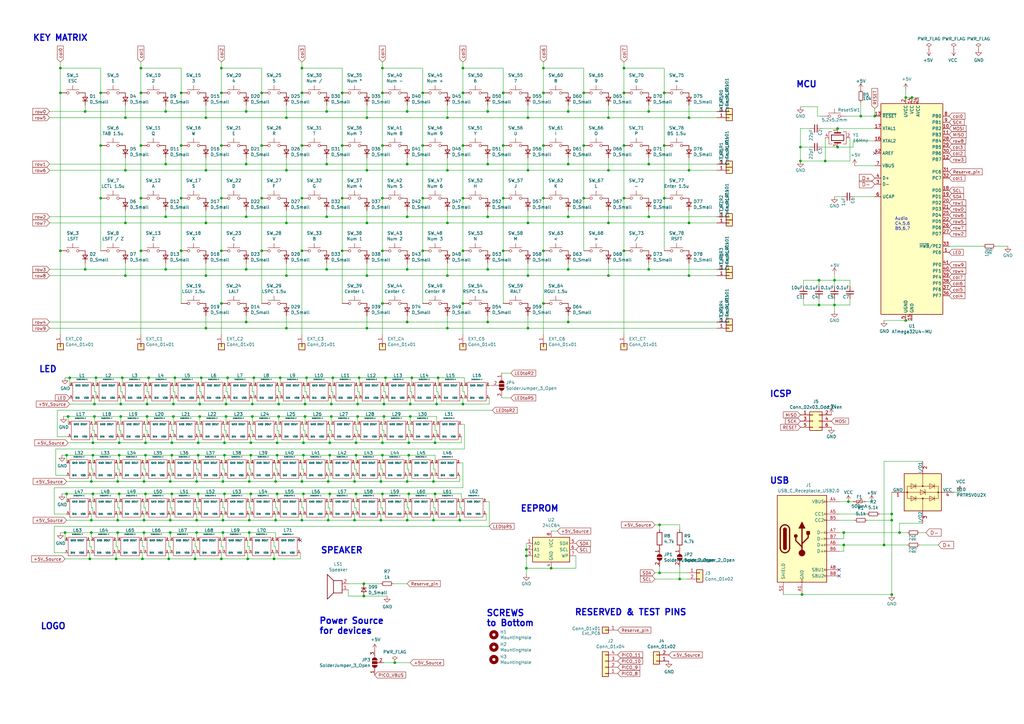
<source format=kicad_sch>
(kicad_sch (version 20211123) (generator eeschema)
  (paper "A3")
  (title_block (title "Nora") (date "2021-12-18") (rev "DN0030") (company "@jpskenn"))
  (junction (at 81.28 202.565))
  (junction (at 249.555 69.85))
  (junction (at 67.945 45.72))
  (junction (at 476.885 75.565))
  (junction (at 146.05 186.69))
  (junction (at 100.965 132.08))
  (junction (at 48.26 218.44))
  (junction (at 150.495 134.62))
  (junction (at 200.025 132.08))
  (junction (at 102.87 186.69))
  (junction (at 58.42 229.235))
  (junction (at 59.69 202.565))
  (junction (at 39.37 154.94))
  (junction (at 117.475 113.03))
  (junction (at 60.325 165.735))
  (junction (at 222.885 81.28))
  (junction (at 173.355 59.69))
  (junction (at 338.455 66.04))
  (junction (at 102.235 197.485))
  (junction (at 215.9 227.965))
  (junction (at 133.985 45.72))
  (junction (at 91.44 213.36))
  (junction (at 74.295 102.87))
  (junction (at 112.395 229.235))
  (junction (at 81.915 165.735))
  (junction (at 48.895 202.565))
  (junction (at 123.825 213.36))
  (junction (at 156.845 38.1))
  (junction (at 84.455 48.26))
  (junction (at 161.925 271.78))
  (junction (at 178.435 202.565))
  (junction (at 156.845 81.28))
  (junction (at 113.665 202.565))
  (junction (at 542.29 88.265))
  (junction (at 117.475 69.85))
  (junction (at 272.415 38.1))
  (junction (at 272.415 59.69))
  (junction (at 343.535 60.325))
  (junction (at 365.76 210.82))
  (junction (at 123.825 81.28))
  (junction (at 92.075 186.69))
  (junction (at 233.045 88.9))
  (junction (at 542.29 75.565))
  (junction (at 266.065 67.31))
  (junction (at 206.375 59.69))
  (junction (at 233.045 110.49))
  (junction (at 183.515 134.62))
  (junction (at 92.71 165.735))
  (junction (at 167.005 110.49))
  (junction (at 183.515 48.26))
  (junction (at 173.355 38.1))
  (junction (at 189.865 102.87))
  (junction (at 101.6 229.235))
  (junction (at 156.845 102.87))
  (junction (at 168.91 154.94))
  (junction (at 135.255 181.61))
  (junction (at 149.225 239.395))
  (junction (at 179.705 154.94))
  (junction (at 134.62 213.36))
  (junction (at 216.535 48.26))
  (junction (at 222.885 102.87))
  (junction (at 200.025 45.72))
  (junction (at 167.005 197.485))
  (junction (at 149.225 244.475))
  (junction (at 123.825 38.1))
  (junction (at 59.69 181.61))
  (junction (at 216.535 69.85))
  (junction (at 157.48 165.735))
  (junction (at 69.215 229.235))
  (junction (at 266.065 110.49))
  (junction (at 270.51 215.265))
  (junction (at 183.515 113.03))
  (junction (at 114.3 165.735))
  (junction (at 74.295 81.28))
  (junction (at 84.455 91.44))
  (junction (at 173.355 102.87))
  (junction (at 167.64 202.565))
  (junction (at 41.275 59.69))
  (junction (at 117.475 48.26))
  (junction (at 200.025 110.49))
  (junction (at 189.865 38.1))
  (junction (at 178.435 181.61))
  (junction (at 179.07 165.735))
  (junction (at 90.805 229.235))
  (junction (at 206.375 38.1))
  (junction (at 200.025 67.31))
  (junction (at 34.925 45.72))
  (junction (at 249.555 113.03))
  (junction (at 100.965 88.9))
  (junction (at 27.305 202.565))
  (junction (at 113.03 213.36))
  (junction (at 346.075 223.52))
  (junction (at 150.495 48.26))
  (junction (at 156.21 197.485))
  (junction (at 59.055 197.485))
  (junction (at 365.76 243.84))
  (junction (at 38.1 181.61))
  (junction (at 71.12 170.815))
  (junction (at 48.895 181.61))
  (junction (at 133.985 67.31))
  (junction (at 167.64 186.69))
  (junction (at 36.83 229.235))
  (junction (at 123.825 197.485))
  (junction (at 107.315 59.69))
  (junction (at 113.03 197.485))
  (junction (at 81.915 170.815))
  (junction (at 80.645 213.36))
  (junction (at 90.805 38.1))
  (junction (at 59.055 213.36))
  (junction (at 107.315 38.1))
  (junction (at 343.535 52.705))
  (junction (at 102.87 181.61))
  (junction (at 38.1 202.565))
  (junction (at 84.455 69.85))
  (junction (at 328.295 60.325))
  (junction (at 80.01 229.235))
  (junction (at 24.765 38.1))
  (junction (at 90.805 81.28))
  (junction (at 140.335 81.28))
  (junction (at 358.775 47.625))
  (junction (at 156.845 59.69))
  (junction (at 41.275 81.28))
  (junction (at 51.435 113.03))
  (junction (at 67.945 67.31))
  (junction (at 133.985 110.49))
  (junction (at 476.885 62.865))
  (junction (at 239.395 81.28))
  (junction (at 38.735 165.735))
  (junction (at 278.765 237.49))
  (junction (at 189.865 124.46))
  (junction (at 48.26 213.36))
  (junction (at 135.255 186.69))
  (junction (at 84.455 113.03))
  (junction (at 124.46 181.61))
  (junction (at 24.765 27.94))
  (junction (at 177.8 197.485))
  (junction (at 158.115 154.94))
  (junction (at 255.905 59.69))
  (junction (at 189.865 27.94))
  (junction (at 215.9 233.045))
  (junction (at 272.415 81.28))
  (junction (at 80.645 218.44))
  (junction (at 59.055 218.44))
  (junction (at 57.785 38.1))
  (junction (at 74.295 38.1))
  (junction (at 140.335 38.1))
  (junction (at 71.12 165.735))
  (junction (at 91.44 197.485))
  (junction (at 41.275 38.1))
  (junction (at 167.005 67.31))
  (junction (at 215.9 225.425))
  (junction (at 136.525 154.94))
  (junction (at 249.555 91.44))
  (junction (at 102.235 218.44))
  (junction (at 167.64 181.61))
  (junction (at 156.845 124.46))
  (junction (at 133.985 88.9))
  (junction (at 92.075 202.565))
  (junction (at 47.625 229.235))
  (junction (at 222.885 124.46))
  (junction (at 27.305 186.69))
  (junction (at 102.87 202.565))
  (junction (at 113.665 181.61))
  (junction (at 282.575 69.85))
  (junction (at 189.865 59.69))
  (junction (at 150.495 69.85))
  (junction (at 69.85 218.44))
  (junction (at 114.935 154.94))
  (junction (at 82.55 154.94))
  (junction (at 100.965 45.72))
  (junction (at 266.065 88.9))
  (junction (at 226.06 233.045))
  (junction (at 222.885 27.94))
  (junction (at 48.26 197.485))
  (junction (at 51.435 91.44))
  (junction (at 347.98 205.74))
  (junction (at 328.93 243.84))
  (junction (at 167.005 45.72))
  (junction (at 37.465 218.44))
  (junction (at 102.235 213.36))
  (junction (at 346.075 218.44))
  (junction (at 183.515 91.44))
  (junction (at 156.845 186.69))
  (junction (at 100.965 67.31))
  (junction (at 476.885 88.265))
  (junction (at 177.8 213.36))
  (junction (at 90.805 124.46))
  (junction (at 51.435 69.85))
  (junction (at 270.51 234.95))
  (junction (at 145.415 213.36))
  (junction (at 353.06 47.625))
  (junction (at 282.575 113.03))
  (junction (at 140.335 102.87))
  (junction (at 117.475 134.62))
  (junction (at 168.275 165.735))
  (junction (at 103.505 165.735))
  (junction (at 255.905 81.28))
  (junction (at 92.71 170.815))
  (junction (at 57.785 81.28))
  (junction (at 57.785 102.87))
  (junction (at 69.85 213.36))
  (junction (at 80.645 197.485))
  (junction (at 38.735 170.815))
  (junction (at 114.3 170.815))
  (junction (at 107.315 81.28))
  (junction (at 167.005 213.36))
  (junction (at 282.575 91.44))
  (junction (at 362.585 223.52))
  (junction (at 282.575 48.26))
  (junction (at 335.915 114.935))
  (junction (at 216.535 134.62))
  (junction (at 216.535 91.44))
  (junction (at 206.375 81.28))
  (junction (at 146.05 202.565))
  (junction (at 189.865 81.28))
  (junction (at 371.475 131.445))
  (junction (at 71.755 154.94))
  (junction (at 38.1 186.69))
  (junction (at 60.325 170.815))
  (junction (at 49.53 165.735))
  (junction (at 70.485 186.69))
  (junction (at 249.555 48.26))
  (junction (at 125.73 154.94))
  (junction (at 37.465 197.485))
  (junction (at 255.905 102.87))
  (junction (at 93.345 154.94))
  (junction (at 147.32 154.94))
  (junction (at 233.045 45.72))
  (junction (at 100.965 110.49))
  (junction (at 117.475 91.44))
  (junction (at 222.885 38.1))
  (junction (at 255.905 38.1))
  (junction (at 156.845 202.565))
  (junction (at 134.62 197.485))
  (junction (at 103.505 170.815))
  (junction (at 233.045 132.08))
  (junction (at 157.48 170.815))
  (junction (at 67.945 110.49))
  (junction (at 146.685 165.735))
  (junction (at 183.515 69.85))
  (junction (at 342.265 125.095))
  (junction (at 374.015 40.005))
  (junction (at 124.46 202.565))
  (junction (at 27.94 170.815))
  (junction (at 140.335 59.69))
  (junction (at 188.595 213.36))
  (junction (at 156.845 27.94))
  (junction (at 150.495 113.03))
  (junction (at 206.375 102.87))
  (junction (at 90.805 59.69))
  (junction (at 368.935 218.44))
  (junction (at 156.21 213.36))
  (junction (at 200.025 88.9))
  (junction (at 233.045 67.31))
  (junction (at 34.925 110.49))
  (junction (at 70.485 202.565))
  (junction (at 365.76 213.36))
  (junction (at 113.665 186.69))
  (junction (at 239.395 38.1))
  (junction (at 255.905 27.94))
  (junction (at 49.53 170.815))
  (junction (at 84.455 134.62))
  (junction (at 168.275 170.815))
  (junction (at 26.67 218.44))
  (junction (at 150.495 91.44))
  (junction (at 476.885 100.33))
  (junction (at 371.475 40.005))
  (junction (at 173.355 81.28))
  (junction (at 70.485 181.61))
  (junction (at 146.685 170.815))
  (junction (at 104.14 154.94))
  (junction (at 266.065 45.72))
  (junction (at 328.295 66.04))
  (junction (at 167.005 132.08))
  (junction (at 189.865 165.735))
  (junction (at 125.095 170.815))
  (junction (at 135.89 170.815))
  (junction (at 342.265 114.935))
  (junction (at 145.415 197.485))
  (junction (at 156.845 181.61))
  (junction (at 37.465 213.36))
  (junction (at 57.785 59.69))
  (junction (at 92.075 181.61))
  (junction (at 123.825 59.69))
  (junction (at 91.44 218.44))
  (junction (at 146.05 181.61))
  (junction (at 81.28 186.69))
  (junction (at 59.69 186.69))
  (junction (at 74.295 59.69))
  (junction (at 125.095 165.735))
  (junction (at 124.46 186.69))
  (junction (at 123.825 102.87))
  (junction (at 107.315 102.87))
  (junction (at 239.395 59.69))
  (junction (at 216.535 113.03))
  (junction (at 57.785 27.94))
  (junction (at 60.96 154.94))
  (junction (at 123.825 27.94))
  (junction (at 135.89 165.735))
  (junction (at 24.765 102.87))
  (junction (at 81.28 181.61))
  (junction (at 28.575 154.94))
  (junction (at 90.805 27.94))
  (junction (at 90.805 102.87))
  (junction (at 222.885 59.69))
  (junction (at 335.915 125.095))
  (junction (at 69.85 197.485))
  (junction (at 51.435 48.26))
  (junction (at 67.945 88.9))
  (junction (at 167.005 88.9))
  (junction (at 48.895 186.69))
  (junction (at 50.165 154.94))
  (junction (at 135.255 202.565))
  (no_connect (at 358.775 62.865))
  (no_connect (at 528.32 57.785))
  (no_connect (at 528.32 80.645))
  (no_connect (at 344.17 236.22))
  (no_connect (at 528.32 70.485))
  (no_connect (at 528.32 62.865))
  (no_connect (at 344.17 233.68))
  (no_connect (at 508 98.425))
  (no_connect (at 528.32 52.705))
  (no_connect (at 123.19 221.615))
  (no_connect (at 513.08 98.425))
  (no_connect (at 528.32 47.625))
  (no_connect (at 528.32 55.245))
  (no_connect (at 510.54 98.425))
  (wire (pts (xy 114.935 160.655) (xy 114.935 163.195)))
  (wire (pts (xy 123.825 27.94) (xy 123.825 38.1)))
  (wire (pts (xy 272.415 59.69) (xy 272.415 81.28)))
  (wire (pts (xy 37.465 189.865) (xy 37.465 192.405)))
  (wire (pts (xy 117.475 48.26) (xy 150.495 48.26)))
  (wire (pts (xy 146.05 179.07) (xy 146.05 181.61)))
  (wire (pts (xy 135.255 186.69) (xy 124.46 186.69)))
  (wire (pts (xy 329.565 125.095) (xy 335.915 125.095)))
  (wire (pts (xy 67.945 86.36) (xy 67.945 88.9)))
  (wire (pts (xy 205.74 153.035) (xy 209.55 153.035)))
  (wire (pts (xy 355.6 213.36) (xy 365.76 213.36)))
  (wire (pts (xy 183.515 129.54) (xy 183.515 134.62)))
  (wire (pts (xy 146.05 189.865) (xy 146.05 186.69)))
  (wire (pts (xy 200.025 107.95) (xy 200.025 110.49)))
  (wire (pts (xy 38.1 179.07) (xy 38.1 181.61)))
  (wire (pts (xy 113.03 189.865) (xy 113.03 192.405)))
  (wire (pts (xy 357.505 205.74) (xy 354.965 205.74)))
  (wire (pts (xy 168.91 158.115) (xy 168.91 154.94)))
  (wire (pts (xy 125.095 176.53) (xy 125.095 179.07)))
  (wire (pts (xy 190.5 173.99) (xy 190.5 184.15)))
  (wire (pts (xy 48.26 208.28) (xy 48.895 208.28)))
  (wire (pts (xy 39.37 154.94) (xy 28.575 154.94)))
  (wire (pts (xy 124.46 176.53) (xy 125.095 176.53)))
  (wire (pts (xy 74.295 81.28) (xy 74.295 102.87)))
  (wire (pts (xy 342.265 125.095) (xy 348.615 125.095)))
  (wire (pts (xy 183.515 64.77) (xy 183.515 69.85)))
  (wire (pts (xy 135.89 170.815) (xy 125.095 170.815)))
  (wire (pts (xy 57.785 81.28) (xy 57.785 102.87)))
  (wire (pts (xy 84.455 134.62) (xy 117.475 134.62)))
  (wire (pts (xy 102.235 213.36) (xy 91.44 213.36)))
  (wire (pts (xy 146.05 176.53) (xy 146.685 176.53)))
  (wire (pts (xy 183.515 107.95) (xy 183.515 113.03)))
  (wire (pts (xy 528.32 45.085) (xy 532.13 45.085)))
  (wire (pts (xy 20.32 110.49) (xy 34.925 110.49)))
  (wire (pts (xy 60.325 173.99) (xy 60.325 170.815)))
  (wire (pts (xy 335.915 122.555) (xy 335.915 125.095)))
  (wire (pts (xy 167.005 192.405) (xy 167.64 192.405)))
  (wire (pts (xy 81.915 163.195) (xy 81.915 165.735)))
  (wire (pts (xy 344.17 220.98) (xy 346.075 220.98)))
  (wire (pts (xy 107.315 59.69) (xy 107.315 81.28)))
  (wire (pts (xy 206.375 81.28) (xy 206.375 102.87)))
  (wire (pts (xy 48.26 189.865) (xy 48.26 192.405)))
  (wire (pts (xy 90.805 38.1) (xy 90.805 59.69)))
  (wire (pts (xy 102.87 205.74) (xy 102.87 202.565)))
  (wire (pts (xy 59.055 192.405) (xy 59.69 192.405)))
  (wire (pts (xy 157.48 158.115) (xy 157.48 160.655)))
  (wire (pts (xy 81.28 179.07) (xy 81.28 181.61)))
  (wire (pts (xy 113.665 186.69) (xy 102.87 186.69)))
  (wire (pts (xy 136.525 160.655) (xy 136.525 163.195)))
  (wire (pts (xy 117.475 64.77) (xy 117.475 69.85)))
  (wire (pts (xy 59.055 224.155) (xy 59.055 226.695)))
  (wire (pts (xy 67.945 67.31) (xy 100.965 67.31)))
  (wire (pts (xy 377.19 218.44) (xy 379.73 218.44)))
  (wire (pts (xy 147.32 158.115) (xy 147.32 154.94)))
  (wire (pts (xy 51.435 107.95) (xy 51.435 113.03)))
  (wire (pts (xy 92.075 189.865) (xy 92.075 186.69)))
  (wire (pts (xy 222.885 59.69) (xy 222.885 81.28)))
  (wire (pts (xy 156.845 27.94) (xy 156.845 38.1)))
  (wire (pts (xy 38.1 189.865) (xy 38.1 186.69)))
  (wire (pts (xy 92.075 176.53) (xy 92.71 176.53)))
  (wire (pts (xy 92.075 202.565) (xy 81.28 202.565)))
  (wire (pts (xy 249.555 43.18) (xy 249.555 48.26)))
  (wire (pts (xy 167.64 179.07) (xy 167.64 181.61)))
  (wire (pts (xy 348.615 66.04) (xy 338.455 66.04)))
  (wire (pts (xy 178.435 189.865) (xy 178.435 186.69)))
  (wire (pts (xy 167.005 64.77) (xy 167.005 67.31)))
  (wire (pts (xy 156.21 189.865) (xy 156.21 192.405)))
  (wire (pts (xy 22.225 200.025) (xy 22.225 210.82)))
  (wire (pts (xy 178.435 208.28) (xy 178.435 210.82)))
  (wire (pts (xy 158.115 160.655) (xy 158.115 163.195)))
  (wire (pts (xy 150.495 69.85) (xy 183.515 69.85)))
  (wire (pts (xy 125.095 160.655) (xy 125.73 160.655)))
  (wire (pts (xy 189.865 163.195) (xy 189.865 165.735)))
  (wire (pts (xy 92.71 165.735) (xy 81.915 165.735)))
  (wire (pts (xy 48.895 189.865) (xy 48.895 186.69)))
  (wire (pts (xy 135.89 165.735) (xy 125.095 165.735)))
  (wire (pts (xy 69.85 192.405) (xy 70.485 192.405)))
  (wire (pts (xy 82.55 160.655) (xy 82.55 163.195)))
  (wire (pts (xy 34.925 110.49) (xy 67.945 110.49)))
  (wire (pts (xy 189.23 202.565) (xy 178.435 202.565)))
  (wire (pts (xy 206.375 59.69) (xy 206.375 81.28)))
  (wire (pts (xy 360.68 210.82) (xy 365.76 210.82)))
  (wire (pts (xy 362.585 189.23) (xy 362.585 223.52)))
  (wire (pts (xy 183.515 113.03) (xy 150.495 113.03)))
  (wire (pts (xy 50.165 158.115) (xy 50.165 154.94)))
  (wire (pts (xy 58.42 229.235) (xy 47.625 229.235)))
  (wire (pts (xy 179.07 163.195) (xy 179.07 165.735)))
  (wire (pts (xy 69.85 189.865) (xy 69.85 192.405)))
  (wire (pts (xy 140.335 38.1) (xy 140.335 59.69)))
  (wire (pts (xy 38.1 205.74) (xy 38.1 202.565)))
  (wire (pts (xy 145.415 189.865) (xy 145.415 192.405)))
  (wire (pts (xy 103.505 163.195) (xy 103.505 165.735)))
  (wire (pts (xy 233.045 86.36) (xy 233.045 88.9)))
  (wire (pts (xy 92.075 179.07) (xy 92.075 181.61)))
  (wire (pts (xy 103.505 160.655) (xy 104.14 160.655)))
  (wire (pts (xy 142.875 241.935) (xy 142.875 244.475)))
  (wire (pts (xy 173.355 38.1) (xy 173.355 59.69)))
  (wire (pts (xy 81.28 181.61) (xy 70.485 181.61)))
  (wire (pts (xy 268.605 234.95) (xy 270.51 234.95)))
  (wire (pts (xy 70.485 179.07) (xy 70.485 181.61)))
  (wire (pts (xy 189.865 165.735) (xy 179.07 165.735)))
  (wire (pts (xy 34.925 43.18) (xy 34.925 45.72)))
  (wire (pts (xy 81.28 189.865) (xy 81.28 186.69)))
  (wire (pts (xy 47.625 224.155) (xy 48.26 224.155)))
  (wire (pts (xy 91.44 208.28) (xy 92.075 208.28)))
  (wire (pts (xy 167.005 189.865) (xy 167.005 192.405)))
  (wire (pts (xy 22.225 215.9) (xy 22.225 226.695)))
  (wire (pts (xy 135.89 173.99) (xy 135.89 170.815)))
  (wire (pts (xy 200.025 132.08) (xy 233.045 132.08)))
  (wire (pts (xy 58.42 221.615) (xy 58.42 224.155)))
  (wire (pts (xy 93.345 158.115) (xy 93.345 154.94)))
  (wire (pts (xy 38.735 176.53) (xy 38.735 179.07)))
  (wire (pts (xy 133.985 67.31) (xy 167.005 67.31)))
  (wire (pts (xy 41.275 27.94) (xy 41.275 38.1)))
  (wire (pts (xy 24.765 25.4) (xy 24.765 27.94)))
  (wire (pts (xy 81.915 158.115) (xy 81.915 160.655)))
  (wire (pts (xy 24.765 38.1) (xy 24.765 102.87)))
  (wire (pts (xy 113.665 205.74) (xy 113.665 202.565)))
  (wire (pts (xy 179.07 158.115) (xy 179.07 160.655)))
  (wire (pts (xy 239.395 59.69) (xy 239.395 81.28)))
  (wire (pts (xy 80.645 208.28) (xy 81.28 208.28)))
  (wire (pts (xy 329.565 125.095) (xy 329.565 122.555)))
  (wire (pts (xy 60.325 163.195) (xy 60.325 165.735)))
  (wire (pts (xy 189.23 179.07) (xy 189.23 181.61)))
  (wire (pts (xy 114.935 158.115) (xy 114.935 154.94)))
  (wire (pts (xy 282.575 107.95) (xy 282.575 113.03)))
  (wire (pts (xy 353.06 47.625) (xy 358.775 47.625)))
  (wire (pts (xy 22.225 226.695) (xy 26.67 226.695)))
  (wire (pts (xy 358.775 44.45) (xy 358.775 47.625)))
  (wire (pts (xy 102.235 194.945) (xy 102.235 197.485)))
  (wire (pts (xy 167.64 208.28) (xy 167.64 210.82)))
  (wire (pts (xy 167.005 210.82) (xy 167.005 213.36)))
  (wire (pts (xy 328.295 52.705) (xy 328.295 60.325)))
  (wire (pts (xy 233.045 110.49) (xy 266.065 110.49)))
  (wire (pts (xy 92.71 176.53) (xy 92.71 179.07)))
  (wire (pts (xy 222.885 27.94) (xy 239.395 27.94)))
  (wire (pts (xy 149.225 244.475) (xy 158.75 244.475)))
  (wire (pts (xy 113.665 181.61) (xy 102.87 181.61)))
  (wire (pts (xy 146.685 173.99) (xy 146.685 170.815)))
  (wire (pts (xy 125.095 163.195) (xy 125.095 165.735)))
  (wire (pts (xy 146.05 186.69) (xy 135.255 186.69)))
  (wire (pts (xy 59.69 173.99) (xy 59.69 176.53)))
  (wire (pts (xy 113.665 173.99) (xy 113.665 176.53)))
  (wire (pts (xy 215.9 233.045) (xy 226.06 233.045)))
  (wire (pts (xy 147.32 160.655) (xy 147.32 163.195)))
  (wire (pts (xy 51.435 43.18) (xy 51.435 48.26)))
  (wire (pts (xy 135.89 158.115) (xy 135.89 160.655)))
  (wire (pts (xy 133.985 110.49) (xy 167.005 110.49)))
  (wire (pts (xy 149.225 239.395) (xy 142.875 239.395)))
  (wire (pts (xy 36.83 221.615) (xy 36.83 224.155)))
  (wire (pts (xy 48.26 192.405) (xy 48.895 192.405)))
  (wire (pts (xy 156.845 38.1) (xy 156.845 59.69)))
  (wire (pts (xy 102.235 218.44) (xy 91.44 218.44)))
  (wire (pts (xy 282.575 91.44) (xy 249.555 91.44)))
  (wire (pts (xy 125.73 160.655) (xy 125.73 163.195)))
  (wire (pts (xy 147.32 154.94) (xy 136.525 154.94)))
  (wire (pts (xy 178.435 176.53) (xy 179.07 176.53)))
  (wire (pts (xy 371.475 40.005) (xy 374.015 40.005)))
  (wire (pts (xy 124.46 186.69) (xy 113.665 186.69)))
  (wire (pts (xy 146.05 202.565) (xy 135.255 202.565)))
  (wire (pts (xy 92.71 158.115) (xy 92.71 160.655)))
  (wire (pts (xy 348.615 125.095) (xy 348.615 122.555)))
  (wire (pts (xy 168.91 160.655) (xy 168.91 163.195)))
  (wire (pts (xy 348.615 114.935) (xy 348.615 117.475)))
  (wire (pts (xy 146.05 181.61) (xy 135.255 181.61)))
  (wire (pts (xy 80.645 224.155) (xy 80.645 226.695)))
  (wire (pts (xy 156.845 186.69) (xy 146.05 186.69)))
  (wire (pts (xy 183.515 134.62) (xy 216.535 134.62)))
  (wire (pts (xy 158.115 154.94) (xy 147.32 154.94)))
  (wire (pts (xy 342.265 112.395) (xy 342.265 114.935)))
  (wire (pts (xy 358.775 67.945) (xy 350.52 67.945)))
  (wire (pts (xy 81.28 208.28) (xy 81.28 210.82)))
  (wire (pts (xy 104.14 160.655) (xy 104.14 163.195)))
  (wire (pts (xy 48.895 186.69) (xy 38.1 186.69)))
  (wire (pts (xy 57.785 27.94) (xy 57.785 38.1)))
  (wire (pts (xy 37.465 221.615) (xy 37.465 218.44)))
  (wire (pts (xy 92.075 208.28) (xy 92.075 210.82)))
  (wire (pts (xy 74.295 38.1) (xy 74.295 59.69)))
  (wire (pts (xy 60.325 160.655) (xy 60.96 160.655)))
  (wire (pts (xy 278.765 215.265) (xy 278.765 217.17)))
  (wire (pts (xy 233.045 67.31) (xy 266.065 67.31)))
  (wire (pts (xy 190.5 184.15) (xy 22.86 184.15)))
  (wire (pts (xy 27.94 173.99) (xy 27.94 170.815)))
  (wire (pts (xy 117.475 129.54) (xy 117.475 134.62)))
  (wire (pts (xy 123.825 25.4) (xy 123.825 27.94)))
  (wire (pts (xy 157.48 176.53) (xy 157.48 179.07)))
  (wire (pts (xy 233.045 107.95) (xy 233.045 110.49)))
  (wire (pts (xy 67.945 64.77) (xy 67.945 67.31)))
  (wire (pts (xy 136.525 154.94) (xy 125.73 154.94)))
  (wire (pts (xy 328.295 60.325) (xy 328.295 66.04)))
  (wire (pts (xy 177.8 205.74) (xy 177.8 208.28)))
  (wire (pts (xy 60.325 158.115) (xy 60.325 160.655)))
  (wire (pts (xy 476.885 62.865) (xy 476.885 75.565)))
  (wire (pts (xy 157.48 170.815) (xy 146.685 170.815)))
  (wire (pts (xy 47.625 226.695) (xy 47.625 229.235)))
  (wire (pts (xy 90.805 81.28) (xy 90.805 102.87)))
  (wire (pts (xy 135.255 189.865) (xy 135.255 186.69)))
  (wire (pts (xy 183.515 48.26) (xy 216.535 48.26)))
  (wire (pts (xy 100.965 110.49) (xy 133.985 110.49)))
  (wire (pts (xy 476.885 75.565) (xy 476.885 88.265)))
  (wire (pts (xy 136.525 158.115) (xy 136.525 154.94)))
  (wire (pts (xy 222.885 102.87) (xy 222.885 124.46)))
  (wire (pts (xy 37.465 208.28) (xy 38.1 208.28)))
  (wire (pts (xy 69.85 224.155) (xy 69.85 226.695)))
  (wire (pts (xy 48.895 173.99) (xy 48.895 176.53)))
  (wire (pts (xy 492.76 50.165) (xy 476.885 50.165)))
  (wire (pts (xy 206.375 102.87) (xy 206.375 124.46)))
  (wire (pts (xy 113.665 176.53) (xy 114.3 176.53)))
  (wire (pts (xy 145.415 208.28) (xy 146.05 208.28)))
  (wire (pts (xy 233.045 43.18) (xy 233.045 45.72)))
  (wire (pts (xy 38.735 173.99) (xy 38.735 170.815)))
  (wire (pts (xy 123.825 59.69) (xy 123.825 81.28)))
  (wire (pts (xy 344.17 205.74) (xy 347.98 205.74)))
  (wire (pts (xy 84.455 129.54) (xy 84.455 134.62)))
  (wire (pts (xy 365.76 210.82) (xy 365.76 213.36)))
  (wire (pts (xy 48.895 192.405) (xy 48.895 194.945)))
  (wire (pts (xy 20.32 69.85) (xy 51.435 69.85)))
  (wire (pts (xy 125.095 158.115) (xy 125.095 160.655)))
  (wire (pts (xy 168.275 173.99) (xy 168.275 170.815)))
  (wire (pts (xy 167.005 194.945) (xy 167.005 197.485)))
  (wire (pts (xy 188.595 210.82) (xy 188.595 213.36)))
  (wire (pts (xy 113.03 197.485) (xy 102.235 197.485)))
  (wire (pts (xy 189.865 124.46) (xy 189.865 137.16)))
  (wire (pts (xy 117.475 91.44) (xy 84.455 91.44)))
  (wire (pts (xy 114.3 158.115) (xy 114.3 160.655)))
  (wire (pts (xy 145.415 213.36) (xy 134.62 213.36)))
  (wire (pts (xy 71.755 158.115) (xy 71.755 154.94)))
  (wire (pts (xy 49.53 160.655) (xy 50.165 160.655)))
  (wire (pts (xy 71.12 173.99) (xy 71.12 170.815)))
  (wire (pts (xy 57.785 38.1) (xy 57.785 59.69)))
  (wire (pts (xy 113.03 213.36) (xy 102.235 213.36)))
  (wire (pts (xy 278.765 232.41) (xy 278.765 237.49)))
  (wire (pts (xy 37.465 224.155) (xy 37.465 226.695)))
  (wire (pts (xy 114.3 163.195) (xy 114.3 165.735)))
  (wire (pts (xy 150.495 113.03) (xy 117.475 113.03)))
  (wire (pts (xy 135.255 181.61) (xy 124.46 181.61)))
  (wire (pts (xy 69.215 229.235) (xy 58.42 229.235)))
  (wire (pts (xy 215.9 227.965) (xy 215.9 233.045)))
  (wire (pts (xy 134.62 208.28) (xy 135.255 208.28)))
  (wire (pts (xy 371.475 36.83) (xy 371.475 40.005)))
  (wire (pts (xy 173.355 27.94) (xy 173.355 38.1)))
  (wire (pts (xy 167.005 107.95) (xy 167.005 110.49)))
  (wire (pts (xy 189.865 200.025) (xy 22.225 200.025)))
  (wire (pts (xy 200.66 158.115) (xy 201.93 158.115)))
  (wire (pts (xy 102.235 221.615) (xy 102.235 218.44)))
  (wire (pts (xy 90.805 229.235) (xy 80.01 229.235)))
  (wire (pts (xy 20.32 67.31) (xy 67.945 67.31)))
  (wire (pts (xy 113.03 208.28) (xy 113.665 208.28)))
  (wire (pts (xy 71.12 170.815) (xy 60.325 170.815)))
  (wire (pts (xy 200.025 64.77) (xy 200.025 67.31)))
  (wire (pts (xy 140.335 81.28) (xy 140.335 102.87)))
  (wire (pts (xy 167.005 110.49) (xy 200.025 110.49)))
  (wire (pts (xy 179.07 173.99) (xy 179.07 170.815)))
  (wire (pts (xy 167.005 205.74) (xy 167.005 208.28)))
  (wire (pts (xy 161.925 271.78) (xy 168.275 271.78)))
  (wire (pts (xy 74.295 102.87) (xy 74.295 124.46)))
  (wire (pts (xy 49.53 163.195) (xy 49.53 165.735)))
  (wire (pts (xy 102.87 189.865) (xy 102.87 186.69)))
  (wire (pts (xy 51.435 91.44) (xy 20.32 91.44)))
  (wire (pts (xy 150.495 86.36) (xy 150.495 91.44)))
  (wire (pts (xy 59.69 189.865) (xy 59.69 186.69)))
  (wire (pts (xy 266.065 107.95) (xy 266.065 110.49)))
  (wire (pts (xy 103.505 165.735) (xy 92.71 165.735)))
  (wire (pts (xy 167.64 186.69) (xy 156.845 186.69)))
  (wire (pts (xy 107.315 81.28) (xy 107.315 102.87)))
  (wire (pts (xy 228.6 217.805) (xy 226.06 217.805)))
  (wire (pts (xy 124.46 189.865) (xy 124.46 186.69)))
  (wire (pts (xy 190.5 160.655) (xy 190.5 163.195)))
  (wire (pts (xy 249.555 91.44) (xy 216.535 91.44)))
  (wire (pts (xy 542.29 50.165) (xy 542.29 75.565)))
  (wire (pts (xy 178.435 181.61) (xy 167.64 181.61)))
  (wire (pts (xy 123.825 81.28) (xy 123.825 102.87)))
  (wire (pts (xy 239.395 81.28) (xy 239.395 102.87)))
  (wire (pts (xy 100.965 129.54) (xy 100.965 132.08)))
  (wire (pts (xy 239.395 27.94) (xy 239.395 38.1)))
  (wire (pts (xy 282.575 64.77) (xy 282.575 69.85)))
  (wire (pts (xy 270.51 232.41) (xy 270.51 234.95)))
  (wire (pts (xy 60.325 165.735) (xy 49.53 165.735)))
  (wire (pts (xy 371.475 131.445) (xy 374.015 131.445)))
  (wire (pts (xy 168.275 176.53) (xy 168.275 179.07)))
  (wire (pts (xy 59.055 194.945) (xy 59.055 197.485)))
  (wire (pts (xy 93.345 160.655) (xy 93.345 163.195)))
  (wire (pts (xy 157.48 165.735) (xy 146.685 165.735)))
  (wire (pts (xy 26.67 218.44) (xy 24.765 218.44)))
  (wire (pts (xy 81.915 160.655) (xy 82.55 160.655)))
  (wire (pts (xy 100.965 43.18) (xy 100.965 45.72)))
  (wire (pts (xy 173.355 81.28) (xy 173.355 102.87)))
  (wire (pts (xy 236.22 233.045) (xy 226.06 233.045)))
  (wire (pts (xy 81.915 170.815) (xy 71.12 170.815)))
  (wire (pts (xy 528.32 50.165) (xy 542.29 50.165)))
  (wire (pts (xy 82.55 158.115) (xy 82.55 154.94)))
  (wire (pts (xy 156.21 239.395) (xy 149.225 239.395)))
  (wire (pts (xy 346.075 226.06) (xy 344.17 226.06)))
  (wire (pts (xy 27.305 189.865) (xy 27.305 186.69)))
  (wire (pts (xy 114.3 173.99) (xy 114.3 170.815)))
  (wire (pts (xy 38.1 173.99) (xy 38.1 176.53)))
  (wire (pts (xy 378.46 189.23) (xy 362.585 189.23)))
  (wire (pts (xy 179.07 160.655) (xy 179.705 160.655)))
  (wire (pts (xy 167.64 181.61) (xy 156.845 181.61)))
  (wire (pts (xy 328.93 243.84) (xy 365.76 243.84)))
  (wire (pts (xy 60.96 154.94) (xy 50.165 154.94)))
  (wire (pts (xy 59.055 210.82) (xy 59.055 213.36)))
  (wire (pts (xy 216.535 113.03) (xy 183.515 113.03)))
  (wire (pts (xy 123.825 192.405) (xy 124.46 192.405)))
  (wire (pts (xy 112.395 221.615) (xy 112.395 224.155)))
  (wire (pts (xy 343.535 60.325) (xy 337.185 60.325)))
  (wire (pts (xy 20.32 132.08) (xy 100.965 132.08)))
  (wire (pts (xy 123.825 210.82) (xy 123.825 213.36)))
  (wire (pts (xy 37.465 194.945) (xy 37.465 197.485)))
  (wire (pts (xy 476.885 88.265) (xy 476.885 100.33)))
  (wire (pts (xy 344.17 223.52) (xy 346.075 223.52)))
  (wire (pts (xy 81.915 176.53) (xy 81.915 179.07)))
  (wire (pts (xy 189.23 208.28) (xy 189.23 210.82)))
  (wire (pts (xy 41.275 81.28) (xy 41.275 102.87)))
  (wire (pts (xy 146.685 158.115) (xy 146.685 160.655)))
  (wire (pts (xy 117.475 86.36) (xy 117.475 91.44)))
  (wire (pts (xy 270.51 215.265) (xy 270.51 217.17)))
  (wire (pts (xy 150.495 129.54) (xy 150.495 134.62)))
  (wire (pts (xy 59.055 208.28) (xy 59.69 208.28)))
  (wire (pts (xy 135.255 205.74) (xy 135.255 202.565)))
  (wire (pts (xy 102.235 192.405) (xy 102.87 192.405)))
  (wire (pts (xy 84.455 107.95) (xy 84.455 113.03)))
  (wire (pts (xy 190.5 158.115) (xy 190.5 154.94)))
  (wire (pts (xy 378.46 214.63) (xy 368.935 214.63)))
  (wire (pts (xy 70.485 176.53) (xy 71.12 176.53)))
  (wire (pts (xy 222.885 38.1) (xy 222.885 59.69)))
  (wire (pts (xy 117.475 134.62) (xy 150.495 134.62)))
  (wire (pts (xy 124.46 173.99) (xy 124.46 176.53)))
  (wire (pts (xy 255.905 25.4) (xy 255.905 27.94)))
  (wire (pts (xy 123.825 27.94) (xy 140.335 27.94)))
  (wire (pts (xy 272.415 27.94) (xy 272.415 38.1)))
  (wire (pts (xy 90.805 59.69) (xy 90.805 81.28)))
  (wire (pts (xy 67.945 43.18) (xy 67.945 45.72)))
  (wire (pts (xy 542.29 88.265) (xy 542.29 100.33)))
  (wire (pts (xy 81.28 192.405) (xy 81.28 194.945)))
  (wire (pts (xy 123.19 229.235) (xy 112.395 229.235)))
  (wire (pts (xy 102.87 181.61) (xy 92.075 181.61)))
  (wire (pts (xy 216.535 107.95) (xy 216.535 113.03)))
  (wire (pts (xy 59.69 208.28) (xy 59.69 210.82)))
  (wire (pts (xy 71.12 165.735) (xy 60.325 165.735)))
  (wire (pts (xy 124.46 205.74) (xy 124.46 202.565)))
  (wire (pts (xy 342.265 114.935) (xy 348.615 114.935)))
  (wire (pts (xy 168.275 163.195) (xy 168.275 165.735)))
  (wire (pts (xy 268.605 237.49) (xy 278.765 237.49)))
  (wire (pts (xy 59.69 176.53) (xy 60.325 176.53)))
  (wire (pts (xy 51.435 86.36) (xy 51.435 91.44)))
  (wire (pts (xy 113.03 224.155) (xy 113.03 226.695)))
  (wire (pts (xy 178.435 173.99) (xy 178.435 176.53)))
  (wire (pts (xy 167.005 43.18) (xy 167.005 45.72)))
  (wire (pts (xy 102.87 179.07) (xy 102.87 181.61)))
  (wire (pts (xy 342.265 125.095) (xy 342.265 127.635)))
  (wire (pts (xy 20.32 45.72) (xy 34.925 45.72)))
  (wire (pts (xy 57.785 25.4) (xy 57.785 27.94)))
  (wire (pts (xy 190.5 154.94) (xy 179.705 154.94)))
  (wire (pts (xy 90.805 124.46) (xy 90.805 137.16)))
  (wire (pts (xy 145.415 210.82) (xy 145.415 213.36)))
  (wire (pts (xy 23.495 179.07) (xy 27.94 179.07)))
  (wire (pts (xy 26.67 229.235) (xy 36.83 229.235)))
  (wire (pts (xy 107.315 102.87) (xy 107.315 124.46)))
  (wire (pts (xy 20.32 134.62) (xy 84.455 134.62)))
  (wire (pts (xy 38.1 192.405) (xy 38.1 194.945)))
  (wire (pts (xy 189.865 158.115) (xy 189.865 160.655)))
  (wire (pts (xy 38.735 163.195) (xy 38.735 165.735)))
  (wire (pts (xy 124.46 202.565) (xy 113.665 202.565)))
  (wire (pts (xy 492.76 62.865) (xy 476.885 62.865)))
  (wire (pts (xy 74.295 59.69) (xy 74.295 81.28)))
  (wire (pts (xy 146.685 170.815) (xy 135.89 170.815)))
  (wire (pts (xy 167.64 189.865) (xy 167.64 186.69)))
  (wire (pts (xy 90.805 25.4) (xy 90.805 27.94)))
  (wire (pts (xy 135.255 202.565) (xy 124.46 202.565)))
  (wire (pts (xy 272.415 38.1) (xy 272.415 59.69)))
  (wire (pts (xy 156.845 192.405) (xy 156.845 194.945)))
  (wire (pts (xy 156.845 176.53) (xy 157.48 176.53)))
  (wire (pts (xy 216.535 129.54) (xy 216.535 134.62)))
  (wire (pts (xy 282.575 43.18) (xy 282.575 48.26)))
  (wire (pts (xy 70.485 192.405) (xy 70.485 194.945)))
  (wire (pts (xy 102.235 208.28) (xy 102.87 208.28)))
  (wire (pts (xy 177.8 210.82) (xy 177.8 213.36)))
  (wire (pts (xy 113.03 192.405) (xy 113.665 192.405)))
  (wire (pts (xy 114.3 170.815) (xy 103.505 170.815)))
  (wire (pts (xy 167.005 197.485) (xy 156.21 197.485)))
  (wire (pts (xy 80.01 224.155) (xy 80.645 224.155)))
  (wire (pts (xy 69.215 224.155) (xy 69.85 224.155)))
  (wire (pts (xy 60.325 170.815) (xy 49.53 170.815)))
  (wire (pts (xy 177.8 192.405) (xy 178.435 192.405)))
  (wire (pts (xy 90.805 226.695) (xy 90.805 229.235)))
  (wire (pts (xy 140.335 59.69) (xy 140.335 81.28)))
  (wire (pts (xy 107.315 27.94) (xy 107.315 38.1)))
  (wire (pts (xy 57.785 27.94) (xy 74.295 27.94)))
  (wire (pts (xy 37.465 210.82) (xy 37.465 213.36)))
  (wire (pts (xy 92.075 186.69) (xy 81.28 186.69)))
  (wire (pts (xy 27.305 186.69) (xy 25.4 186.69)))
  (wire (pts (xy 48.895 181.61) (xy 38.1 181.61)))
  (wire (pts (xy 150.495 91.44) (xy 117.475 91.44)))
  (wire (pts (xy 199.39 213.36) (xy 188.595 213.36)))
  (wire (pts (xy 38.735 170.815) (xy 27.94 170.815)))
  (wire (pts (xy 102.87 176.53) (xy 103.505 176.53)))
  (wire (pts (xy 125.095 170.815) (xy 114.3 170.815)))
  (wire (pts (xy 93.345 154.94) (xy 82.55 154.94)))
  (wire (pts (xy 101.6 226.695) (xy 101.6 229.235)))
  (wire (pts (xy 47.625 221.615) (xy 47.625 224.155)))
  (wire (pts (xy 216.535 91.44) (xy 183.515 91.44)))
  (wire (pts (xy 177.8 189.865) (xy 177.8 192.405)))
  (wire (pts (xy 69.85 218.44) (xy 59.055 218.44)))
  (wire (pts (xy 48.26 205.74) (xy 48.26 208.28)))
  (wire (pts (xy 266.065 88.9) (xy 294.005 88.9)))
  (wire (pts (xy 156.845 124.46) (xy 156.845 137.16)))
  (wire (pts (xy 255.905 27.94) (xy 255.905 38.1)))
  (wire (pts (xy 81.28 186.69) (xy 70.485 186.69)))
  (wire (pts (xy 216.535 86.36) (xy 216.535 91.44)))
  (wire (pts (xy 249.555 107.95) (xy 249.555 113.03)))
  (wire (pts (xy 362.585 223.52) (xy 372.11 223.52)))
  (wire (pts (xy 84.455 86.36) (xy 84.455 91.44)))
  (wire (pts (xy 92.075 192.405) (xy 92.075 194.945)))
  (wire (pts (xy 200.66 215.9) (xy 22.225 215.9)))
  (wire (pts (xy 100.965 86.36) (xy 100.965 88.9)))
  (wire (pts (xy 233.045 88.9) (xy 266.065 88.9)))
  (wire (pts (xy 157.48 271.78) (xy 161.925 271.78)))
  (wire (pts (xy 70.485 173.99) (xy 70.485 176.53)))
  (wire (pts (xy 156.845 202.565) (xy 146.05 202.565)))
  (wire (pts (xy 335.915 114.935) (xy 335.915 117.475)))
  (wire (pts (xy 34.925 45.72) (xy 67.945 45.72)))
  (wire (pts (xy 102.87 186.69) (xy 92.075 186.69)))
  (wire (pts (xy 146.685 176.53) (xy 146.685 179.07)))
  (wire (pts (xy 206.375 27.94) (xy 206.375 38.1)))
  (wire (pts (xy 179.705 158.115) (xy 179.705 154.94)))
  (wire (pts (xy 167.64 192.405) (xy 167.64 194.945)))
  (wire (pts (xy 391.16 201.93) (xy 393.7 201.93)))
  (wire (pts (xy 156.845 205.74) (xy 156.845 202.565)))
  (wire (pts (xy 200.025 43.18) (xy 200.025 45.72)))
  (wire (pts (xy 37.465 218.44) (xy 26.67 218.44)))
  (wire (pts (xy 342.265 80.645) (xy 345.44 80.645)))
  (wire (pts (xy 71.12 158.115) (xy 71.12 160.655)))
  (wire (pts (xy 91.44 194.945) (xy 91.44 197.485)))
  (wire (pts (xy 80.645 192.405) (xy 81.28 192.405)))
  (wire (pts (xy 134.62 210.82) (xy 134.62 213.36)))
  (wire (pts (xy 358.775 57.785) (xy 349.885 57.785)))
  (wire (pts (xy 112.395 226.695) (xy 112.395 229.235)))
  (wire (pts (xy 200.025 67.31) (xy 233.045 67.31)))
  (wire (pts (xy 113.03 194.945) (xy 113.03 197.485)))
  (wire (pts (xy 38.1 202.565) (xy 27.305 202.565)))
  (wire (pts (xy 27.94 170.815) (xy 26.035 170.815)))
  (wire (pts (xy 157.48 160.655) (xy 158.115 160.655)))
  (wire (pts (xy 133.985 43.18) (xy 133.985 45.72)))
  (wire (pts (xy 492.76 75.565) (xy 476.885 75.565)))
  (wire (pts (xy 233.045 45.72) (xy 266.065 45.72)))
  (wire (pts (xy 328.295 66.04) (xy 338.455 66.04)))
  (wire (pts (xy 156.845 179.07) (xy 156.845 181.61)))
  (wire (pts (xy 91.44 218.44) (xy 80.645 218.44)))
  (wire (pts (xy 346.075 223.52) (xy 362.585 223.52)))
  (wire (pts (xy 113.665 189.865) (xy 113.665 186.69)))
  (wire (pts (xy 146.05 208.28) (xy 146.05 210.82)))
  (wire (pts (xy 134.62 189.865) (xy 134.62 192.405)))
  (wire (pts (xy 69.85 197.485) (xy 59.055 197.485)))
  (wire (pts (xy 272.415 81.28) (xy 272.415 102.87)))
  (wire (pts (xy 189.865 27.94) (xy 206.375 27.94)))
  (wire (pts (xy 156.21 194.945) (xy 156.21 197.485)))
  (wire (pts (xy 200.66 163.195) (xy 200.66 165.735)))
  (wire (pts (xy 233.045 132.08) (xy 294.005 132.08)))
  (wire (pts (xy 112.395 224.155) (xy 113.03 224.155)))
  (wire (pts (xy 69.85 208.28) (xy 70.485 208.28)))
  (wire (pts (xy 100.965 107.95) (xy 100.965 110.49)))
  (wire (pts (xy 59.69 205.74) (xy 59.69 202.565)))
  (wire (pts (xy 67.945 88.9) (xy 100.965 88.9)))
  (wire (pts (xy 178.435 202.565) (xy 167.64 202.565)))
  (wire (pts (xy 103.505 170.815) (xy 92.71 170.815)))
  (wire (pts (xy 69.215 226.695) (xy 69.215 229.235)))
  (wire (pts (xy 140.335 102.87) (xy 140.335 124.46)))
  (wire (pts (xy 113.665 179.07) (xy 113.665 181.61)))
  (wire (pts (xy 188.595 213.36) (xy 177.8 213.36)))
  (wire (pts (xy 249.555 86.36) (xy 249.555 91.44)))
  (wire (pts (xy 113.03 205.74) (xy 113.03 208.28)))
  (wire (pts (xy 71.755 160.655) (xy 71.755 163.195)))
  (wire (pts (xy 133.985 107.95) (xy 133.985 110.49)))
  (wire (pts (xy 492.76 88.265) (xy 476.885 88.265)))
  (wire (pts (xy 57.785 59.69) (xy 57.785 81.28)))
  (wire (pts (xy 27.305 197.485) (xy 37.465 197.485)))
  (wire (pts (xy 123.825 205.74) (xy 123.825 208.28)))
  (wire (pts (xy 80.645 197.485) (xy 69.85 197.485)))
  (wire (pts (xy 365.76 201.93) (xy 365.76 210.82)))
  (wire (pts (xy 84.455 48.26) (xy 117.475 48.26)))
  (wire (pts (xy 38.1 208.28) (xy 38.1 210.82)))
  (wire (pts (xy 104.14 158.115) (xy 104.14 154.94)))
  (wire (pts (xy 70.485 205.74) (xy 70.485 202.565)))
  (wire (pts (xy 113.03 218.44) (xy 102.235 218.44)))
  (wire (pts (xy 22.86 194.945) (xy 27.305 194.945)))
  (wire (pts (xy 150.495 43.18) (xy 150.495 48.26)))
  (wire (pts (xy 343.535 52.705) (xy 358.775 52.705)))
  (wire (pts (xy 146.05 173.99) (xy 146.05 176.53)))
  (wire (pts (xy 189.865 38.1) (xy 189.865 59.69)))
  (wire (pts (xy 135.255 173.99) (xy 135.255 176.53)))
  (wire (pts (xy 100.965 45.72) (xy 133.985 45.72)))
  (wire (pts (xy 255.905 27.94) (xy 272.415 27.94)))
  (wire (pts (xy 335.915 114.935) (xy 342.265 114.935)))
  (wire (pts (xy 91.44 205.74) (xy 91.44 208.28)))
  (wire (pts (xy 167.005 86.36) (xy 167.005 88.9)))
  (wire (pts (xy 255.905 102.87) (xy 255.905 137.16)))
  (wire (pts (xy 90.805 224.155) (xy 91.44 224.155)))
  (wire (pts (xy 134.62 205.74) (xy 134.62 208.28)))
  (wire (pts (xy 179.07 176.53) (xy 179.07 179.07)))
  (wire (pts (xy 84.455 43.18) (xy 84.455 48.26)))
  (wire (pts (xy 112.395 229.235) (xy 101.6 229.235)))
  (wire (pts (xy 22.86 184.15) (xy 22.86 194.945)))
  (wire (pts (xy 70.485 189.865) (xy 70.485 186.69)))
  (wire (pts (xy 48.26 194.945) (xy 48.26 197.485)))
  (wire (pts (xy 183.515 43.18) (xy 183.515 48.26)))
  (wire (pts (xy 117.475 113.03) (xy 84.455 113.03)))
  (wire (pts (xy 123.825 208.28) (xy 124.46 208.28)))
  (wire (pts (xy 69.85 210.82) (xy 69.85 213.36)))
  (wire (pts (xy 90.805 102.87) (xy 90.805 124.46)))
  (wire (pts (xy 346.075 218.44) (xy 368.935 218.44)))
  (wire (pts (xy 346.075 218.44) (xy 346.075 220.98)))
  (wire (pts (xy 146.685 163.195) (xy 146.685 165.735)))
  (wire (pts (xy 178.435 179.07) (xy 178.435 181.61)))
  (wire (pts (xy 58.42 226.695) (xy 58.42 229.235)))
  (wire (pts (xy 41.275 59.69) (xy 41.275 81.28)))
  (wire (pts (xy 183.515 91.44) (xy 150.495 91.44)))
  (wire (pts (xy 113.665 202.565) (xy 102.87 202.565)))
  (wire (pts (xy 249.555 113.03) (xy 216.535 113.03)))
  (wire (pts (xy 102.87 173.99) (xy 102.87 176.53)))
  (wire (pts (xy 145.415 205.74) (xy 145.415 208.28)))
  (wire (pts (xy 69.215 221.615) (xy 69.215 224.155)))
  (wire (pts (xy 60.96 160.655) (xy 60.96 163.195)))
  (wire (pts (xy 189.23 181.61) (xy 178.435 181.61)))
  (wire (pts (xy 27.305 205.74) (xy 27.305 202.565)))
  (wire (pts (xy 124.46 192.405) (xy 124.46 194.945)))
  (wire (pts (xy 125.73 154.94) (xy 114.935 154.94)))
  (wire (pts (xy 189.865 81.28) (xy 189.865 102.87)))
  (wire (pts (xy 123.825 194.945) (xy 123.825 197.485)))
  (wire (pts (xy 114.3 176.53) (xy 114.3 179.07)))
  (wire (pts (xy 67.945 110.49) (xy 100.965 110.49)))
  (wire (pts (xy 125.73 158.115) (xy 125.73 154.94)))
  (wire (pts (xy 200.66 165.735) (xy 189.865 165.735)))
  (wire (pts (xy 249.555 69.85) (xy 282.575 69.85)))
  (wire (pts (xy 84.455 64.77) (xy 84.455 69.85)))
  (wire (pts (xy 215.9 225.425) (xy 215.9 227.965)))
  (wire (pts (xy 41.275 38.1) (xy 41.275 59.69)))
  (wire (pts (xy 49.53 176.53) (xy 49.53 179.07)))
  (wire (pts (xy 24.765 27.94) (xy 24.765 38.1)))
  (wire (pts (xy 48.895 208.28) (xy 48.895 210.82)))
  (wire (pts (xy 255.905 38.1) (xy 255.905 59.69)))
  (wire (pts (xy 335.28 47.625) (xy 337.185 47.625)))
  (wire (pts (xy 337.185 52.705) (xy 343.535 52.705)))
  (wire (pts (xy 266.065 86.36) (xy 266.065 88.9)))
  (wire (pts (xy 178.435 186.69) (xy 167.64 186.69)))
  (wire (pts (xy 134.62 192.405) (xy 135.255 192.405)))
  (wire (pts (xy 59.055 197.485) (xy 48.26 197.485)))
  (wire (pts (xy 156.21 213.36) (xy 145.415 213.36)))
  (wire (pts (xy 216.535 43.18) (xy 216.535 48.26)))
  (wire (pts (xy 48.26 213.36) (xy 37.465 213.36)))
  (wire (pts (xy 70.485 208.28) (xy 70.485 210.82)))
  (wire (pts (xy 22.225 210.82) (xy 27.305 210.82)))
  (wire (pts (xy 113.03 221.615) (xy 113.03 218.44)))
  (wire (pts (xy 103.505 158.115) (xy 103.505 160.655)))
  (wire (pts (xy 222.885 124.46) (xy 222.885 137.16)))
  (wire (pts (xy 48.26 210.82) (xy 48.26 213.36)))
  (wire (pts (xy 80.645 205.74) (xy 80.645 208.28)))
  (wire (pts (xy 124.46 179.07) (xy 124.46 181.61)))
  (wire (pts (xy 101.6 229.235) (xy 90.805 229.235)))
  (wire (pts (xy 100.965 67.31) (xy 133.985 67.31)))
  (wire (pts (xy 102.235 197.485) (xy 91.44 197.485)))
  (wire (pts (xy 528.32 75.565) (xy 542.29 75.565)))
  (wire (pts (xy 71.12 160.655) (xy 71.755 160.655)))
  (wire (pts (xy 188.595 197.485) (xy 177.8 197.485)))
  (wire (pts (xy 177.8 208.28) (xy 178.435 208.28)))
  (wire (pts (xy 205.74 163.195) (xy 209.55 163.195)))
  (wire (pts (xy 104.14 154.94) (xy 93.345 154.94)))
  (wire (pts (xy 347.345 47.625) (xy 353.06 47.625)))
  (wire (pts (xy 179.07 170.815) (xy 168.275 170.815)))
  (wire (pts (xy 270.51 215.265) (xy 278.765 215.265)))
  (wire (pts (xy 38.735 160.655) (xy 39.37 160.655)))
  (wire (pts (xy 200.025 86.36) (xy 200.025 88.9)))
  (wire (pts (xy 38.1 176.53) (xy 38.735 176.53)))
  (wire (pts (xy 102.87 202.565) (xy 92.075 202.565)))
  (wire (pts (xy 38.1 186.69) (xy 27.305 186.69)))
  (wire (pts (xy 188.595 205.74) (xy 188.595 208.28)))
  (wire (pts (xy 222.885 25.4) (xy 222.885 27.94)))
  (wire (pts (xy 28.575 158.115) (xy 28.575 154.94)))
  (wire (pts (xy 216.535 134.62) (xy 294.005 134.62)))
  (wire (pts (xy 91.44 197.485) (xy 80.645 197.485)))
  (wire (pts (xy 91.44 192.405) (xy 92.075 192.405)))
  (wire (pts (xy 156.21 208.28) (xy 156.845 208.28)))
  (wire (pts (xy 27.305 202.565) (xy 25.4 202.565)))
  (wire (pts (xy 157.48 173.99) (xy 157.48 170.815)))
  (wire (pts (xy 80.645 210.82) (xy 80.645 213.36)))
  (wire (pts (xy 199.39 205.74) (xy 200.66 205.74)))
  (wire (pts (xy 179.705 160.655) (xy 179.705 163.195)))
  (wire (pts (xy 69.85 213.36) (xy 59.055 213.36)))
  (wire (pts (xy 59.69 202.565) (xy 48.895 202.565)))
  (wire (pts (xy 28.575 165.735) (xy 38.735 165.735)))
  (wire (pts (xy 349.885 57.785) (xy 349.885 60.325)))
  (wire (pts (xy 188.595 189.865) (xy 189.865 189.865)))
  (wire (pts (xy 177.8 197.485) (xy 167.005 197.485)))
  (wire (pts (xy 100.965 88.9) (xy 133.985 88.9)))
  (wire (pts (xy 233.045 64.77) (xy 233.045 67.31)))
  (wire (pts (xy 167.64 202.565) (xy 156.845 202.565)))
  (wire (pts (xy 80.645 213.36) (xy 69.85 213.36)))
  (wire (pts (xy 168.275 170.815) (xy 157.48 170.815)))
  (wire (pts (xy 145.415 192.405) (xy 146.05 192.405)))
  (wire (pts (xy 91.44 189.865) (xy 91.44 192.405)))
  (wire (pts (xy 134.62 197.485) (xy 123.825 197.485)))
  (wire (pts (xy 123.825 102.87) (xy 123.825 137.16)))
  (wire (pts (xy 135.255 176.53) (xy 135.89 176.53)))
  (wire (pts (xy 37.465 205.74) (xy 37.465 208.28)))
  (wire (pts (xy 344.17 213.36) (xy 350.52 213.36)))
  (wire (pts (xy 222.885 81.28) (xy 222.885 102.87)))
  (wire (pts (xy 542.29 75.565) (xy 542.29 88.265)))
  (wire (pts (xy 146.685 165.735) (xy 135.89 165.735)))
  (wire (pts (xy 48.895 205.74) (xy 48.895 202.565)))
  (wire (pts (xy 189.23 205.74) (xy 189.23 202.565)))
  (wire (pts (xy 157.48 163.195) (xy 157.48 165.735)))
  (wire (pts (xy 80.01 229.235) (xy 69.215 229.235)))
  (wire (pts (xy 70.485 186.69) (xy 59.69 186.69)))
  (wire (pts (xy 167.64 205.74) (xy 167.64 202.565)))
  (wire (pts (xy 215.9 222.885) (xy 215.9 225.425)))
  (wire (pts (xy 37.465 192.405) (xy 38.1 192.405)))
  (wire (pts (xy 329.565 114.935) (xy 335.915 114.935)))
  (wire (pts (xy 199.39 210.82) (xy 199.39 213.36)))
  (wire (pts (xy 167.005 88.9) (xy 200.025 88.9)))
  (wire (pts (xy 134.62 194.945) (xy 134.62 197.485)))
  (wire (pts (xy 69.85 194.945) (xy 69.85 197.485)))
  (wire (pts (xy 167.005 239.395) (xy 161.29 239.395)))
  (wire (pts (xy 236.22 227.965) (xy 236.22 233.045)))
  (wire (pts (xy 150.495 134.62) (xy 183.515 134.62)))
  (wire (pts (xy 156.845 25.4) (xy 156.845 27.94)))
  (wire (pts (xy 168.275 165.735) (xy 157.48 165.735)))
  (wire (pts (xy 102.235 210.82) (xy 102.235 213.36)))
  (wire (pts (xy 216.535 48.26) (xy 249.555 48.26)))
  (wire (pts (xy 71.755 154.94) (xy 60.96 154.94)))
  (wire (pts (xy 59.055 213.36) (xy 48.26 213.36)))
  (wire (pts (xy 528.32 88.265) (xy 542.29 88.265)))
  (wire (pts (xy 103.505 173.99) (xy 103.505 170.815)))
  (wire (pts (xy 167.005 45.72) (xy 200.025 45.72)))
  (wire (pts (xy 328.295 43.815) (xy 335.28 43.815)))
  (wire (pts (xy 188.595 208.28) (xy 189.23 208.28)))
  (wire (pts (xy 71.12 163.195) (xy 71.12 165.735)))
  (wire (pts (xy 67.945 107.95) (xy 67.945 110.49)))
  (wire (pts (xy 347.98 205.74) (xy 349.885 205.74)))
  (wire (pts (xy 179.07 165.735) (xy 168.275 165.735)))
  (wire (pts (xy 365.76 213.36) (xy 365.76 243.84)))
  (wire (pts (xy 389.255 100.965) (xy 403.225 100.965)))
  (wire (pts (xy 146.05 192.405) (xy 146.05 194.945)))
  (wire (pts (xy 48.895 202.565) (xy 38.1 202.565)))
  (wire (pts (xy 60.96 158.115) (xy 60.96 154.94)))
  (wire (pts (xy 255.905 81.28) (xy 255.905 102.87)))
  (wire (pts (xy 156.845 208.28) (xy 156.845 210.82)))
  (wire (pts (xy 332.105 52.705) (xy 328.295 52.705)))
  (wire (pts (xy 270.51 234.95) (xy 281.94 234.95)))
  (wire (pts (xy 48.895 176.53) (xy 49.53 176.53)))
  (wire (pts (xy 124.46 208.28) (xy 124.46 210.82)))
  (wire (pts (xy 189.865 59.69) (xy 189.865 81.28)))
  (wire (pts (xy 188.595 194.945) (xy 188.595 197.485)))
  (wire (pts (xy 145.415 194.945) (xy 145.415 197.485)))
  (wire (pts (xy 329.565 117.475) (xy 329.565 114.935)))
  (wire (pts (xy 282.575 113.03) (xy 294.005 113.03)))
  (wire (pts (xy 74.295 27.94) (xy 74.295 38.1)))
  (wire (pts (xy 368.935 218.44) (xy 372.11 218.44)))
  (wire (pts (xy 117.475 69.85) (xy 150.495 69.85)))
  (wire (pts (xy 92.71 163.195) (xy 92.71 165.735)))
  (wire (pts (xy 92.075 205.74) (xy 92.075 202.565)))
  (wire (pts (xy 59.69 186.69) (xy 48.895 186.69)))
  (wire (pts (xy 59.69 192.405) (xy 59.69 194.945)))
  (wire (pts (xy 135.89 160.655) (xy 136.525 160.655)))
  (wire (pts (xy 123.825 197.485) (xy 113.03 197.485)))
  (wire (pts (xy 156.845 59.69) (xy 156.845 81.28)))
  (wire (pts (xy 102.235 205.74) (xy 102.235 208.28)))
  (wire (pts (xy 90.805 27.94) (xy 107.315 27.94)))
  (wire (pts (xy 49.53 170.815) (xy 38.735 170.815)))
  (wire (pts (xy 346.075 223.52) (xy 346.075 226.06)))
  (wire (pts (xy 49.53 173.99) (xy 49.53 170.815)))
  (wire (pts (xy 69.85 221.615) (xy 69.85 218.44)))
  (wire (pts (xy 206.375 38.1) (xy 206.375 59.69)))
  (wire (pts (xy 200.025 88.9) (xy 233.045 88.9)))
  (wire (pts (xy 167.64 176.53) (xy 168.275 176.53)))
  (wire (pts (xy 113.665 208.28) (xy 113.665 210.82)))
  (wire (pts (xy 100.965 64.77) (xy 100.965 67.31)))
  (wire (pts (xy 102.87 192.405) (xy 102.87 194.945)))
  (wire (pts (xy 48.26 197.485) (xy 37.465 197.485)))
  (wire (pts (xy 101.6 221.615) (xy 101.6 224.155)))
  (wire (pts (xy 27.305 213.36) (xy 37.465 213.36)))
  (wire (pts (xy 150.495 48.26) (xy 183.515 48.26)))
  (wire (pts (xy 92.71 170.815) (xy 81.915 170.815)))
  (wire (pts (xy 80.645 218.44) (xy 69.85 218.44)))
  (wire (pts (xy 101.6 224.155) (xy 102.235 224.155)))
  (wire (pts (xy 47.625 229.235) (xy 36.83 229.235)))
  (wire (pts (xy 90.805 27.94) (xy 90.805 38.1)))
  (wire (pts (xy 328.295 60.325) (xy 332.105 60.325)))
  (wire (pts (xy 102.87 208.28) (xy 102.87 210.82)))
  (wire (pts (xy 156.845 189.865) (xy 156.845 186.69)))
  (wire (pts (xy 200.66 205.74) (xy 200.66 215.9)))
  (wire (pts (xy 71.12 176.53) (xy 71.12 179.07)))
  (wire (pts (xy 80.645 189.865) (xy 80.645 192.405)))
  (wire (pts (xy 123.19 226.695) (xy 123.19 229.235)))
  (wire (pts (xy 48.26 218.44) (xy 37.465 218.44)))
  (wire (pts (xy 158.115 158.115) (xy 158.115 154.94)))
  (wire (pts (xy 60.325 176.53) (xy 60.325 179.07)))
  (wire (pts (xy 107.315 38.1) (xy 107.315 59.69)))
  (wire (pts (xy 374.015 40.005) (xy 376.555 40.005)))
  (wire (pts (xy 50.165 160.655) (xy 50.165 163.195)))
  (wire (pts (xy 80.645 194.945) (xy 80.645 197.485)))
  (wire (pts (xy 36.83 224.155) (xy 37.465 224.155)))
  (wire (pts (xy 48.26 224.155) (xy 48.26 226.695)))
  (wire (pts (xy 59.055 221.615) (xy 59.055 218.44)))
  (wire (pts (xy 102.235 189.865) (xy 102.235 192.405)))
  (wire (pts (xy 113.03 210.82) (xy 113.03 213.36)))
  (wire (pts (xy 27.94 181.61) (xy 38.1 181.61)))
  (wire (pts (xy 189.865 160.655) (xy 190.5 160.655)))
  (wire (pts (xy 135.255 192.405) (xy 135.255 194.945)))
  (wire (pts (xy 282.575 86.36) (xy 282.575 91.44)))
  (wire (pts (xy 168.275 160.655) (xy 168.91 160.655)))
  (wire (pts (xy 123.825 38.1) (xy 123.825 59.69)))
  (wire (pts (xy 70.485 181.61) (xy 59.69 181.61)))
  (wire (pts (xy 84.455 69.85) (xy 117.475 69.85)))
  (wire (pts (xy 90.805 221.615) (xy 90.805 224.155)))
  (wire (pts (xy 102.235 224.155) (xy 102.235 226.695)))
  (wire (pts (xy 167.005 213.36) (xy 156.21 213.36)))
  (wire (pts (xy 282.575 48.26) (xy 294.005 48.26)))
  (wire (pts (xy 342.265 122.555) (xy 342.265 125.095)))
  (wire (pts (xy 222.885 27.94) (xy 222.885 38.1)))
  (wire (pts (xy 344.17 218.44) (xy 346.075 218.44)))
  (wire (pts (xy 113.665 192.405) (xy 113.665 194.945)))
  (wire (pts (xy 82.55 154.94) (xy 71.755 154.94)))
  (wire (pts (xy 59.055 218.44) (xy 48.26 218.44)))
  (wire (pts (xy 49.53 165.735) (xy 38.735 165.735)))
  (wire (pts (xy 69.85 205.74) (xy 69.85 208.28)))
  (wire (pts (xy 133.985 45.72) (xy 167.005 45.72)))
  (wire (pts (xy 51.435 64.77) (xy 51.435 69.85)))
  (wire (pts (xy 377.19 223.52) (xy 384.81 223.52)))
  (wire (pts (xy 249.555 48.26) (xy 282.575 48.26)))
  (wire (pts (xy 200.025 110.49) (xy 233.045 110.49)))
  (wire (pts (xy 114.3 160.655) (xy 114.935 160.655)))
  (wire (pts (xy 134.62 213.36) (xy 123.825 213.36)))
  (wire (pts (xy 80.01 221.615) (xy 80.01 224.155)))
  (wire (pts (xy 179.705 154.94) (xy 168.91 154.94)))
  (wire (pts (xy 239.395 38.1) (xy 239.395 59.69)))
  (wire (pts (xy 189.865 25.4) (xy 189.865 27.94)))
  (wire (pts (xy 156.845 102.87) (xy 156.845 124.46)))
  (wire (pts (xy 133.985 88.9) (xy 167.005 88.9)))
  (wire (pts (xy 266.065 45.72) (xy 294.005 45.72)))
  (wire (pts (xy 156.21 192.405) (xy 156.845 192.405)))
  (wire (pts (xy 183.515 86.36) (xy 183.515 91.44)))
  (wire (pts (xy 58.42 224.155) (xy 59.055 224.155)))
  (wire (pts (xy 39.37 160.655) (xy 39.37 163.195)))
  (wire (pts (xy 156.21 205.74) (xy 156.21 208.28)))
  (wire (pts (xy 48.26 221.615) (xy 48.26 218.44)))
  (wire (pts (xy 91.44 221.615) (xy 91.44 218.44)))
  (wire (pts (xy 350.52 80.645) (xy 358.775 80.645)))
  (wire (pts (xy 183.515 69.85) (xy 216.535 69.85)))
  (wire (pts (xy 81.28 205.74) (xy 81.28 202.565)))
  (wire (pts (xy 167.005 208.28) (xy 167.64 208.28)))
  (wire (pts (xy 266.065 64.77) (xy 266.065 67.31)))
  (wire (pts (xy 91.44 224.155) (xy 91.44 226.695)))
  (wire (pts (xy 123.825 213.36) (xy 113.03 213.36)))
  (wire (pts (xy 189.23 173.99) (xy 190.5 173.99)))
  (wire (pts (xy 282.575 91.44) (xy 294.005 91.44)))
  (wire (pts (xy 140.335 27.94) (xy 140.335 38.1)))
  (wire (pts (xy 178.435 192.405) (xy 178.435 194.945)))
  (wire (pts (xy 80.645 221.615) (xy 80.645 218.44)))
  (wire (pts (xy 133.985 64.77) (xy 133.985 67.31)))
  (wire (pts (xy 81.915 173.99) (xy 81.915 170.815)))
  (wire (pts (xy 200.025 45.72) (xy 233.045 45.72)))
  (wire (pts (xy 266.065 43.18) (xy 266.065 45.72)))
  (wire (pts (xy 51.435 69.85) (xy 84.455 69.85)))
  (wire (pts (xy 67.945 45.72) (xy 100.965 45.72)))
  (wire (pts (xy 84.455 113.03) (xy 51.435 113.03)))
  (wire (pts (xy 353.06 41.91) (xy 353.06 47.625)))
  (wire (pts (xy 114.3 165.735) (xy 103.505 165.735)))
  (wire (pts (xy 84.455 91.44) (xy 51.435 91.44)))
  (wire (pts (xy 92.71 160.655) (xy 93.345 160.655)))
  (wire (pts (xy 57.785 102.87) (xy 57.785 137.16)))
  (wire (pts (xy 216.535 64.77) (xy 216.535 69.85)))
  (wire (pts (xy 145.415 197.485) (xy 134.62 197.485)))
  (wire (pts (xy 146.05 205.74) (xy 146.05 202.565)))
  (wire (pts (xy 92.075 181.61) (xy 81.28 181.61)))
  (wire (pts (xy 26.67 221.615) (xy 26.67 218.44)))
  (wire (pts (xy 282.575 113.03) (xy 249.555 113.03)))
  (wire (pts (xy 178.435 205.74) (xy 178.435 202.565)))
  (wire (pts (xy 150.495 107.95) (xy 150.495 113.03)))
  (wire (pts (xy 335.915 125.095) (xy 342.265 125.095)))
  (wire (pts (xy 135.255 179.07) (xy 135.255 181.61)))
  (wire (pts (xy 20.32 48.26) (xy 51.435 48.26)))
  (wire (pts (xy 278.765 237.49) (xy 281.94 237.49)))
  (wire (pts (xy 92.075 173.99) (xy 92.075 176.53)))
  (wire (pts (xy 100.965 132.08) (xy 167.005 132.08)))
  (wire (pts (xy 233.045 129.54) (xy 233.045 132.08)))
  (wire (pts (xy 48.895 179.07) (xy 48.895 181.61)))
  (wire (pts (xy 215.9 233.045) (xy 215.9 235.585)))
  (wire (pts (xy 189.865 27.94) (xy 189.865 38.1)))
  (wire (pts (xy 156.845 173.99) (xy 156.845 176.53)))
  (wire (pts (xy 91.44 210.82) (xy 91.44 213.36)))
  (wire (pts (xy 156.21 197.485) (xy 145.415 197.485)))
  (wire (pts (xy 156.21 210.82) (xy 156.21 213.36)))
  (wire (pts (xy 135.89 176.53) (xy 135.89 179.07)))
  (wire (pts (xy 216.535 69.85) (xy 249.555 69.85)))
  (wire (pts (xy 348.615 56.515) (xy 348.615 66.04)))
  (wire (pts (xy 28.575 154.94) (xy 26.67 154.94)))
  (wire (pts (xy 189.865 189.865) (xy 189.865 200.025)))
  (wire (pts (xy 23.495 168.275) (xy 23.495 179.07)))
  (wire (pts (xy 59.055 189.865) (xy 59.055 192.405)))
  (wire (pts (xy 91.44 213.36) (xy 80.645 213.36)))
  (wire (pts (xy 177.8 213.36) (xy 167.005 213.36)))
  (wire (pts (xy 135.255 208.28) (xy 135.255 210.82)))
  (wire (pts (xy 49.53 158.115) (xy 49.53 160.655)))
  (wire (pts (xy 20.32 88.9) (xy 67.945 88.9)))
  (wire (pts (xy 476.885 50.165) (xy 476.885 62.865)))
  (wire (pts (xy 321.31 243.84) (xy 328.93 243.84)))
  (wire (pts (xy 81.915 165.735) (xy 71.12 165.735)))
  (wire (pts (xy 150.495 64.77) (xy 150.495 69.85)))
  (wire (pts (xy 80.01 226.695) (xy 80.01 229.235)))
  (wire (pts (xy 92.71 173.99) (xy 92.71 170.815)))
  (wire (pts (xy 24.765 27.94) (xy 41.275 27.94)))
  (wire (pts (xy 81.28 202.565) (xy 70.485 202.565)))
  (wire (pts (xy 156.845 27.94) (xy 173.355 27.94)))
  (wire (pts (xy 81.28 173.99) (xy 81.28 176.53)))
  (wire (pts (xy 173.355 102.87) (xy 173.355 124.46)))
  (wire (pts (xy 249.555 64.77) (xy 249.555 69.85)))
  (wire (pts (xy 338.455 56.515) (xy 338.455 66.04)))
  (wire (pts (xy 24.765 102.87) (xy 24.765 137.16)))
  (wire (pts (xy 342.265 114.935) (xy 342.265 117.475)))
  (wire (pts (xy 167.005 129.54) (xy 167.005 132.08)))
  (wire (pts (xy 168.275 158.115) (xy 168.275 160.655)))
  (wire (pts (xy 50.165 154.94) (xy 39.37 154.94)))
  (wire (pts (xy 268.605 215.265) (xy 270.51 215.265)))
  (wire (pts (xy 125.095 165.735) (xy 114.3 165.735)))
  (wire (pts (xy 59.69 181.61) (xy 48.895 181.61)))
  (wire (pts (xy 133.985 86.36) (xy 133.985 88.9)))
  (wire (pts (xy 51.435 113.03) (xy 20.32 113.03)))
  (wire (pts (xy 167.64 173.99) (xy 167.64 176.53)))
  (wire (pts (xy 34.925 107.95) (xy 34.925 110.49)))
  (wire (pts (xy 413.385 100.965) (xy 408.305 100.965)))
  (wire (pts (xy 168.91 154.94) (xy 158.115 154.94)))
  (wire (pts (xy 355.6 210.82) (xy 344.17 210.82)))
  (wire (pts (xy 335.28 43.815) (xy 335.28 47.625)))
  (wire (pts (xy 189.865 102.87) (xy 189.865 124.46)))
  (wire (pts (xy 117.475 43.18) (xy 117.475 48.26)))
  (wire (pts (xy 173.355 59.69) (xy 173.355 81.28)))
  (wire (pts (xy 51.435 48.26) (xy 84.455 48.26)))
  (wire (pts (xy 266.065 67.31) (xy 294.005 67.31)))
  (wire (pts (xy 36.83 226.695) (xy 36.83 229.235)))
  (wire (pts (xy 156.845 181.61) (xy 146.05 181.61)))
  (wire (pts (xy 114.935 154.94) (xy 104.14 154.94)))
  (wire (pts (xy 146.685 160.655) (xy 147.32 160.655)))
  (wire (pts (xy 200.025 129.54) (xy 200.025 132.08)))
  (wire (pts (xy 282.575 69.85) (xy 294.005 69.85)))
  (wire (pts (xy 476.885 100.33) (xy 542.29 100.33)))
  (wire (pts (xy 255.905 59.69) (xy 255.905 81.28)))
  (wire (pts (xy 70.485 202.565) (xy 59.69 202.565)))
  (wire (pts (xy 39.37 158.115) (xy 39.37 154.94)))
  (wire (pts (xy 59.69 179.07) (xy 59.69 181.61)))
  (wire (pts (xy 103.505 176.53) (xy 103.505 179.07)))
  (wire (pts (xy 167.005 132.08) (xy 200.025 132.08)))
  (wire (pts (xy 343.535 60.325) (xy 349.885 60.325)))
  (wire (pts (xy 38.735 158.115) (xy 38.735 160.655)))
  (wire (pts (xy 201.93 168.275) (xy 23.495 168.275)))
  (wire (pts (xy 362.585 131.445) (xy 371.475 131.445)))
  (wire (pts (xy 123.825 189.865) (xy 123.825 192.405)))
  (wire (pts (xy 59.055 205.74) (xy 59.055 208.28)))
  (wire (pts (xy 368.935 214.63) (xy 368.935 218.44)))
  (wire (pts (xy 167.005 67.31) (xy 200.025 67.31)))
  (wire (pts (xy 117.475 107.95) (xy 117.475 113.03)))
  (wire (pts (xy 177.8 194.945) (xy 177.8 197.485)))
  (wire (pts (xy 124.46 181.61) (xy 113.665 181.61)))
  (wire (pts (xy 81.28 176.53) (xy 81.915 176.53)))
  (wire (pts (xy 266.065 110.49) (xy 294.005 110.49)))
  (wire (pts (xy 125.095 173.99) (xy 125.095 170.815)))
  (wire (pts (xy 142.875 244.475) (xy 149.225 244.475)))
  (wire (pts (xy 135.89 163.195) (xy 135.89 165.735)))
  (wire (pts (xy 156.845 81.28) (xy 156.845 102.87)))
  (text "KEY MATRIX" (at 13.335 17.145 0) (effects (font (size 2.54 2.54) (thickness 0.508) bold) (justify left bottom)))
  (text "ICSP" (at 315.595 163.195 0) (effects (font (size 2.54 2.54) (thickness 0.508) bold) (justify left bottom)))
  (text "RESERVED & TEST PINS" (at 235.585 252.73 0) (effects (font (size 2.54 2.54) (thickness 0.508) bold) (justify left bottom)))
  (text "SCREWS\nto Bottom" (at 199.39 257.175 0) (effects (font (size 2.54 2.54) (thickness 0.508) bold) (justify left bottom)))
  (text "SPEAKER" (at 131.445 227.33 0) (effects (font (size 2.54 2.54) (thickness 0.508) bold) (justify left bottom)))
  (text "Power Source\nfor devices" (at 130.81 260.35 0) (effects (font (size 2.54 2.54) (thickness 0.508) bold) (justify left bottom)))
  (text "LED" (at 15.875 153.035 0) (effects (font (size 2.54 2.54) (thickness 0.508) bold) (justify left bottom)))
  (text "Audio\nC4,5,6\nB5,6,7" (at 367.03 94.615 0) (effects (font (size 1.27 1.27)) (justify left bottom)))
  (text "LOGO" (at 16.51 258.445 0) (effects (font (size 2.54 2.54) (thickness 0.508) bold) (justify left bottom)))
  (text "USB" (at 315.595 198.755 0) (effects (font (size 2.54 2.54) (thickness 0.508) bold) (justify left bottom)))
  (text "MCU" (at 326.39 36.195 0) (effects (font (size 2.54 2.54) (thickness 0.508) bold) (justify left bottom)))
  (text "EEPROM" (at 213.36 210.185 0) (effects (font (size 2.54 2.54) (thickness 0.508) bold) (justify left bottom)))
  (global_label "col4" (shape input) (at 492.76 83.185 180) (property "シート間のリファレンス" "${INTERSHEET_REFS}" (effects hide)))
  (global_label "D-" (shape input) (at 379.73 218.44 0) (effects (font (size 1.524 1.524))) (property "シート間のリファレンス" "${INTERSHEET_REFS}" (effects hide)))
  (global_label "col3" (shape input) (at 389.255 60.325 0) (property "シート間のリファレンス" "${INTERSHEET_REFS}" (effects hide)))
  (global_label "row4" (shape input) (at 528.32 90.805 0) (property "シート間のリファレンス" "${INTERSHEET_REFS}" (effects hide)))
  (global_label "row6" (shape input) (at 20.32 69.85 180) (property "シート間のリファレンス" "${INTERSHEET_REFS}" (effects hide)))
  (global_label "row1" (shape input) (at 20.32 67.31 180) (property "シート間のリファレンス" "${INTERSHEET_REFS}" (effects hide)))
  (global_label "col3" (shape input) (at 123.825 25.4 90) (property "シート間のリファレンス" "${INTERSHEET_REFS}" (effects hide)))
  (global_label "RESET" (shape input) (at 358.775 44.45 90) (property "シート間のリファレンス" "${INTERSHEET_REFS}" (effects hide)))
  (global_label "col7" (shape input) (at 492.76 93.345 180) (property "シート間のリファレンス" "${INTERSHEET_REFS}" (effects hide)))
  (global_label "row8" (shape input) (at 389.255 57.785 0) (property "シート間のリファレンス" "${INTERSHEET_REFS}" (effects hide)))
  (global_label "col0" (shape input) (at 492.76 52.705 180) (property "シート間のリファレンス" "${INTERSHEET_REFS}" (effects hide)))
  (global_label "SCK" (shape input) (at 328.295 172.72 180) (property "シート間のリファレンス" "${INTERSHEET_REFS}" (effects hide)))
  (global_label "col6" (shape input) (at 222.885 25.4 90) (property "シート間のリファレンス" "${INTERSHEET_REFS}" (effects hide)))
  (global_label "+5V_Source" (shape input) (at 28.575 165.735 180) (property "シート間のリファレンス" "${INTERSHEET_REFS}" (effects hide)))
  (global_label "col4" (shape input) (at 156.845 25.4 90) (property "シート間のリファレンス" "${INTERSHEET_REFS}" (effects hide)))
  (global_label "row3" (shape input) (at 20.32 110.49 180) (property "シート間のリファレンス" "${INTERSHEET_REFS}" (effects hide)))
  (global_label "SCL" (shape input) (at 389.255 78.105 0) (property "シート間のリファレンス" "${INTERSHEET_REFS}" (effects hide)))
  (global_label "+5V_Source" (shape input) (at 27.305 213.36 180) (property "シート間のリファレンス" "${INTERSHEET_REFS}" (effects hide)))
  (global_label "row9" (shape input) (at 528.32 93.345 0) (property "シート間のリファレンス" "${INTERSHEET_REFS}" (effects hide)))
  (global_label "D-" (shape input) (at 358.775 75.565 180) (effects (font (size 1.524 1.524))) (property "シート間のリファレンス" "${INTERSHEET_REFS}" (effects hide)))
  (global_label "row2" (shape input) (at 389.255 95.885 0) (property "シート間のリファレンス" "${INTERSHEET_REFS}" (effects hide)))
  (global_label "PICO_9" (shape input) (at 492.76 73.025 180) (property "シート間のリファレンス" "${INTERSHEET_REFS}" (effects hide)))
  (global_label "LEDtoR5" (shape input) (at 200.66 215.9 0) (property "シート間のリファレンス" "${INTERSHEET_REFS}" (effects hide)))
  (global_label "row1" (shape input) (at 528.32 65.405 0) (property "シート間のリファレンス" "${INTERSHEET_REFS}" (effects hide)))
  (global_label "LEDtoR5" (shape input) (at 209.55 163.195 0) (property "シート間のリファレンス" "${INTERSHEET_REFS}" (effects hide)))
  (global_label "col0" (shape input) (at 389.255 47.625 0) (property "シート間のリファレンス" "${INTERSHEET_REFS}" (effects hide)))
  (global_label "MISO" (shape input) (at 328.295 170.18 180) (property "シート間のリファレンス" "${INTERSHEET_REFS}" (effects hide)))
  (global_label "SDA" (shape input) (at 389.255 80.645 0) (property "シート間のリファレンス" "${INTERSHEET_REFS}" (effects hide)))
  (global_label "PICO_10" (shape input) (at 492.76 78.105 180) (property "シート間のリファレンス" "${INTERSHEET_REFS}" (effects hide)))
  (global_label "col1" (shape input) (at 57.785 25.4 90) (property "シート間のリファレンス" "${INTERSHEET_REFS}" (effects hide)))
  (global_label "LEDtoR2" (shape input) (at 209.55 153.035 0) (property "シート間のリファレンス" "${INTERSHEET_REFS}" (effects hide)))
  (global_label "Reserve_pin" (shape input) (at 167.005 239.395 0) (property "シート間のリファレンス" "${INTERSHEET_REFS}" (effects hide)))
  (global_label "row2" (shape input) (at 528.32 73.025 0) (property "シート間のリファレンス" "${INTERSHEET_REFS}" (effects hide)))
  (global_label "PICO_8" (shape input) (at 253.365 276.225 0) (property "シート間のリファレンス" "${INTERSHEET_REFS}" (effects hide)))
  (global_label "+5V_Source" (shape input) (at 26.67 229.235 180) (property "シート間のリファレンス" "${INTERSHEET_REFS}" (effects hide)))
  (global_label "row1" (shape input) (at 389.255 83.185 0) (property "シート間のリファレンス" "${INTERSHEET_REFS}" (effects hide)))
  (global_label "SCK" (shape input) (at 389.255 50.165 0) (property "シート間のリファレンス" "${INTERSHEET_REFS}" (effects hide)))
  (global_label "col5" (shape input) (at 189.865 25.4 90) (property "シート間のリファレンス" "${INTERSHEET_REFS}" (effects hide)))
  (global_label "PICO_10" (shape input) (at 253.365 271.145 0) (property "シート間のリファレンス" "${INTERSHEET_REFS}" (effects hide)))
  (global_label "col5" (shape input) (at 492.76 85.725 180) (property "シート間のリファレンス" "${INTERSHEET_REFS}" (effects hide)))
  (global_label "SDA" (shape input) (at 236.22 222.885 0) (property "シート間のリファレンス" "${INTERSHEET_REFS}" (effects hide)))
  (global_label "row8" (shape input) (at 528.32 85.725 0) (property "シート間のリファレンス" "${INTERSHEET_REFS}" (effects hide)))
  (global_label "row9" (shape input) (at 20.32 134.62 180) (property "シート間のリファレンス" "${INTERSHEET_REFS}" (effects hide)))
  (global_label "MOSI" (shape input) (at 389.255 52.705 0) (property "シート間のリファレンス" "${INTERSHEET_REFS}" (effects hide)))
  (global_label "+5V_Source" (shape input) (at 27.305 197.485 180) (property "シート間のリファレンス" "${INTERSHEET_REFS}" (effects hide)))
  (global_label "row2" (shape input) (at 20.32 88.9 180) (property "シート間のリファレンス" "${INTERSHEET_REFS}" (effects hide)))
  (global_label "SCL" (shape input) (at 236.22 225.425 0) (property "シート間のリファレンス" "${INTERSHEET_REFS}" (effects hide)))
  (global_label "+5V_Source" (shape input) (at 268.605 215.265 180) (property "シート間のリファレンス" "${INTERSHEET_REFS}" (effects hide)))
  (global_label "RESET" (shape input) (at 328.295 175.26 180) (property "シート間のリファレンス" "${INTERSHEET_REFS}" (effects hide)))
  (global_label "col2" (shape input) (at 492.76 57.785 180) (property "シート間のリファレンス" "${INTERSHEET_REFS}" (effects hide)))
  (global_label "col2" (shape input) (at 90.805 25.4 90) (property "シート間のリファレンス" "${INTERSHEET_REFS}" (effects hide)))
  (global_label "row8" (shape input) (at 20.32 113.03 180) (property "シート間のリファレンス" "${INTERSHEET_REFS}" (effects hide)))
  (global_label "row3" (shape input) (at 528.32 83.185 0) (property "シート間のリファレンス" "${INTERSHEET_REFS}" (effects hide)))
  (global_label "row7" (shape input) (at 528.32 78.105 0) (property "シート間のリファレンス" "${INTERSHEET_REFS}" (effects hide)))
  (global_label "SCL" (shape input) (at 492.76 47.625 180) (property "シート間のリファレンス" "${INTERSHEET_REFS}" (effects hide)))
  (global_label "row3" (shape input) (at 389.255 65.405 0) (property "シート間のリファレンス" "${INTERSHEET_REFS}" (effects hide)))
  (global_label "PICO_VBUS" (shape input) (at 532.13 45.085 0) (property "シート間のリファレンス" "${INTERSHEET_REFS}" (effects hide)))
  (global_label "Reserve_pin" (shape input) (at 253.365 258.445 0) (property "シート間のリファレンス" "${INTERSHEET_REFS}" (effects hide)))
  (global_label "col6" (shape input) (at 389.255 116.205 0) (property "シート間のリファレンス" "${INTERSHEET_REFS}" (effects hide)))
  (global_label "PICO_11" (shape input) (at 253.365 268.605 0) (property "シート間のリファレンス" "${INTERSHEET_REFS}" (effects hide)))
  (global_label "row0" (shape input) (at 389.255 85.725 0) (property "シート間のリファレンス" "${INTERSHEET_REFS}" (effects hide)))
  (global_label "SDA" (shape input) (at 268.605 234.95 180) (property "シート間のリファレンス" "${INTERSHEET_REFS}" (effects hide)))
  (global_label "MISO" (shape input) (at 389.255 55.245 0) (property "シート間のリファレンス" "${INTERSHEET_REFS}" (effects hide)))
  (global_label "PICO_9" (shape input) (at 253.365 273.685 0) (property "シート間のリファレンス" "${INTERSHEET_REFS}" (effects hide)))
  (global_label "D+" (shape input) (at 358.775 73.025 180) (effects (font (size 1.524 1.524))) (property "シート間のリファレンス" "${INTERSHEET_REFS}" (effects hide)))
  (global_label "row5" (shape input) (at 20.32 48.26 180) (property "シート間のリファレンス" "${INTERSHEET_REFS}" (effects hide)))
  (global_label "+5V_Source" (shape input) (at 168.275 271.78 0) (property "シート間のリファレンス" "${INTERSHEET_REFS}" (effects hide)))
  (global_label "+5V_Source" (shape input) (at 274.32 268.605 0) (property "シート間のリファレンス" "${INTERSHEET_REFS}" (effects hide)))
  (global_label "col1" (shape input) (at 492.76 55.245 180) (property "シート間のリファレンス" "${INTERSHEET_REFS}" (effects hide)))
  (global_label "PICO_8" (shape input) (at 492.76 70.485 180) (property "シート間のリファレンス" "${INTERSHEET_REFS}" (effects hide)))
  (global_label "col4" (shape input) (at 389.255 121.285 0) (property "シート間のリファレンス" "${INTERSHEET_REFS}" (effects hide)))
  (global_label "row4" (shape input) (at 389.255 111.125 0) (property "シート間のリファレンス" "${INTERSHEET_REFS}" (effects hide)))
  (global_label "SCL" (shape input) (at 268.605 237.49 180) (property "シート間のリファレンス" "${INTERSHEET_REFS}" (effects hide)))
  (global_label "col7" (shape input) (at 255.905 25.4 90) (property "シート間のリファレンス" "${INTERSHEET_REFS}" (effects hide)))
  (global_label "D+" (shape input) (at 384.81 223.52 0) (effects (font (size 1.524 1.524))) (property "シート間のリファレンス" "${INTERSHEET_REFS}" (effects hide)))
  (global_label "Reserve_pin" (shape input) (at 389.255 70.485 0) (property "シート間のリファレンス" "${INTERSHEET_REFS}" (effects hide)))
  (global_label "col2" (shape input) (at 389.255 62.865 0) (property "シート間のリファレンス" "${INTERSHEET_REFS}" (effects hide)))
  (global_label "col1" (shape input) (at 389.255 73.025 0) (property "シート間のリファレンス" "${INTERSHEET_REFS}" (effects hide)))
  (global_label "col3" (shape input) (at 492.76 60.325 180) (property "シート間のリファレンス" "${INTERSHEET_REFS}" (effects hide)))
  (global_label "row7" (shape input) (at 20.32 91.44 180) (property "シート間のリファレンス" "${INTERSHEET_REFS}" (effects hide)))
  (global_label "row5" (shape input) (at 389.255 90.805 0) (property "シート間のリファレンス" "${INTERSHEET_REFS}" (effects hide)))
  (global_label "row7" (shape input) (at 389.255 93.345 0) (property "シート間のリファレンス" "${INTERSHEET_REFS}" (effects hide)))
  (global_label "MOSI" (shape input) (at 340.995 172.72 0) (property "シート間のリファレンス" "${INTERSHEET_REFS}" (effects hide)))
  (global_label "LED" (shape input) (at 528.32 60.325 0) (property "シート間のリファレンス" "${INTERSHEET_REFS}" (effects hide)))
  (global_label "+5V_Source" (shape input) (at 27.94 181.61 180) (property "シート間のリファレンス" "${INTERSHEET_REFS}" (effects hide)))
  (global_label "row9" (shape input) (at 389.255 108.585 0) (property "シート間のリファレンス" "${INTERSHEET_REFS}" (effects hide)))
  (global_label "LED" (shape input) (at 389.255 103.505 0) (property "シート間のリファレンス" "${INTERSHEET_REFS}" (effects hide)))
  (global_label "SDA" (shape input) (at 492.76 45.085 180) (property "シート間のリファレンス" "${INTERSHEET_REFS}" (effects hide)))
  (global_label "col7" (shape input) (at 389.255 113.665 0) (property "シート間のリファレンス" "${INTERSHEET_REFS}" (effects hide)))
  (global_label "+5V_Source" (shape input) (at 228.6 217.805 0) (property "シート間のリファレンス" "${INTERSHEET_REFS}" (effects hide)))
  (global_label "row6" (shape input) (at 528.32 67.945 0) (property "シート間のリファレンス" "${INTERSHEET_REFS}" (effects hide)))
  (global_label "row5" (shape input) (at 492.76 67.945 180) (property "シート間のリファレンス" "${INTERSHEET_REFS}" (effects hide)))
  (global_label "row6" (shape input) (at 389.255 88.265 0) (property "シート間のリファレンス" "${INTERSHEET_REFS}" (effects hide)))
  (global_label "PICO_VBUS" (shape input) (at 153.67 276.86 0) (property "シート間のリファレンス" "${INTERSHEET_REFS}" (effects hide)))
  (global_label "col0" (shape input) (at 24.765 25.4 90) (property "シート間のリファレンス" "${INTERSHEET_REFS}" (effects hide)))
  (global_label "col5" (shape input) (at 389.255 118.745 0) (property "シート間のリファレンス" "${INTERSHEET_REFS}" (effects hide)))
  (global_label "col6" (shape input) (at 492.76 90.805 180) (property "シート間のリファレンス" "${INTERSHEET_REFS}" (effects hide)))
  (global_label "LEDtoR2" (shape input) (at 201.93 168.275 0) (property "シート間のリファレンス" "${INTERSHEET_REFS}" (effects hide)))
  (global_label "PICO_11" (shape input) (at 492.76 80.645 180) (property "シート間のリファレンス" "${INTERSHEET_REFS}" (effects hide)))
  (global_label "LED" (shape input) (at 28.575 163.195 180) (property "シート間のリファレンス" "${INTERSHEET_REFS}" (effects hide)))
  (global_label "row0" (shape input) (at 20.32 45.72 180) (property "シート間のリファレンス" "${INTERSHEET_REFS}" (effects hide)))
  (global_label "row0" (shape input) (at 492.76 65.405 180) (property "シート間のリファレンス" "${INTERSHEET_REFS}" (effects hide)))
  (global_label "row4" (shape input) (at 20.32 132.08 180) (property "シート間のリファレンス" "${INTERSHEET_REFS}" (effects hide)))
  (symbol (lib_id "Device:C_Small") (at 347.98 80.645 270) (unit 1)
    (property "Reference" "C6" (at 349.758 80.899 0) (effects (justify left)))
    (property "Value" "1uF" (at 345.948 80.899 0) (effects (justify left)))
    (property "Footprint" "Capacitor_SMD:C_0805_2012Metric_Pad1.18x1.45mm_HandSolder" (effects hide))
    (property "LCSC" "C28323" (effects hide))
  )
  (symbol (lib_id "power:GND") (at 342.265 80.645 0) (unit 1)
    (property "Reference" "#PWR08" (effects hide))
    (property "Value" "GND" (at 342.265 84.455 0))
  )
  (symbol (lib_id "Device:R_Small") (at 353.06 39.37 0) (unit 1)
    (property "Reference" "R5" (at 353.822 38.862 0) (effects (justify left)))
    (property "Value" "10k" (at 353.822 40.386 0) (effects (justify left)))
    (property "Footprint" "Resistor_SMD:R_0805_2012Metric_Pad1.20x1.40mm_HandSolder" (effects hide))
    (property "LCSC" "C17414" (effects hide))
  )
  (symbol (lib_id "power:+5V") (at 353.06 36.83 0) (unit 1)
    (property "Reference" "#PWR012" (effects hide))
    (property "Value" "+5V" (at 353.06 33.274 0))
  )
  (symbol (lib_id "Jones-rescue:SW_Push") (at 342.265 47.625 0) (unit 1)
    (property "Reference" "ResetSW1" (at 343.535 45.085 0) (effects (justify left)))
    (property "Value" "5.2x5.2mm" (at 342.265 49.149 0))
    (property "Footprint" "Button_Switch_SMD:SW_SPST_TL3342" (effects hide))
  )
  (symbol (lib_id "power:GND") (at 328.295 43.815 0) (unit 1)
    (property "Reference" "#PWR06" (effects hide))
    (property "Value" "GND" (at 328.295 47.625 0))
  )
  (symbol (lib_id "Device:C_Small") (at 334.645 52.705 270) (unit 1)
    (property "Reference" "C2" (at 336.423 52.959 0) (effects (justify left)))
    (property "Value" "22pF" (at 332.613 52.959 0) (effects (justify left)))
    (property "Footprint" "Capacitor_SMD:C_0805_2012Metric_Pad1.18x1.45mm_HandSolder" (effects hide))
    (property "LCSC" "C1804" (effects hide))
  )
  (symbol (lib_id "Device:C_Small") (at 334.645 60.325 270) (unit 1)
    (property "Reference" "C3" (at 336.423 60.579 0) (effects (justify left)))
    (property "Value" "22pF" (at 332.613 60.579 0) (effects (justify left)))
    (property "Footprint" "Capacitor_SMD:C_0805_2012Metric_Pad1.18x1.45mm_HandSolder" (effects hide))
    (property "LCSC" "C1804" (effects hide))
  )
  (symbol (lib_id "power:GND") (at 328.295 66.04 0) (unit 1)
    (property "Reference" "#PWR07" (effects hide))
    (property "Value" "GND" (at 328.295 69.85 0))
  )
  (symbol (lib_id "Device:R_Small") (at 405.765 100.965 270) (unit 1)
    (property "Reference" "R6" (at 406.273 101.727 0) (effects (justify left)))
    (property "Value" "10k" (at 404.749 101.727 0) (effects (justify left)))
    (property "Footprint" "Resistor_SMD:R_0805_2012Metric_Pad1.20x1.40mm_HandSolder" (effects hide))
    (property "LCSC" "C17414" (effects hide))
  )
  (symbol (lib_id "power:GND") (at 413.385 100.965 0) (unit 1)
    (property "Reference" "#PWR015" (effects hide))
    (property "Value" "GND" (at 413.385 104.775 0))
  )
  (symbol (lib_id "Device:C_Small") (at 335.915 120.015 180) (unit 1)
    (property "Reference" "C4" (at 335.661 121.793 0) (effects (justify left)))
    (property "Value" "0.1uF" (at 335.661 117.983 0) (effects (justify left)))
    (property "Footprint" "Capacitor_SMD:C_0805_2012Metric_Pad1.18x1.45mm_HandSolder" (effects hide))
    (property "LCSC" "C49678" (effects hide))
  )
  (symbol (lib_id "Device:C_Small") (at 342.265 120.015 180) (unit 1)
    (property "Reference" "C5" (at 342.011 121.793 0) (effects (justify left)))
    (property "Value" "0.1uF" (at 342.011 117.983 0) (effects (justify left)))
    (property "Footprint" "Capacitor_SMD:C_0805_2012Metric_Pad1.18x1.45mm_HandSolder" (effects hide))
    (property "LCSC" "C49678" (effects hide))
  )
  (symbol (lib_id "Device:C_Small") (at 348.615 120.015 180) (unit 1)
    (property "Reference" "C7" (at 348.361 121.793 0) (effects (justify left)))
    (property "Value" "0.1uF" (at 348.361 117.983 0) (effects (justify left)))
    (property "Footprint" "Capacitor_SMD:C_0805_2012Metric_Pad1.18x1.45mm_HandSolder" (effects hide))
    (property "LCSC" "C49678" (effects hide))
  )
  (symbol (lib_id "power:GND") (at 342.265 127.635 0) (unit 1)
    (property "Reference" "#PWR010" (effects hide))
    (property "Value" "GND" (at 342.265 131.445 0))
  )
  (symbol (lib_id "power:+5V") (at 342.265 112.395 0) (unit 1)
    (property "Reference" "#PWR09" (effects hide))
    (property "Value" "+5V" (at 342.265 108.839 0))
  )
  (symbol (lib_id "Device:C_Small") (at 329.565 120.015 180) (unit 1)
    (property "Reference" "C1" (at 329.311 121.793 0) (effects (justify left)))
    (property "Value" "10uF" (at 329.311 117.983 0) (effects (justify left)))
    (property "Footprint" "Capacitor_SMD:C_0805_2012Metric_Pad1.18x1.45mm_HandSolder" (effects hide))
    (property "LCSC" "C15850" (effects hide))
  )
  (symbol (lib_id "Device:Polyfuse_Small") (at 352.425 205.74 270) (unit 1)
    (property "Reference" "F1" (at 352.425 203.835 90))
    (property "Value" "500mA" (at 352.425 207.645 90))
    (property "Footprint" "Fuse:Fuse_1206_3216Metric_Pad1.42x1.75mm_HandSolder" (effects hide))
    (property "LCSC" "C70076" (effects hide))
  )
  (symbol (lib_id "power:+5V") (at 357.505 205.74 0) (unit 1)
    (property "Reference" "#PWR04" (effects hide))
    (property "Value" "+5V" (at 357.505 202.184 0))
  )
  (symbol (lib_id "power:VCC") (at 347.98 205.74 0) (unit 1)
    (property "Reference" "#PWR02" (effects hide))
    (property "Value" "VCC" (at 347.98 201.93 0))
  )
  (symbol (lib_id "Device:R_Small") (at 374.65 218.44 270) (unit 1)
    (property "Reference" "R4" (at 375.158 219.202 0) (effects (justify left)))
    (property "Value" "22" (at 373.634 219.202 0) (effects (justify left)))
    (property "Footprint" "Resistor_SMD:R_0805_2012Metric_Pad1.20x1.40mm_HandSolder" (effects hide))
    (property "LCSC" "C17561" (effects hide))
  )
  (symbol (lib_id "Device:R_Small") (at 374.65 223.52 270) (unit 1)
    (property "Reference" "R3" (at 375.158 224.282 0) (effects (justify left)))
    (property "Value" "22" (at 373.634 224.282 0) (effects (justify left)))
    (property "Footprint" "Resistor_SMD:R_0805_2012Metric_Pad1.20x1.40mm_HandSolder" (effects hide))
    (property "LCSC" "C17561" (effects hide))
  )
  (symbol (lib_id "power:GND") (at 365.76 243.84 0) (unit 1)
    (property "Reference" "#PWR01" (effects hide))
    (property "Value" "GND" (at 365.76 247.65 0))
  )
  (symbol (lib_id "power:+5V") (at 371.475 36.83 0) (unit 1)
    (property "Reference" "#PWR014" (effects hide))
    (property "Value" "+5V" (at 371.856 32.4358 0))
  )
  (symbol (lib_id "power:+5V") (at 350.52 67.945 0) (unit 1)
    (property "Reference" "#PWR011" (effects hide))
    (property "Value" "+5V" (at 350.901 63.5508 0))
  )
  (symbol (lib_id "power:GND") (at 362.585 131.445 0) (unit 1)
    (property "Reference" "#PWR013" (effects hide))
    (property "Value" "GND" (at 362.712 135.8392 0))
  )
  (symbol (lib_id "power:PWR_FLAG") (at 381 20.32 0) (unit 1)
    (property "Reference" "#FLG02" (effects hide))
    (property "Value" "PWR_FLAG" (at 381 15.9258 0))
  )
  (symbol (lib_id "power:+5V") (at 381 20.32 180) (unit 1)
    (property "Reference" "#PWR018" (effects hide))
    (property "Value" "+5V" (at 380.619 24.7142 0))
  )
  (symbol (lib_id "power:PWR_FLAG") (at 401.32 20.32 0) (unit 1)
    (property "Reference" "#FLG03" (effects hide))
    (property "Value" "PWR_FLAG" (at 401.32 15.9258 0))
  )
  (symbol (lib_id "power:GND") (at 401.32 20.32 0) (unit 1)
    (property "Reference" "#PWR019" (effects hide))
    (property "Value" "GND" (at 401.447 24.7142 0))
  )
  (symbol (lib_id "power:VCC") (at 391.16 20.32 180) (unit 1)
    (property "Reference" "#PWR016" (effects hide))
    (property "Value" "VCC" (at 390.779 24.7142 0))
  )
  (symbol (lib_id "power:PWR_FLAG") (at 391.16 20.32 0) (unit 1)
    (property "Reference" "#FLG01" (effects hide))
    (property "Value" "PWR_FLAG" (at 391.16 15.9258 0))
  )
  (symbol (lib_id "Switch:SW_Push") (at 29.845 38.1 0) (unit 1)
    (property "Reference" "SW_1" (at 29.845 30.861 0))
    (property "Value" "ESC" (at 29.845 33.1724 0))
    (property "Footprint" "Keebio-Parts:Kailh-PG1350-1u-MBK-WithKeyName-Socket-ForLeftEdge2" (effects hide))
  )
  (symbol (lib_id "Device:Crystal_GND24") (at 343.535 56.515 270) (unit 1)
    (property "Reference" "Y1" (at 349.7326 55.3466 90) (effects (justify left)))
    (property "Value" "16MHz" (at 349.7326 57.658 90) (effects (justify left)))
    (property "Footprint" "Crystal:Crystal_SMD_3225-4Pin_3.2x2.5mm_HandSoldering" (effects hide))
    (property "LCSC" "C13738" (effects hide))
  )
  (symbol (lib_id "Power_Protection:PRTR5V0U2X") (at 378.46 201.93 270) (unit 1)
    (property "Reference" "D10" (at 392.2776 200.7616 90) (effects (justify left)))
    (property "Value" "PRTR5V0U2X" (at 392.2776 203.073 90) (effects (justify left)))
    (property "Footprint" "Package_TO_SOT_SMD:SOT-143" (effects hide))
    (property "Datasheet" "https://assets.nexperia.com/documents/data-sheet/PRTR5V0U2X.pdf" (effects hide))
    (property "LCSC" "C78442" (effects hide))
  )
  (symbol (lib_id "power:VCC") (at 393.7 201.93 0) (unit 1)
    (property "Reference" "#PWR0103" (effects hide))
    (property "Value" "VCC" (at 394.081 197.5358 0))
  )
  (symbol (lib_id "power:+5V") (at 153.67 266.7 0) (unit 1)
    (property "Reference" "#PWR024" (effects hide))
    (property "Value" "+5V" (at 154.051 262.3058 0))
  )
  (symbol (lib_id "power:GND") (at 26.67 154.94 0) (unit 1)
    (property "Reference" "#PWR027" (effects hide))
    (property "Value" "GND" (at 26.797 159.3342 0))
  )
  (symbol (lib_id "Device:R_Small") (at 353.06 213.36 270) (unit 1)
    (property "Reference" "R1" (at 353.06 208.3816 90))
    (property "Value" "5.1k" (at 353.06 210.693 90))
    (property "Footprint" "Resistor_SMD:R_0805_2012Metric_Pad1.20x1.40mm_HandSolder" (effects hide))
    (property "LCSC" "C27834" (effects hide))
  )
  (symbol (lib_id "Device:R_Small") (at 358.14 210.82 270) (unit 1)
    (property "Reference" "R2" (at 358.14 205.8416 90))
    (property "Value" "5.1k" (at 358.14 208.153 90))
    (property "Footprint" "Resistor_SMD:R_0805_2012Metric_Pad1.20x1.40mm_HandSolder" (effects hide))
    (property "LCSC" "C27834" (effects hide))
  )
  (symbol (lib_id "Device:R") (at 270.51 220.98 0) (unit 1)
    (property "Reference" "R8" (at 272.288 219.8116 0) (effects (justify left)))
    (property "Value" "4.7k" (at 272.288 222.123 0) (effects (justify left)))
    (property "Footprint" "Resistor_SMD:R_0805_2012Metric_Pad1.20x1.40mm_HandSolder" (effects hide))
    (property "LCSC" "C17673" (effects hide))
  )
  (symbol (lib_id "Device:R") (at 278.765 220.98 0) (unit 1)
    (property "Reference" "R9" (at 280.543 219.8116 0) (effects (justify left)))
    (property "Value" "4.7k" (at 280.543 222.123 0) (effects (justify left)))
    (property "Footprint" "Resistor_SMD:R_0805_2012Metric_Pad1.20x1.40mm_HandSolder" (effects hide))
    (property "LCSC" "C17673" (effects hide))
  )
  (symbol (lib_id "Memory_EEPROM:24LC64") (at 226.06 225.425 0) (unit 1)
    (property "Reference" "U2" (at 226.06 213.2076 0))
    (property "Value" "24LC64" (at 226.06 215.519 0))
    (property "Footprint" "Package_SO:SO-8_3.9x4.9mm_P1.27mm" (effects hide))
    (property "Datasheet" "http://ww1.microchip.com/downloads/en/DeviceDoc/21189f.pdf" (effects hide))
    (property "LCSC" "C79988" (effects hide))
  )
  (symbol (lib_id "Mechanical:MountingHole") (at 202.565 260.35 0) (unit 1)
    (property "Reference" "H1" (at 205.105 259.1816 0) (effects (justify left)))
    (property "Value" "MountingHole" (at 205.105 261.493 0) (effects (justify left)))
    (property "Footprint" "MountingHole:MountingHole_2.2mm_M2" (effects hide))
  )
  (symbol (lib_id "Mechanical:MountingHole") (at 202.565 265.43 0) (unit 1)
    (property "Reference" "H2" (at 205.105 264.2616 0) (effects (justify left)))
    (property "Value" "MountingHole" (at 205.105 266.573 0) (effects (justify left)))
    (property "Footprint" "MountingHole:MountingHole_2.2mm_M2" (effects hide))
  )
  (symbol (lib_id "Mechanical:MountingHole") (at 202.565 270.51 0) (unit 1)
    (property "Reference" "H3" (at 205.105 269.3416 0) (effects (justify left)))
    (property "Value" "MountingHole" (at 205.105 271.653 0) (effects (justify left)))
    (property "Footprint" "MountingHole:MountingHole_2.2mm_M2" (effects hide))
  )
  (symbol (lib_id "power:GND") (at 215.9 235.585 0) (unit 1)
    (property "Reference" "#PWR0101" (effects hide))
    (property "Value" "GND" (at 215.9 239.395 0))
  )
  (symbol (lib_id "Connector_Generic:Conn_02x03_Odd_Even") (at 333.375 172.72 0) (unit 1)
    (property "Reference" "J5" (at 334.645 164.6682 0))
    (property "Value" "Conn_02x03_Odd_Even" (at 334.645 166.9796 0))
    (property "Footprint" "Connector_PinHeader_2.54mm:PinHeader_2x03_P2.54mm_Vertical" (effects hide))
  )
  (symbol (lib_id "power:+5V") (at 340.995 170.18 0) (unit 1)
    (property "Reference" "#PWR028" (effects hide))
    (property "Value" "+5V" (at 340.995 166.624 0))
  )
  (symbol (lib_id "Connector_Generic:Conn_01x01") (at 248.285 258.445 180) (unit 1)
    (property "Reference" "Ext_PC6" (at 246.38 259.715 0) (effects (justify left)))
    (property "Value" "Conn_01x01" (at 246.38 257.81 0) (effects (justify left)))
    (property "Footprint" "TestPoint:TestPoint_THTPad_D1.0mm_Drill0.5mm" (effects hide))
  )
  (symbol (lib_id "Connector_Generic:Conn_01x01") (at 24.765 142.24 270) (unit 1)
    (property "Reference" "EXT_C0" (at 26.797 138.9888 90) (effects (justify left)))
    (property "Value" "Conn_01x01" (at 26.797 141.3002 90) (effects (justify left)))
    (property "Footprint" "TestPoint:TestPoint_THTPad_D1.5mm_Drill0.7mm" (effects hide))
  )
  (symbol (lib_id "power:GND") (at 340.995 175.26 0) (unit 1)
    (property "Reference" "#PWR029" (effects hide))
    (property "Value" "GND" (at 340.995 179.07 0))
  )
  (symbol (lib_id "Connector_Generic:Conn_01x01") (at 57.785 142.24 270) (unit 1)
    (property "Reference" "EXT_C1" (at 59.817 138.9888 90) (effects (justify left)))
    (property "Value" "Conn_01x01" (at 59.817 141.3002 90) (effects (justify left)))
    (property "Footprint" "TestPoint:TestPoint_THTPad_D1.5mm_Drill0.7mm" (effects hide))
  )
  (symbol (lib_id "Connector_Generic:Conn_01x01") (at 90.805 142.24 270) (unit 1)
    (property "Reference" "EXT_C2" (at 92.837 138.9888 90) (effects (justify left)))
    (property "Value" "Conn_01x01" (at 92.837 141.3002 90) (effects (justify left)))
    (property "Footprint" "TestPoint:TestPoint_THTPad_D1.5mm_Drill0.7mm" (effects hide))
  )
  (symbol (lib_id "Connector_Generic:Conn_01x02") (at 287.02 234.95 0) (unit 1)
    (property "Reference" "J3" (at 289.052 235.1532 0) (effects (justify left)))
    (property "Value" "Conn_01x02" (at 289.052 237.4646 0) (effects (justify left)))
    (property "Footprint" "Connector_PinHeader_2.54mm:PinHeader_1x02_P2.54mm_Vertical" (effects hide))
  )
  (symbol (lib_id "Connector_Generic:Conn_01x01") (at 123.825 142.24 270) (unit 1)
    (property "Reference" "EXT_C3" (at 125.857 138.9888 90) (effects (justify left)))
    (property "Value" "Conn_01x01" (at 125.857 141.3002 90) (effects (justify left)))
    (property "Footprint" "TestPoint:TestPoint_THTPad_D1.5mm_Drill0.7mm" (effects hide))
  )
  (symbol (lib_id "Connector_Generic:Conn_01x01") (at 156.845 142.24 270) (unit 1)
    (property "Reference" "EXT_C4" (at 158.877 138.9888 90) (effects (justify left)))
    (property "Value" "Conn_01x01" (at 158.877 141.3002 90) (effects (justify left)))
    (property "Footprint" "TestPoint:TestPoint_THTPad_D1.5mm_Drill0.7mm" (effects hide))
  )
  (symbol (lib_id "Connector_Generic:Conn_01x01") (at 189.865 142.24 270) (unit 1)
    (property "Reference" "EXT_C5" (at 191.897 138.9888 90) (effects (justify left)))
    (property "Value" "Conn_01x01" (at 191.897 141.3002 90) (effects (justify left)))
    (property "Footprint" "TestPoint:TestPoint_THTPad_D1.5mm_Drill0.7mm" (effects hide))
  )
  (symbol (lib_id "Connector_Generic:Conn_01x01") (at 222.885 142.24 270) (unit 1)
    (property "Reference" "EXT_C6" (at 224.917 138.9888 90) (effects (justify left)))
    (property "Value" "Conn_01x01" (at 224.917 141.3002 90) (effects (justify left)))
    (property "Footprint" "TestPoint:TestPoint_THTPad_D1.5mm_Drill0.7mm" (effects hide))
  )
  (symbol (lib_id "Connector_Generic:Conn_01x01") (at 255.905 142.24 270) (unit 1)
    (property "Reference" "EXT_C7" (at 257.937 138.9888 90) (effects (justify left)))
    (property "Value" "Conn_01x01" (at 257.937 141.3002 90) (effects (justify left)))
    (property "Footprint" "TestPoint:TestPoint_THTPad_D1.5mm_Drill0.7mm" (effects hide))
  )
  (symbol (lib_id "Connector:USB_C_Receptacle_USB2.0") (at 328.93 220.98 0) (unit 1)
    (property "Reference" "J1" (at 331.6478 198.9582 0))
    (property "Value" "USB_C_Receptacle_USB2.0" (at 331.6478 201.2696 0))
    (property "Footprint" "Connector_USB:USB_C_Receptacle_GCT_USB4085" (effects hide))
    (property "Datasheet" "https://www.usb.org/sites/default/files/documents/usb_type-c.zip" (effects hide))
  )
  (symbol (lib_id "MCU_Microchip_ATmega:ATmega32U4-M") (at 374.015 85.725 0) (unit 1)
    (property "Reference" "U1" (at 374.015 133.7056 0))
    (property "Value" "ATmega32U4-MU" (at 374.015 136.017 0))
    (property "Footprint" "Package_DFN_QFN:QFN-44-1EP_7x7mm_P0.5mm_EP5.2x5.2mm" (effects hide))
    (property "Datasheet" "http://ww1.microchip.com/downloads/en/DeviceDoc/Atmel-7766-8-bit-AVR-ATmega16U4-32U4_Datasheet.pdf" (effects hide))
    (property "LCSC" "C45874" (effects hide))
  )
  (symbol (lib_id "power:GND") (at 476.885 100.33 0) (unit 1)
    (property "Reference" "#PWR0104" (effects hide))
    (property "Value" "GND" (at 477.012 104.7242 0))
  )
  (symbol (lib_id "Device:D_Small") (at 34.925 40.64 90) (unit 1)
    (property "Reference" "D1" (at 36.703 39.4716 90) (effects (justify right)))
    (property "Value" "D_Small" (at 36.703 41.783 90) (effects (justify right)))
    (property "Footprint" "locallib:D_SOD-123-Pretty_No_Reference" (effects hide))
    (property "LCSC" "C81598" (effects hide))
  )
  (symbol (lib_id "Switch:SW_Push") (at 46.355 38.1 0) (unit 1)
    (property "Reference" "SW_5" (at 46.355 30.861 0))
    (property "Value" "1" (at 46.355 33.1724 0))
    (property "Footprint" "Keebio-Parts:Kailh-PG1350-1u-MBK-WithKeyName-Socket" (effects hide))
  )
  (symbol (lib_id "Device:D_Small") (at 51.435 40.64 90) (unit 1)
    (property "Reference" "D4" (at 53.213 39.4716 90) (effects (justify right)))
    (property "Value" "D_Small" (at 53.213 41.783 90) (effects (justify right)))
    (property "Footprint" "locallib:D_SOD-123-Pretty_No_Reference" (effects hide))
    (property "LCSC" "C81598" (effects hide))
  )
  (symbol (lib_id "Switch:SW_Push") (at 46.355 59.69 0) (unit 1)
    (property "Reference" "SW_6" (at 46.355 52.451 0))
    (property "Value" "TAB 1.5u" (at 46.355 54.7624 0))
    (property "Footprint" "Keebio-Parts:Kailh-PG1350-1.5u-MBK-WithKeyName-Socket" (effects hide))
  )
  (symbol (lib_id "Device:D_Small") (at 51.435 62.23 90) (unit 1)
    (property "Reference" "D5" (at 53.213 61.0616 90) (effects (justify right)))
    (property "Value" "D_Small" (at 53.213 63.373 90) (effects (justify right)))
    (property "Footprint" "locallib:D_SOD-123-Pretty_No_Reference" (effects hide))
    (property "LCSC" "C81598" (effects hide))
  )
  (symbol (lib_id "Switch:SW_Push") (at 46.355 81.28 0) (unit 1)
    (property "Reference" "SW_7" (at 46.355 74.041 0))
    (property "Value" "LCTL 1.5u" (at 46.355 76.3524 0))
    (property "Footprint" "Keebio-Parts:Kailh-PG1350-1.5u-MBK-WithKeyName-Socket" (effects hide))
  )
  (symbol (lib_id "Device:D_Small") (at 51.435 83.82 90) (unit 1)
    (property "Reference" "D6" (at 53.213 82.6516 90) (effects (justify right)))
    (property "Value" "D_Small" (at 53.213 84.963 90) (effects (justify right)))
    (property "Footprint" "locallib:D_SOD-123-Pretty_No_Reference" (effects hide))
    (property "LCSC" "C81598" (effects hide))
  )
  (symbol (lib_id "Switch:SW_Push") (at 29.845 102.87 0) (unit 1)
    (property "Reference" "SW_3" (at 29.845 95.631 0))
    (property "Value" "LSFT" (at 29.845 97.9424 0))
    (property "Footprint" "Keebio-Parts:Kailh-PG1350-1u-MBK-WithKeyName-Socket-ForLeftEdge2" (effects hide))
  )
  (symbol (lib_id "Device:D_Small") (at 34.925 105.41 90) (unit 1)
    (property "Reference" "D2" (at 36.703 104.2416 90) (effects (justify right)))
    (property "Value" "D_Small" (at 36.703 106.553 90) (effects (justify right)))
    (property "Footprint" "locallib:D_SOD-123-Pretty_No_Reference" (effects hide))
    (property "LCSC" "C81598" (effects hide))
  )
  (symbol (lib_id "Switch:SW_Push") (at 46.355 102.87 0) (unit 1)
    (property "Reference" "SW_8" (at 46.355 95.631 0))
    (property "Value" "LSFT / Z" (at 46.355 97.9424 0))
    (property "Footprint" "Keebio-Parts:Kailh-PG1350-1u-MBK-WithKeyName-Socket" (effects hide))
  )
  (symbol (lib_id "Device:D_Small") (at 51.435 105.41 90) (unit 1)
    (property "Reference" "D7" (at 53.213 104.2416 90) (effects (justify right)))
    (property "Value" "D_Small" (at 53.213 106.553 90) (effects (justify right)))
    (property "Footprint" "locallib:D_SOD-123-Pretty_No_Reference" (effects hide))
    (property "LCSC" "C81598" (effects hide))
  )
  (symbol (lib_id "Switch:SW_Push") (at 62.865 38.1 0) (unit 1)
    (property "Reference" "SW_10" (at 62.865 30.861 0))
    (property "Value" "2" (at 62.865 33.1724 0))
    (property "Footprint" "Keebio-Parts:Kailh-PG1350-1u-MBK-WithKeyName-Socket" (effects hide))
  )
  (symbol (lib_id "Device:D_Small") (at 67.945 40.64 90) (unit 1)
    (property "Reference" "D9" (at 69.723 39.4716 90) (effects (justify right)))
    (property "Value" "D_Small" (at 69.723 41.783 90) (effects (justify right)))
    (property "Footprint" "locallib:D_SOD-123-Pretty_No_Reference" (effects hide))
    (property "LCSC" "C81598" (effects hide))
  )
  (symbol (lib_id "Switch:SW_Push") (at 79.375 38.1 0) (unit 1)
    (property "Reference" "SW_15" (at 79.375 30.861 0))
    (property "Value" "3" (at 79.375 33.1724 0))
    (property "Footprint" "Keebio-Parts:Kailh-PG1350-1u-MBK-WithKeyName-Socket" (effects hide))
  )
  (symbol (lib_id "Device:D_Small") (at 84.455 40.64 90) (unit 1)
    (property "Reference" "D15" (at 86.233 39.4716 90) (effects (justify right)))
    (property "Value" "D_Small" (at 86.233 41.783 90) (effects (justify right)))
    (property "Footprint" "locallib:D_SOD-123-Pretty_No_Reference" (effects hide))
    (property "LCSC" "C81598" (effects hide))
  )
  (symbol (lib_id "Switch:SW_Push") (at 62.865 59.69 0) (unit 1)
    (property "Reference" "SW_11" (at 62.865 52.451 0))
    (property "Value" "Q" (at 62.865 54.7624 0))
    (property "Footprint" "Keebio-Parts:Kailh-PG1350-1u-MBK-WithKeyName-Socket" (effects hide))
  )
  (symbol (lib_id "Device:D_Small") (at 67.945 62.23 90) (unit 1)
    (property "Reference" "D11" (at 69.723 61.0616 90) (effects (justify right)))
    (property "Value" "D_Small" (at 69.723 63.373 90) (effects (justify right)))
    (property "Footprint" "locallib:D_SOD-123-Pretty_No_Reference" (effects hide))
    (property "LCSC" "C81598" (effects hide))
  )
  (symbol (lib_id "Switch:SW_Push") (at 79.375 59.69 0) (unit 1)
    (property "Reference" "SW_16" (at 79.375 52.451 0))
    (property "Value" "W" (at 79.375 54.7624 0))
    (property "Footprint" "Keebio-Parts:Kailh-PG1350-1u-MBK-WithKeyName-Socket" (effects hide))
  )
  (symbol (lib_id "Device:D_Small") (at 84.455 62.23 90) (unit 1)
    (property "Reference" "D16" (at 86.233 61.0616 90) (effects (justify right)))
    (property "Value" "D_Small" (at 86.233 63.373 90) (effects (justify right)))
    (property "Footprint" "locallib:D_SOD-123-Pretty_No_Reference" (effects hide))
    (property "LCSC" "C81598" (effects hide))
  )
  (symbol (lib_id "Switch:SW_Push") (at 62.865 81.28 0) (unit 1)
    (property "Reference" "SW_12" (at 62.865 74.041 0))
    (property "Value" "A" (at 62.865 76.3524 0))
    (property "Footprint" "Keebio-Parts:Kailh-PG1350-1u-MBK-WithKeyName-Socket" (effects hide))
  )
  (symbol (lib_id "Device:D_Small") (at 67.945 83.82 90) (unit 1)
    (property "Reference" "D12" (at 69.723 82.6516 90) (effects (justify right)))
    (property "Value" "D_Small" (at 69.723 84.963 90) (effects (justify right)))
    (property "Footprint" "locallib:D_SOD-123-Pretty_No_Reference" (effects hide))
    (property "LCSC" "C81598" (effects hide))
  )
  (symbol (lib_id "Switch:SW_Push") (at 79.375 81.28 0) (unit 1)
    (property "Reference" "SW_17" (at 79.375 74.041 0))
    (property "Value" "S" (at 79.375 76.3524 0))
    (property "Footprint" "Keebio-Parts:Kailh-PG1350-1u-MBK-WithKeyName-Socket" (effects hide))
  )
  (symbol (lib_id "Device:D_Small") (at 84.455 83.82 90) (unit 1)
    (property "Reference" "D17" (at 86.233 82.6516 90) (effects (justify right)))
    (property "Value" "D_Small" (at 86.233 84.963 90) (effects (justify right)))
    (property "Footprint" "locallib:D_SOD-123-Pretty_No_Reference" (effects hide))
    (property "LCSC" "C81598" (effects hide))
  )
  (symbol (lib_id "Switch:SW_Push") (at 62.865 102.87 0) (unit 1)
    (property "Reference" "SW_13" (at 62.865 95.631 0))
    (property "Value" "Z" (at 62.865 97.9424 0))
    (property "Footprint" "Keebio-Parts:Kailh-PG1350-1u-MBK-WithKeyName-Socket" (effects hide))
  )
  (symbol (lib_id "Device:D_Small") (at 67.945 105.41 90) (unit 1)
    (property "Reference" "D13" (at 69.723 104.2416 90) (effects (justify right)))
    (property "Value" "D_Small" (at 69.723 106.553 90) (effects (justify right)))
    (property "Footprint" "locallib:D_SOD-123-Pretty_No_Reference" (effects hide))
    (property "LCSC" "C81598" (effects hide))
  )
  (symbol (lib_id "Switch:SW_Push") (at 79.375 102.87 0) (unit 1)
    (property "Reference" "SW_18" (at 79.375 95.631 0))
    (property "Value" "X" (at 79.375 97.9424 0))
    (property "Footprint" "Keebio-Parts:Kailh-PG1350-1u-MBK-WithKeyName-Socket" (effects hide))
  )
  (symbol (lib_id "Device:D_Small") (at 84.455 105.41 90) (unit 1)
    (property "Reference" "D18" (at 86.233 104.2416 90) (effects (justify right)))
    (property "Value" "D_Small" (at 86.233 106.553 90) (effects (justify right)))
    (property "Footprint" "locallib:D_SOD-123-Pretty_No_Reference" (effects hide))
    (property "LCSC" "C81598" (effects hide))
  )
  (symbol (lib_id "Switch:SW_Push") (at 95.885 124.46 0) (unit 1)
    (property "Reference" "SW_24" (at 95.885 117.221 0))
    (property "Value" "LALT" (at 95.885 119.5324 0))
    (property "Footprint" "Keebio-Parts:Kailh-PG1350-1u-MBK-WithKeyName-Socket" (effects hide))
  )
  (symbol (lib_id "Device:D_Small") (at 100.965 127 90) (unit 1)
    (property "Reference" "D14" (at 102.743 125.8316 90) (effects (justify right)))
    (property "Value" "D_Small" (at 102.743 128.143 90) (effects (justify right)))
    (property "Footprint" "locallib:D_SOD-123-Pretty_No_Reference" (effects hide))
    (property "LCSC" "C81598" (effects hide))
  )
  (symbol (lib_id "Switch:SW_Push") (at 79.375 124.46 0) (unit 1)
    (property "Reference" "SW_19" (at 79.375 117.221 0))
    (property "Value" "LGUI 1.5u" (at 79.375 119.5324 0))
    (property "Footprint" "Keebio-Parts:Kailh-PG1350-1.5u-MBK-WithKeyName-Socket" (effects hide))
  )
  (symbol (lib_id "Device:D_Small") (at 84.455 127 90) (unit 1)
    (property "Reference" "D19" (at 86.233 125.8316 90) (effects (justify right)))
    (property "Value" "D_Small" (at 86.233 128.143 90) (effects (justify right)))
    (property "Footprint" "locallib:D_SOD-123-Pretty_No_Reference" (effects hide))
    (property "LCSC" "C81598" (effects hide))
  )
  (symbol (lib_id "Switch:SW_Push") (at 95.885 38.1 0) (unit 1)
    (property "Reference" "SW_20" (at 95.885 30.861 0))
    (property "Value" "4" (at 95.885 33.1724 0))
    (property "Footprint" "Keebio-Parts:Kailh-PG1350-1u-MBK-WithKeyName-Socket" (effects hide))
  )
  (symbol (lib_id "Device:D_Small") (at 100.965 40.64 90) (unit 1)
    (property "Reference" "D20" (at 102.743 39.4716 90) (effects (justify right)))
    (property "Value" "D_Small" (at 102.743 41.783 90) (effects (justify right)))
    (property "Footprint" "locallib:D_SOD-123-Pretty_No_Reference" (effects hide))
    (property "LCSC" "C81598" (effects hide))
  )
  (symbol (lib_id "Switch:SW_Push") (at 112.395 38.1 0) (unit 1)
    (property "Reference" "SW_25" (at 112.395 30.861 0))
    (property "Value" "5" (at 112.395 33.1724 0))
    (property "Footprint" "Keebio-Parts:Kailh-PG1350-1u-MBK-WithKeyName-Socket" (effects hide))
  )
  (symbol (lib_id "Device:D_Small") (at 117.475 40.64 90) (unit 1)
    (property "Reference" "D25" (at 119.253 39.4716 90) (effects (justify right)))
    (property "Value" "D_Small" (at 119.253 41.783 90) (effects (justify right)))
    (property "Footprint" "locallib:D_SOD-123-Pretty_No_Reference" (effects hide))
    (property "LCSC" "C81598" (effects hide))
  )
  (symbol (lib_id "Switch:SW_Push") (at 95.885 59.69 0) (unit 1)
    (property "Reference" "SW_21" (at 95.885 52.451 0))
    (property "Value" "E" (at 95.885 54.7624 0))
    (property "Footprint" "Keebio-Parts:Kailh-PG1350-1u-MBK-WithKeyName-Socket" (effects hide))
  )
  (symbol (lib_id "Device:D_Small") (at 100.965 62.23 90) (unit 1)
    (property "Reference" "D21" (at 102.743 61.0616 90) (effects (justify right)))
    (property "Value" "D_Small" (at 102.743 63.373 90) (effects (justify right)))
    (property "Footprint" "locallib:D_SOD-123-Pretty_No_Reference" (effects hide))
    (property "LCSC" "C81598" (effects hide))
  )
  (symbol (lib_id "Switch:SW_Push") (at 112.395 59.69 0) (unit 1)
    (property "Reference" "SW_26" (at 112.395 52.451 0))
    (property "Value" "R" (at 112.395 54.7624 0))
    (property "Footprint" "Keebio-Parts:Kailh-PG1350-1u-MBK-WithKeyName-Socket" (effects hide))
  )
  (symbol (lib_id "Device:D_Small") (at 117.475 62.23 90) (unit 1)
    (property "Reference" "D26" (at 119.253 61.0616 90) (effects (justify right)))
    (property "Value" "D_Small" (at 119.253 63.373 90) (effects (justify right)))
    (property "Footprint" "locallib:D_SOD-123-Pretty_No_Reference" (effects hide))
    (property "LCSC" "C81598" (effects hide))
  )
  (symbol (lib_id "Switch:SW_Push") (at 95.885 81.28 0) (unit 1)
    (property "Reference" "SW_22" (at 95.885 74.041 0))
    (property "Value" "D" (at 95.885 76.3524 0))
    (property "Footprint" "Keebio-Parts:Kailh-PG1350-1u-MBK-WithKeyName-Socket" (effects hide))
  )
  (symbol (lib_id "Device:D_Small") (at 100.965 83.82 90) (unit 1)
    (property "Reference" "D22" (at 102.743 82.6516 90) (effects (justify right)))
    (property "Value" "D_Small" (at 102.743 84.963 90) (effects (justify right)))
    (property "Footprint" "locallib:D_SOD-123-Pretty_No_Reference" (effects hide))
    (property "LCSC" "C81598" (effects hide))
  )
  (symbol (lib_id "Switch:SW_Push") (at 112.395 81.28 0) (unit 1)
    (property "Reference" "SW_27" (at 112.395 74.041 0))
    (property "Value" "F" (at 112.395 76.3524 0))
    (property "Footprint" "Keebio-Parts:Kailh-PG1350-1u-MBK-WithKeyName-Socket" (effects hide))
  )
  (symbol (lib_id "Device:D_Small") (at 117.475 83.82 90) (unit 1)
    (property "Reference" "D27" (at 119.253 82.6516 90) (effects (justify right)))
    (property "Value" "D_Small" (at 119.253 84.963 90) (effects (justify right)))
    (property "Footprint" "locallib:D_SOD-123-Pretty_No_Reference" (effects hide))
    (property "LCSC" "C81598" (effects hide))
  )
  (symbol (lib_id "Switch:SW_Push") (at 95.885 102.87 0) (unit 1)
    (property "Reference" "SW_23" (at 95.885 95.631 0))
    (property "Value" "C" (at 95.885 97.9424 0))
    (property "Footprint" "Keebio-Parts:Kailh-PG1350-1u-MBK-WithKeyName-Socket" (effects hide))
  )
  (symbol (lib_id "Device:D_Small") (at 100.965 105.41 90) (unit 1)
    (property "Reference" "D23" (at 102.743 104.2416 90) (effects (justify right)))
    (property "Value" "D_Small" (at 102.743 106.553 90) (effects (justify right)))
    (property "Footprint" "locallib:D_SOD-123-Pretty_No_Reference" (effects hide))
    (property "LCSC" "C81598" (effects hide))
  )
  (symbol (lib_id "Switch:SW_Push") (at 112.395 102.87 0) (unit 1)
    (property "Reference" "SW_28" (at 112.395 95.631 0))
    (property "Value" "V" (at 112.395 97.9424 0))
    (property "Footprint" "Keebio-Parts:Kailh-PG1350-1u-MBK-WithKeyName-Socket" (effects hide))
  )
  (symbol (lib_id "Device:D_Small") (at 117.475 105.41 90) (unit 1)
    (property "Reference" "D28" (at 119.253 104.2416 90) (effects (justify right)))
    (property "Value" "D_Small" (at 119.253 106.553 90) (effects (justify right)))
    (property "Footprint" "locallib:D_SOD-123-Pretty_No_Reference" (effects hide))
    (property "LCSC" "C81598" (effects hide))
  )
  (symbol (lib_id "Switch:SW_Push") (at 112.395 124.46 0) (unit 1)
    (property "Reference" "SW_29" (at 112.395 117.221 0))
    (property "Value" "LSPC 1.5u" (at 112.395 119.5324 0))
    (property "Footprint" "Keebio-Parts:Kailh-PG1350-1.5u-MBK-WithKeyName-Socket" (effects hide))
  )
  (symbol (lib_id "Device:D_Small") (at 117.475 127 90) (unit 1)
    (property "Reference" "D29" (at 119.253 125.8316 90) (effects (justify right)))
    (property "Value" "D_Small" (at 119.253 128.143 90) (effects (justify right)))
    (property "Footprint" "locallib:D_SOD-123-Pretty_No_Reference" (effects hide))
    (property "LCSC" "C81598" (effects hide))
  )
  (symbol (lib_id "Switch:SW_Push") (at 128.905 38.1 0) (unit 1)
    (property "Reference" "SW_30" (at 128.905 30.861 0))
    (property "Value" "Num /" (at 128.905 33.1724 0))
    (property "Footprint" "Keebio-Parts:Kailh-PG1350-1u-MBK-WithKeyName-Socket" (effects hide))
  )
  (symbol (lib_id "Device:D_Small") (at 133.985 40.64 90) (unit 1)
    (property "Reference" "D30" (at 135.763 39.4716 90) (effects (justify right)))
    (property "Value" "D_Small" (at 135.763 41.783 90) (effects (justify right)))
    (property "Footprint" "locallib:D_SOD-123-Pretty_No_Reference" (effects hide))
    (property "LCSC" "C81598" (effects hide))
  )
  (symbol (lib_id "Switch:SW_Push") (at 145.415 38.1 0) (unit 1)
    (property "Reference" "SW_35" (at 145.415 30.861 0))
    (property "Value" "Num *" (at 145.415 33.1724 0))
    (property "Footprint" "Keebio-Parts:Kailh-PG1350-1u-MBK-WithKeyName-Socket" (effects hide))
  )
  (symbol (lib_id "Device:D_Small") (at 150.495 40.64 90) (unit 1)
    (property "Reference" "D35" (at 152.273 39.4716 90) (effects (justify right)))
    (property "Value" "D_Small" (at 152.273 41.783 90) (effects (justify right)))
    (property "Footprint" "locallib:D_SOD-123-Pretty_No_Reference" (effects hide))
    (property "LCSC" "C81598" (effects hide))
  )
  (symbol (lib_id "Switch:SW_Push") (at 128.905 59.69 0) (unit 1)
    (property "Reference" "SW_31" (at 128.905 52.451 0))
    (property "Value" "T" (at 128.905 54.7624 0))
    (property "Footprint" "Keebio-Parts:Kailh-PG1350-1u-MBK-WithKeyName-Socket" (effects hide))
  )
  (symbol (lib_id "Device:D_Small") (at 133.985 62.23 90) (unit 1)
    (property "Reference" "D31" (at 135.763 61.0616 90) (effects (justify right)))
    (property "Value" "D_Small" (at 135.763 63.373 90) (effects (justify right)))
    (property "Footprint" "locallib:D_SOD-123-Pretty_No_Reference" (effects hide))
    (property "LCSC" "C81598" (effects hide))
  )
  (symbol (lib_id "Switch:SW_Push") (at 145.415 59.69 0) (unit 1)
    (property "Reference" "SW_36" (at 145.415 52.451 0))
    (property "Value" "Num 7" (at 145.415 54.7624 0))
    (property "Footprint" "Keebio-Parts:Kailh-PG1350-1u-MBK-WithKeyName-Socket" (effects hide))
  )
  (symbol (lib_id "Device:D_Small") (at 150.495 62.23 90) (unit 1)
    (property "Reference" "D36" (at 152.273 61.0616 90) (effects (justify right)))
    (property "Value" "D_Small" (at 152.273 63.373 90) (effects (justify right)))
    (property "Footprint" "locallib:D_SOD-123-Pretty_No_Reference" (effects hide))
    (property "LCSC" "C81598" (effects hide))
  )
  (symbol (lib_id "Switch:SW_Push") (at 128.905 81.28 0) (unit 1)
    (property "Reference" "SW_32" (at 128.905 74.041 0))
    (property "Value" "G" (at 128.905 76.3524 0))
    (property "Footprint" "Keebio-Parts:Kailh-PG1350-1u-MBK-WithKeyName-Socket" (effects hide))
  )
  (symbol (lib_id "Device:D_Small") (at 133.985 83.82 90) (unit 1)
    (property "Reference" "D32" (at 135.763 82.6516 90) (effects (justify right)))
    (property "Value" "D_Small" (at 135.763 84.963 90) (effects (justify right)))
    (property "Footprint" "locallib:D_SOD-123-Pretty_No_Reference" (effects hide))
    (property "LCSC" "C81598" (effects hide))
  )
  (symbol (lib_id "Switch:SW_Push") (at 145.415 81.28 0) (unit 1)
    (property "Reference" "SW_37" (at 145.415 74.041 0))
    (property "Value" "Num 4" (at 145.415 76.3524 0))
    (property "Footprint" "Keebio-Parts:Kailh-PG1350-1u-MBK-WithKeyName-Socket" (effects hide))
  )
  (symbol (lib_id "Device:D_Small") (at 150.495 83.82 90) (unit 1)
    (property "Reference" "D37" (at 152.273 82.6516 90) (effects (justify right)))
    (property "Value" "D_Small" (at 152.273 84.963 90) (effects (justify right)))
    (property "Footprint" "locallib:D_SOD-123-Pretty_No_Reference" (effects hide))
    (property "LCSC" "C81598" (effects hide))
  )
  (symbol (lib_id "Switch:SW_Push") (at 128.905 102.87 0) (unit 1)
    (property "Reference" "SW_33" (at 128.905 95.631 0))
    (property "Value" "B" (at 128.905 97.9424 0))
    (property "Footprint" "Keebio-Parts:Kailh-PG1350-1u-MBK-WithKeyName-Socket" (effects hide))
  )
  (symbol (lib_id "Device:D_Small") (at 133.985 105.41 90) (unit 1)
    (property "Reference" "D33" (at 135.763 104.2416 90) (effects (justify right)))
    (property "Value" "D_Small" (at 135.763 106.553 90) (effects (justify right)))
    (property "Footprint" "locallib:D_SOD-123-Pretty_No_Reference" (effects hide))
    (property "LCSC" "C81598" (effects hide))
  )
  (symbol (lib_id "Switch:SW_Push") (at 145.415 102.87 0) (unit 1)
    (property "Reference" "SW_38" (at 145.415 95.631 0))
    (property "Value" "Num 1" (at 145.415 97.9424 0))
    (property "Footprint" "Keebio-Parts:Kailh-PG1350-1u-MBK-WithKeyName-Socket" (effects hide))
  )
  (symbol (lib_id "Device:D_Small") (at 150.495 105.41 90) (unit 1)
    (property "Reference" "D38" (at 152.273 104.2416 90) (effects (justify right)))
    (property "Value" "D_Small" (at 152.273 106.553 90) (effects (justify right)))
    (property "Footprint" "locallib:D_SOD-123-Pretty_No_Reference" (effects hide))
    (property "LCSC" "C81598" (effects hide))
  )
  (symbol (lib_id "Switch:SW_Push") (at 145.415 124.46 0) (unit 1)
    (property "Reference" "SW_39" (at 145.415 117.221 0))
    (property "Value" "Center L" (at 145.415 119.5324 0))
    (property "Footprint" "Keebio-Parts:Kailh-PG1350-1u-MBK-WithKeyName-Socket" (effects hide))
  )
  (symbol (lib_id "Device:D_Small") (at 150.495 127 90) (unit 1)
    (property "Reference" "D39" (at 152.273 125.8316 90) (effects (justify right)))
    (property "Value" "D_Small" (at 152.273 128.143 90) (effects (justify right)))
    (property "Footprint" "locallib:D_SOD-123-Pretty_No_Reference" (effects hide))
    (property "LCSC" "C81598" (effects hide))
  )
  (symbol (lib_id "Switch:SW_Push") (at 161.925 38.1 0) (unit 1)
    (property "Reference" "SW_40" (at 161.925 30.861 0))
    (property "Value" "Num -" (at 161.925 33.1724 0))
    (property "Footprint" "Keebio-Parts:Kailh-PG1350-1u-MBK-WithKeyName-Socket" (effects hide))
  )
  (symbol (lib_id "Device:D_Small") (at 167.005 40.64 90) (unit 1)
    (property "Reference" "D40" (at 168.783 39.4716 90) (effects (justify right)))
    (property "Value" "D_Small" (at 168.783 41.783 90) (effects (justify right)))
    (property "Footprint" "locallib:D_SOD-123-Pretty_No_Reference" (effects hide))
    (property "LCSC" "C81598" (effects hide))
  )
  (symbol (lib_id "Switch:SW_Push") (at 178.435 38.1 0) (unit 1)
    (property "Reference" "SW_45" (at 178.435 30.861 0))
    (property "Value" "Num +" (at 178.435 33.1724 0))
    (property "Footprint" "Keebio-Parts:Kailh-PG1350-1u-MBK-WithKeyName-Socket" (effects hide))
  )
  (symbol (lib_id "Device:D_Small") (at 183.515 40.64 90) (unit 1)
    (property "Reference" "D45" (at 185.293 39.4716 90) (effects (justify right)))
    (property "Value" "D_Small" (at 185.293 41.783 90) (effects (justify right)))
    (property "Footprint" "locallib:D_SOD-123-Pretty_No_Reference" (effects hide))
    (property "LCSC" "C81598" (effects hide))
  )
  (symbol (lib_id "Switch:SW_Push") (at 161.925 59.69 0) (unit 1)
    (property "Reference" "SW_41" (at 161.925 52.451 0))
    (property "Value" "Num 8" (at 161.925 54.7624 0))
    (property "Footprint" "Keebio-Parts:Kailh-PG1350-1u-MBK-WithKeyName-Socket" (effects hide))
  )
  (symbol (lib_id "Device:D_Small") (at 167.005 62.23 90) (unit 1)
    (property "Reference" "D41" (at 168.783 61.0616 90) (effects (justify right)))
    (property "Value" "D_Small" (at 168.783 63.373 90) (effects (justify right)))
    (property "Footprint" "locallib:D_SOD-123-Pretty_No_Reference" (effects hide))
    (property "LCSC" "C81598" (effects hide))
  )
  (symbol (lib_id "Switch:SW_Push") (at 178.435 59.69 0) (unit 1)
    (property "Reference" "SW_46" (at 178.435 52.451 0))
    (property "Value" "Num 9" (at 178.435 54.7624 0))
    (property "Footprint" "Keebio-Parts:Kailh-PG1350-1u-MBK-WithKeyName-Socket" (effects hide))
  )
  (symbol (lib_id "Device:D_Small") (at 183.515 62.23 90) (unit 1)
    (property "Reference" "D46" (at 185.293 61.0616 90) (effects (justify right)))
    (property "Value" "D_Small" (at 185.293 63.373 90) (effects (justify right)))
    (property "Footprint" "locallib:D_SOD-123-Pretty_No_Reference" (effects hide))
    (property "LCSC" "C81598" (effects hide))
  )
  (symbol (lib_id "Switch:SW_Push") (at 161.925 81.28 0) (unit 1)
    (property "Reference" "SW_42" (at 161.925 74.041 0))
    (property "Value" "Num 5" (at 161.925 76.3524 0))
    (property "Footprint" "Keebio-Parts:Kailh-PG1350-1u-MBK-WithKeyName-Socket" (effects hide))
  )
  (symbol (lib_id "Device:D_Small") (at 167.005 83.82 90) (unit 1)
    (property "Reference" "D42" (at 168.783 82.6516 90) (effects (justify right)))
    (property "Value" "D_Small" (at 168.783 84.963 90) (effects (justify right)))
    (property "Footprint" "locallib:D_SOD-123-Pretty_No_Reference" (effects hide))
    (property "LCSC" "C81598" (effects hide))
  )
  (symbol (lib_id "Switch:SW_Push") (at 178.435 81.28 0) (unit 1)
    (property "Reference" "SW_47" (at 178.435 74.041 0))
    (property "Value" "Num 6" (at 178.435 76.3524 0))
    (property "Footprint" "Keebio-Parts:Kailh-PG1350-1u-MBK-WithKeyName-Socket" (effects hide))
  )
  (symbol (lib_id "Device:D_Small") (at 183.515 83.82 90) (unit 1)
    (property "Reference" "D47" (at 185.293 82.6516 90) (effects (justify right)))
    (property "Value" "D_Small" (at 185.293 84.963 90) (effects (justify right)))
    (property "Footprint" "locallib:D_SOD-123-Pretty_No_Reference" (effects hide))
    (property "LCSC" "C81598" (effects hide))
  )
  (symbol (lib_id "Switch:SW_Push") (at 161.925 102.87 0) (unit 1)
    (property "Reference" "SW_43" (at 161.925 95.631 0))
    (property "Value" "Num 2" (at 161.925 97.9424 0))
    (property "Footprint" "Keebio-Parts:Kailh-PG1350-1u-MBK-WithKeyName-Socket" (effects hide))
  )
  (symbol (lib_id "Device:D_Small") (at 167.005 105.41 90) (unit 1)
    (property "Reference" "D43" (at 168.783 104.2416 90) (effects (justify right)))
    (property "Value" "D_Small" (at 168.783 106.553 90) (effects (justify right)))
    (property "Footprint" "locallib:D_SOD-123-Pretty_No_Reference" (effects hide))
    (property "LCSC" "C81598" (effects hide))
  )
  (symbol (lib_id "Switch:SW_Push") (at 178.435 102.87 0) (unit 1)
    (property "Reference" "SW_48" (at 178.435 95.631 0))
    (property "Value" "Num 3" (at 178.435 97.9424 0))
    (property "Footprint" "Keebio-Parts:Kailh-PG1350-1u-MBK-WithKeyName-Socket" (effects hide))
  )
  (symbol (lib_id "Device:D_Small") (at 183.515 105.41 90) (unit 1)
    (property "Reference" "D48" (at 185.293 104.2416 90) (effects (justify right)))
    (property "Value" "D_Small" (at 185.293 106.553 90) (effects (justify right)))
    (property "Footprint" "locallib:D_SOD-123-Pretty_No_Reference" (effects hide))
    (property "LCSC" "C81598" (effects hide))
  )
  (symbol (lib_id "Switch:SW_Push") (at 178.435 124.46 0) (unit 1)
    (property "Reference" "SW_49" (at 178.435 117.221 0))
    (property "Value" "Center R" (at 178.435 119.5324 0))
    (property "Footprint" "Keebio-Parts:Kailh-PG1350-1u-MBK-WithKeyName-Socket" (effects hide))
  )
  (symbol (lib_id "Device:D_Small") (at 183.515 127 90) (unit 1)
    (property "Reference" "D49" (at 185.293 125.8316 90) (effects (justify right)))
    (property "Value" "D_Small" (at 185.293 128.143 90) (effects (justify right)))
    (property "Footprint" "locallib:D_SOD-123-Pretty_No_Reference" (effects hide))
    (property "LCSC" "C81598" (effects hide))
  )
  (symbol (lib_id "Switch:SW_Push") (at 194.945 38.1 0) (unit 1)
    (property "Reference" "SW_50" (at 194.945 30.861 0))
    (property "Value" "6" (at 194.945 33.1724 0))
    (property "Footprint" "Keebio-Parts:Kailh-PG1350-1u-MBK-WithKeyName-Socket" (effects hide))
  )
  (symbol (lib_id "Device:D_Small") (at 200.025 40.64 90) (unit 1)
    (property "Reference" "D50" (at 201.803 39.4716 90) (effects (justify right)))
    (property "Value" "D_Small" (at 201.803 41.783 90) (effects (justify right)))
    (property "Footprint" "locallib:D_SOD-123-Pretty_No_Reference" (effects hide))
    (property "LCSC" "C81598" (effects hide))
  )
  (symbol (lib_id "Switch:SW_Push") (at 211.455 38.1 0) (unit 1)
    (property "Reference" "SW_55" (at 211.455 30.861 0))
    (property "Value" "7" (at 211.455 33.1724 0))
    (property "Footprint" "Keebio-Parts:Kailh-PG1350-1u-MBK-WithKeyName-Socket" (effects hide))
  )
  (symbol (lib_id "Device:D_Small") (at 216.535 40.64 90) (unit 1)
    (property "Reference" "D55" (at 218.313 39.4716 90) (effects (justify right)))
    (property "Value" "D_Small" (at 218.313 41.783 90) (effects (justify right)))
    (property "Footprint" "locallib:D_SOD-123-Pretty_No_Reference" (effects hide))
    (property "LCSC" "C81598" (effects hide))
  )
  (symbol (lib_id "Switch:SW_Push") (at 194.945 59.69 0) (unit 1)
    (property "Reference" "SW_51" (at 194.945 52.451 0))
    (property "Value" "Y" (at 194.945 54.7624 0))
    (property "Footprint" "Keebio-Parts:Kailh-PG1350-1u-MBK-WithKeyName-Socket" (effects hide))
  )
  (symbol (lib_id "Device:D_Small") (at 200.025 62.23 90) (unit 1)
    (property "Reference" "D51" (at 201.803 61.0616 90) (effects (justify right)))
    (property "Value" "D_Small" (at 201.803 63.373 90) (effects (justify right)))
    (property "Footprint" "locallib:D_SOD-123-Pretty_No_Reference" (effects hide))
    (property "LCSC" "C81598" (effects hide))
  )
  (symbol (lib_id "Switch:SW_Push") (at 211.455 59.69 0) (unit 1)
    (property "Reference" "SW_56" (at 211.455 52.451 0))
    (property "Value" "U" (at 211.455 54.7624 0))
    (property "Footprint" "Keebio-Parts:Kailh-PG1350-1u-MBK-WithKeyName-Socket" (effects hide))
  )
  (symbol (lib_id "Device:D_Small") (at 216.535 62.23 90) (unit 1)
    (property "Reference" "D56" (at 218.313 61.0616 90) (effects (justify right)))
    (property "Value" "D_Small" (at 218.313 63.373 90) (effects (justify right)))
    (property "Footprint" "locallib:D_SOD-123-Pretty_No_Reference" (effects hide))
    (property "LCSC" "C81598" (effects hide))
  )
  (symbol (lib_id "Switch:SW_Push") (at 194.945 81.28 0) (unit 1)
    (property "Reference" "SW_52" (at 194.945 74.041 0))
    (property "Value" "H" (at 194.945 76.3524 0))
    (property "Footprint" "Keebio-Parts:Kailh-PG1350-1u-MBK-WithKeyName-Socket" (effects hide))
  )
  (symbol (lib_id "Device:D_Small") (at 200.025 83.82 90) (unit 1)
    (property "Reference" "D52" (at 201.803 82.6516 90) (effects (justify right)))
    (property "Value" "D_Small" (at 201.803 84.963 90) (effects (justify right)))
    (property "Footprint" "locallib:D_SOD-123-Pretty_No_Reference" (effects hide))
    (property "LCSC" "C81598" (effects hide))
  )
  (symbol (lib_id "Switch:SW_Push") (at 211.455 81.28 0) (unit 1)
    (property "Reference" "SW_57" (at 211.455 74.041 0))
    (property "Value" "J" (at 211.455 76.3524 0))
    (property "Footprint" "Keebio-Parts:Kailh-PG1350-1u-MBK-WithKeyName-Socket" (effects hide))
  )
  (symbol (lib_id "Device:D_Small") (at 216.535 83.82 90) (unit 1)
    (property "Reference" "D57" (at 218.313 82.6516 90) (effects (justify right)))
    (property "Value" "D_Small" (at 218.313 84.963 90) (effects (justify right)))
    (property "Footprint" "locallib:D_SOD-123-Pretty_No_Reference" (effects hide))
    (property "LCSC" "C81598" (effects hide))
  )
  (symbol (lib_id "Switch:SW_Push") (at 194.945 102.87 0) (unit 1)
    (property "Reference" "SW_53" (at 194.945 95.631 0))
    (property "Value" "N" (at 194.945 97.9424 0))
    (property "Footprint" "Keebio-Parts:Kailh-PG1350-1u-MBK-WithKeyName-Socket" (effects hide))
  )
  (symbol (lib_id "Device:D_Small") (at 200.025 105.41 90) (unit 1)
    (property "Reference" "D53" (at 201.803 104.2416 90) (effects (justify right)))
    (property "Value" "D_Small" (at 201.803 106.553 90) (effects (justify right)))
    (property "Footprint" "locallib:D_SOD-123-Pretty_No_Reference" (effects hide))
    (property "LCSC" "C81598" (effects hide))
  )
  (symbol (lib_id "Switch:SW_Push") (at 211.455 102.87 0) (unit 1)
    (property "Reference" "SW_58" (at 211.455 95.631 0))
    (property "Value" "M" (at 211.455 97.9424 0))
    (property "Footprint" "Keebio-Parts:Kailh-PG1350-1u-MBK-WithKeyName-Socket" (effects hide))
  )
  (symbol (lib_id "Device:D_Small") (at 216.535 105.41 90) (unit 1)
    (property "Reference" "D58" (at 218.313 104.2416 90) (effects (justify right)))
    (property "Value" "D_Small" (at 218.313 106.553 90) (effects (justify right)))
    (property "Footprint" "locallib:D_SOD-123-Pretty_No_Reference" (effects hide))
    (property "LCSC" "C81598" (effects hide))
  )
  (symbol (lib_id "Switch:SW_Push") (at 194.945 124.46 0) (unit 1)
    (property "Reference" "SW_54" (at 194.945 117.221 0))
    (property "Value" "RSPC 1.5u" (at 194.945 119.5324 0))
    (property "Footprint" "Keebio-Parts:Kailh-PG1350-1.5u-MBK-WithKeyName-Socket" (effects hide))
  )
  (symbol (lib_id "Device:D_Small") (at 200.025 127 90) (unit 1)
    (property "Reference" "D54" (at 201.803 125.8316 90) (effects (justify right)))
    (property "Value" "D_Small" (at 201.803 128.143 90) (effects (justify right)))
    (property "Footprint" "locallib:D_SOD-123-Pretty_No_Reference" (effects hide))
    (property "LCSC" "C81598" (effects hide))
  )
  (symbol (lib_id "Switch:SW_Push") (at 211.455 124.46 0) (unit 1)
    (property "Reference" "SW_59" (at 211.455 117.221 0))
    (property "Value" "RALT" (at 211.455 119.5324 0))
    (property "Footprint" "Keebio-Parts:Kailh-PG1350-1u-MBK-WithKeyName-Socket" (effects hide))
  )
  (symbol (lib_id "Device:D_Small") (at 216.535 127 90) (unit 1)
    (property "Reference" "D59" (at 218.313 125.8316 90) (effects (justify right)))
    (property "Value" "D_Small" (at 218.313 128.143 90) (effects (justify right)))
    (property "Footprint" "locallib:D_SOD-123-Pretty_No_Reference" (effects hide))
    (property "LCSC" "C81598" (effects hide))
  )
  (symbol (lib_id "Switch:SW_Push") (at 227.965 38.1 0) (unit 1)
    (property "Reference" "SW_60" (at 227.965 30.861 0))
    (property "Value" "8" (at 227.965 33.1724 0))
    (property "Footprint" "Keebio-Parts:Kailh-PG1350-1u-MBK-WithKeyName-Socket" (effects hide))
  )
  (symbol (lib_id "Device:D_Small") (at 233.045 40.64 90) (unit 1)
    (property "Reference" "D60" (at 234.823 39.4716 90) (effects (justify right)))
    (property "Value" "D_Small" (at 234.823 41.783 90) (effects (justify right)))
    (property "Footprint" "locallib:D_SOD-123-Pretty_No_Reference" (effects hide))
    (property "LCSC" "C81598" (effects hide))
  )
  (symbol (lib_id "Switch:SW_Push") (at 244.475 38.1 0) (unit 1)
    (property "Reference" "SW_65" (at 244.475 30.861 0))
    (property "Value" "9" (at 244.475 33.1724 0))
    (property "Footprint" "Keebio-Parts:Kailh-PG1350-1u-MBK-WithKeyName-Socket" (effects hide))
  )
  (symbol (lib_id "Device:D_Small") (at 249.555 40.64 90) (unit 1)
    (property "Reference" "D65" (at 251.333 39.4716 90) (effects (justify right)))
    (property "Value" "D_Small" (at 251.333 41.783 90) (effects (justify right)))
    (property "Footprint" "locallib:D_SOD-123-Pretty_No_Reference" (effects hide))
    (property "LCSC" "C81598" (effects hide))
  )
  (symbol (lib_id "Switch:SW_Push") (at 227.965 59.69 0) (unit 1)
    (property "Reference" "SW_61" (at 227.965 52.451 0))
    (property "Value" "I" (at 227.965 54.7624 0))
    (property "Footprint" "Keebio-Parts:Kailh-PG1350-1u-MBK-WithKeyName-Socket" (effects hide))
  )
  (symbol (lib_id "Device:D_Small") (at 233.045 62.23 90) (unit 1)
    (property "Reference" "D61" (at 234.823 61.0616 90) (effects (justify right)))
    (property "Value" "D_Small" (at 234.823 63.373 90) (effects (justify right)))
    (property "Footprint" "locallib:D_SOD-123-Pretty_No_Reference" (effects hide))
    (property "LCSC" "C81598" (effects hide))
  )
  (symbol (lib_id "Switch:SW_Push") (at 244.475 59.69 0) (unit 1)
    (property "Reference" "SW_66" (at 244.475 52.451 0))
    (property "Value" "O" (at 244.475 54.7624 0))
    (property "Footprint" "Keebio-Parts:Kailh-PG1350-1u-MBK-WithKeyName-Socket" (effects hide))
  )
  (symbol (lib_id "Device:D_Small") (at 249.555 62.23 90) (unit 1)
    (property "Reference" "D66" (at 251.333 61.0616 90) (effects (justify right)))
    (property "Value" "D_Small" (at 251.333 63.373 90) (effects (justify right)))
    (property "Footprint" "locallib:D_SOD-123-Pretty_No_Reference" (effects hide))
    (property "LCSC" "C81598" (effects hide))
  )
  (symbol (lib_id "Switch:SW_Push") (at 227.965 81.28 0) (unit 1)
    (property "Reference" "SW_62" (at 227.965 74.041 0))
    (property "Value" "K" (at 227.965 76.3524 0))
    (property "Footprint" "Keebio-Parts:Kailh-PG1350-1u-MBK-WithKeyName-Socket" (effects hide))
  )
  (symbol (lib_id "Device:D_Small") (at 233.045 83.82 90) (unit 1)
    (property "Reference" "D62" (at 234.823 82.6516 90) (effects (justify right)))
    (property "Value" "D_Small" (at 234.823 84.963 90) (effects (justify right)))
    (property "Footprint" "locallib:D_SOD-123-Pretty_No_Reference" (effects hide))
    (property "LCSC" "C81598" (effects hide))
  )
  (symbol (lib_id "Switch:SW_Push") (at 244.475 81.28 0) (unit 1)
    (property "Reference" "SW_67" (at 244.475 74.041 0))
    (property "Value" "L" (at 244.475 76.3524 0))
    (property "Footprint" "Keebio-Parts:Kailh-PG1350-1u-MBK-WithKeyName-Socket" (effects hide))
  )
  (symbol (lib_id "Device:D_Small") (at 249.555 83.82 90) (unit 1)
    (property "Reference" "D67" (at 251.333 82.6516 90) (effects (justify right)))
    (property "Value" "D_Small" (at 251.333 84.963 90) (effects (justify right)))
    (property "Footprint" "locallib:D_SOD-123-Pretty_No_Reference" (effects hide))
    (property "LCSC" "C81598" (effects hide))
  )
  (symbol (lib_id "Switch:SW_Push") (at 227.965 102.87 0) (unit 1)
    (property "Reference" "SW_63" (at 227.965 95.631 0))
    (property "Value" "<" (at 227.965 97.9424 0))
    (property "Footprint" "Keebio-Parts:Kailh-PG1350-1u-MBK-WithKeyName-Socket" (effects hide))
  )
  (symbol (lib_id "Device:D_Small") (at 233.045 105.41 90) (unit 1)
    (property "Reference" "D63" (at 234.823 104.2416 90) (effects (justify right)))
    (property "Value" "D_Small" (at 234.823 106.553 90) (effects (justify right)))
    (property "Footprint" "locallib:D_SOD-123-Pretty_No_Reference" (effects hide))
    (property "LCSC" "C81598" (effects hide))
  )
  (symbol (lib_id "Switch:SW_Push") (at 244.475 102.87 0) (unit 1)
    (property "Reference" "SW_68" (at 244.475 95.631 0))
    (property "Value" ">" (at 244.475 97.9424 0))
    (property "Footprint" "Keebio-Parts:Kailh-PG1350-1u-MBK-WithKeyName-Socket" (effects hide))
  )
  (symbol (lib_id "Device:D_Small") (at 249.555 105.41 90) (unit 1)
    (property "Reference" "D68" (at 251.333 104.2416 90) (effects (justify right)))
    (property "Value" "D_Small" (at 251.333 106.553 90) (effects (justify right)))
    (property "Footprint" "locallib:D_SOD-123-Pretty_No_Reference" (effects hide))
    (property "LCSC" "C81598" (effects hide))
  )
  (symbol (lib_id "Switch:SW_Push") (at 227.965 124.46 0) (unit 1)
    (property "Reference" "SW_64" (at 227.965 117.221 0))
    (property "Value" "RGUI 1.5u" (at 227.965 119.5324 0))
    (property "Footprint" "Keebio-Parts:Kailh-PG1350-1.5u-MBK-WithKeyName-Socket" (effects hide))
  )
  (symbol (lib_id "Device:D_Small") (at 233.045 127 90) (unit 1)
    (property "Reference" "D64" (at 234.823 125.8316 90) (effects (justify right)))
    (property "Value" "D_Small" (at 234.823 128.143 90) (effects (justify right)))
    (property "Footprint" "locallib:D_SOD-123-Pretty_No_Reference" (effects hide))
    (property "LCSC" "C81598" (effects hide))
  )
  (symbol (lib_id "Switch:SW_Push") (at 260.985 38.1 0) (unit 1)
    (property "Reference" "SW_70" (at 260.985 30.861 0))
    (property "Value" "0" (at 260.985 33.1724 0))
    (property "Footprint" "Keebio-Parts:Kailh-PG1350-1u-MBK-WithKeyName-Socket" (effects hide))
  )
  (symbol (lib_id "Device:D_Small") (at 266.065 40.64 90) (unit 1)
    (property "Reference" "D70" (at 267.843 39.4716 90) (effects (justify right)))
    (property "Value" "D_Small" (at 267.843 41.783 90) (effects (justify right)))
    (property "Footprint" "locallib:D_SOD-123-Pretty_No_Reference" (effects hide))
    (property "LCSC" "C81598" (effects hide))
  )
  (symbol (lib_id "Switch:SW_Push") (at 277.495 38.1 0) (unit 1)
    (property "Reference" "SW_75" (at 277.495 30.861 0))
    (property "Value" "=" (at 277.495 33.1724 0))
    (property "Footprint" "Keebio-Parts:Kailh-PG1350-1u-MBK-WithKeyName-Socket" (effects hide))
  )
  (symbol (lib_id "Device:D_Small") (at 282.575 40.64 90) (unit 1)
    (property "Reference" "D75" (at 284.353 39.4716 90) (effects (justify right)))
    (property "Value" "D_Small" (at 284.353 41.783 90) (effects (justify right)))
    (property "Footprint" "locallib:D_SOD-123-Pretty_No_Reference" (effects hide))
    (property "LCSC" "C81598" (effects hide))
  )
  (symbol (lib_id "Switch:SW_Push") (at 260.985 59.69 0) (unit 1)
    (property "Reference" "SW_71" (at 260.985 52.451 0))
    (property "Value" "P" (at 260.985 54.7624 0))
    (property "Footprint" "Keebio-Parts:Kailh-PG1350-1u-MBK-WithKeyName-Socket" (effects hide))
  )
  (symbol (lib_id "Device:D_Small") (at 266.065 62.23 90) (unit 1)
    (property "Reference" "D71" (at 267.843 61.0616 90) (effects (justify right)))
    (property "Value" "D_Small" (at 267.843 63.373 90) (effects (justify right)))
    (property "Footprint" "locallib:D_SOD-123-Pretty_No_Reference" (effects hide))
    (property "LCSC" "C81598" (effects hide))
  )
  (symbol (lib_id "Switch:SW_Push") (at 277.495 59.69 0) (unit 1)
    (property "Reference" "SW_76" (at 277.495 52.451 0))
    (property "Value" "BS 1.5u" (at 277.495 54.7624 0))
    (property "Footprint" "Keebio-Parts:Kailh-PG1350-1.5u-MBK-WithKeyName-Socket" (effects hide))
  )
  (symbol (lib_id "Device:D_Small") (at 282.575 62.23 90) (unit 1)
    (property "Reference" "D76" (at 284.353 61.0616 90) (effects (justify right)))
    (property "Value" "D_Small" (at 284.353 63.373 90) (effects (justify right)))
    (property "Footprint" "locallib:D_SOD-123-Pretty_No_Reference" (effects hide))
    (property "LCSC" "C81598" (effects hide))
  )
  (symbol (lib_id "Switch:SW_Push") (at 260.985 81.28 0) (unit 1)
    (property "Reference" "SW_72" (at 260.985 74.041 0))
    (property "Value" "-" (at 260.985 76.3524 0))
    (property "Footprint" "Keebio-Parts:Kailh-PG1350-1u-MBK-WithKeyName-Socket" (effects hide))
  )
  (symbol (lib_id "Device:D_Small") (at 266.065 83.82 90) (unit 1)
    (property "Reference" "D72" (at 267.843 82.6516 90) (effects (justify right)))
    (property "Value" "D_Small" (at 267.843 84.963 90) (effects (justify right)))
    (property "Footprint" "locallib:D_SOD-123-Pretty_No_Reference" (effects hide))
    (property "LCSC" "C81598" (effects hide))
  )
  (symbol (lib_id "Switch:SW_Push") (at 277.495 81.28 0) (unit 1)
    (property "Reference" "SW_77" (at 277.495 74.041 0))
    (property "Value" "Enter 1.5u" (at 277.495 76.3524 0))
    (property "Footprint" "Keebio-Parts:Kailh-PG1350-1.5u-MBK-WithKeyName-Socket" (effects hide))
  )
  (symbol (lib_id "Device:D_Small") (at 282.575 83.82 90) (unit 1)
    (property "Reference" "D77" (at 284.353 82.6516 90) (effects (justify right)))
    (property "Value" "D_Small" (at 284.353 84.963 90) (effects (justify right)))
    (property "Footprint" "locallib:D_SOD-123-Pretty_No_Reference" (effects hide))
    (property "LCSC" "C81598" (effects hide))
  )
  (symbol (lib_id "Switch:SW_Push") (at 260.985 102.87 0) (unit 1)
    (property "Reference" "SW_73" (at 260.985 95.631 0))
    (property "Value" "/" (at 260.985 97.9424 0))
    (property "Footprint" "Keebio-Parts:Kailh-PG1350-1u-MBK-WithKeyName-Socket" (effects hide))
  )
  (symbol (lib_id "Device:D_Small") (at 266.065 105.41 90) (unit 1)
    (property "Reference" "D73" (at 267.843 104.2416 90) (effects (justify right)))
    (property "Value" "D_Small" (at 267.843 106.553 90) (effects (justify right)))
    (property "Footprint" "locallib:D_SOD-123-Pretty_No_Reference" (effects hide))
    (property "LCSC" "C81598" (effects hide))
  )
  (symbol (lib_id "Switch:SW_Push") (at 277.495 102.87 0) (unit 1)
    (property "Reference" "SW_78" (at 277.495 95.631 0))
    (property "Value" "RSFT" (at 277.495 97.9424 0))
    (property "Footprint" "Keebio-Parts:Kailh-PG1350-1u-MBK-WithKeyName-Socket" (effects hide))
  )
  (symbol (lib_id "Device:D_Small") (at 282.575 105.41 90) (unit 1)
    (property "Reference" "D78" (at 284.353 104.2416 90) (effects (justify right)))
    (property "Value" "D_Small" (at 284.353 106.553 90) (effects (justify right)))
    (property "Footprint" "locallib:D_SOD-123-Pretty_No_Reference" (effects hide))
    (property "LCSC" "C81598" (effects hide))
  )
  (symbol (lib_id "Switch:SW_Push") (at 161.925 124.46 0) (unit 1)
    (property "Reference" "SW_44" (at 161.925 117.221 0))
    (property "Value" "Center C" (at 161.925 119.5324 0))
    (property "Footprint" "Keebio-Parts:Kailh-PG1350-1u-MBK-WithKeyName-Socket" (effects hide))
  )
  (symbol (lib_id "Device:D_Small") (at 167.005 127 90) (unit 1)
    (property "Reference" "D74" (at 168.783 125.8316 90) (effects (justify right)))
    (property "Value" "D_Small" (at 168.783 128.143 90) (effects (justify right)))
    (property "Footprint" "locallib:D_SOD-123-Pretty_No_Reference" (effects hide))
    (property "LCSC" "C81598" (effects hide))
  )
  (symbol (lib_id "Device:Speaker") (at 137.795 241.935 180) (unit 1)
    (property "Reference" "LS1" (at 138.7348 231.3432 0))
    (property "Value" "Speaker" (at 138.7348 233.6546 0))
    (property "Footprint" "Buzzer_Beeper:Buzzer_Murata_PKMCS0909E4000-R1" (effects hide))
  )
  (symbol (lib_id "Device:D_Small") (at 149.225 241.935 270) (unit 1)
    (property "Reference" "D99" (at 151.003 240.7666 90) (effects (justify left)))
    (property "Value" "D_Small" (at 151.003 243.078 90) (effects (justify left)))
    (property "Footprint" "locallib:D_SOD-123-Pretty_No_Reference" (effects hide))
  )
  (symbol (lib_id "power:GND") (at 158.75 244.475 0) (unit 1)
    (property "Reference" "#PWR022" (effects hide))
    (property "Value" "GND" (at 158.877 248.8692 0))
  )
  (symbol (lib_id "Device:R_Small") (at 158.75 239.395 270) (unit 1)
    (property "Reference" "R7" (at 158.75 234.4166 90))
    (property "Value" "1k" (at 158.75 236.728 90))
    (property "Footprint" "Resistor_SMD:R_0805_2012Metric_Pad1.20x1.40mm_HandSolder" (effects hide))
  )
  (symbol (lib_id "power:GND") (at 26.035 170.815 0) (unit 1)
    (property "Reference" "#PWR021" (effects hide))
    (property "Value" "GND" (at 26.162 175.2092 0))
  )
  (symbol (lib_id "kbd:SK6812MINI-E") (at 43.815 176.53 180) (unit 1)
    (property "Reference" "L18" (at 43.815 169.8752 0) (effects (font (size 1.2954 1.2954))))
    (property "Value" "SK6812MINI-E" (at 43.815 171.5262 0) (effects (font (size 0.4064 0.4064))))
    (property "Footprint" "Jones.local:YS-SK6812MINI-E_with_reflection_paint_small_pad_turned" (effects hide))
  )
  (symbol (lib_id "kbd:SK6812MINI-E") (at 33.02 176.53 180) (unit 1)
    (property "Reference" "L17" (at 33.02 169.8752 0) (effects (font (size 1.2954 1.2954))))
    (property "Value" "SK6812MINI-E" (at 33.02 171.5262 0) (effects (font (size 0.4064 0.4064))))
    (property "Footprint" "Jones.local:YS-SK6812MINI-E_with_reflection_paint_small_pad_turned" (effects hide))
  )
  (symbol (lib_id "kbd:SK6812MINI-E") (at 65.405 176.53 180) (unit 1)
    (property "Reference" "L20" (at 65.405 169.8752 0) (effects (font (size 1.2954 1.2954))))
    (property "Value" "SK6812MINI-E" (at 65.405 171.5262 0) (effects (font (size 0.4064 0.4064))))
    (property "Footprint" "Jones.local:YS-SK6812MINI-E_with_reflection_paint_small_pad_turned" (effects hide))
  )
  (symbol (lib_id "kbd:SK6812MINI-E") (at 54.61 176.53 180) (unit 1)
    (property "Reference" "L19" (at 54.61 169.8752 0) (effects (font (size 1.2954 1.2954))))
    (property "Value" "SK6812MINI-E" (at 54.61 171.5262 0) (effects (font (size 0.4064 0.4064))))
    (property "Footprint" "Jones.local:YS-SK6812MINI-E_with_reflection_paint_small_pad_turned" (effects hide))
  )
  (symbol (lib_id "kbd:SK6812MINI-E") (at 86.995 176.53 180) (unit 1)
    (property "Reference" "L22" (at 86.995 169.8752 0) (effects (font (size 1.2954 1.2954))))
    (property "Value" "SK6812MINI-E" (at 86.995 171.5262 0) (effects (font (size 0.4064 0.4064))))
    (property "Footprint" "Jones.local:YS-SK6812MINI-E_with_reflection_paint_small_pad_turned" (effects hide))
  )
  (symbol (lib_id "kbd:SK6812MINI-E") (at 76.2 176.53 180) (unit 1)
    (property "Reference" "L21" (at 76.2 169.8752 0) (effects (font (size 1.2954 1.2954))))
    (property "Value" "SK6812MINI-E" (at 76.2 171.5262 0) (effects (font (size 0.4064 0.4064))))
    (property "Footprint" "Jones.local:YS-SK6812MINI-E_with_reflection_paint_small_pad_turned" (effects hide))
  )
  (symbol (lib_id "kbd:SK6812MINI-E") (at 108.585 176.53 180) (unit 1)
    (property "Reference" "L24" (at 108.585 169.8752 0) (effects (font (size 1.2954 1.2954))))
    (property "Value" "SK6812MINI-E" (at 108.585 171.5262 0) (effects (font (size 0.4064 0.4064))))
    (property "Footprint" "Jones.local:YS-SK6812MINI-E_with_reflection_paint_small_pad_turned" (effects hide))
  )
  (symbol (lib_id "kbd:SK6812MINI-E") (at 97.79 176.53 180) (unit 1)
    (property "Reference" "L23" (at 97.79 169.8752 0) (effects (font (size 1.2954 1.2954))))
    (property "Value" "SK6812MINI-E" (at 97.79 171.5262 0) (effects (font (size 0.4064 0.4064))))
    (property "Footprint" "Jones.local:YS-SK6812MINI-E_with_reflection_paint_small_pad_turned" (effects hide))
  )
  (symbol (lib_id "kbd:SK6812MINI-E") (at 130.175 176.53 180) (unit 1)
    (property "Reference" "L26" (at 130.175 169.8752 0) (effects (font (size 1.2954 1.2954))))
    (property "Value" "SK6812MINI-E" (at 130.175 171.5262 0) (effects (font (size 0.4064 0.4064))))
    (property "Footprint" "Jones.local:YS-SK6812MINI-E_with_reflection_paint_small_pad_turned" (effects hide))
  )
  (symbol (lib_id "kbd:SK6812MINI-E") (at 119.38 176.53 180) (unit 1)
    (property "Reference" "L25" (at 119.38 169.8752 0) (effects (font (size 1.2954 1.2954))))
    (property "Value" "SK6812MINI-E" (at 119.38 171.5262 0) (effects (font (size 0.4064 0.4064))))
    (property "Footprint" "Jones.local:YS-SK6812MINI-E_with_reflection_paint_small_pad_turned" (effects hide))
  )
  (symbol (lib_id "kbd:SK6812MINI-E") (at 151.765 176.53 180) (unit 1)
    (property "Reference" "L28" (at 151.765 169.8752 0) (effects (font (size 1.2954 1.2954))))
    (property "Value" "SK6812MINI-E" (at 151.765 171.5262 0) (effects (font (size 0.4064 0.4064))))
    (property "Footprint" "Jones.local:YS-SK6812MINI-E_with_reflection_paint_small_pad_turned" (effects hide))
  )
  (symbol (lib_id "kbd:SK6812MINI-E") (at 140.97 176.53 180) (unit 1)
    (property "Reference" "L27" (at 140.97 169.8752 0) (effects (font (size 1.2954 1.2954))))
    (property "Value" "SK6812MINI-E" (at 140.97 171.5262 0) (effects (font (size 0.4064 0.4064))))
    (property "Footprint" "Jones.local:YS-SK6812MINI-E_with_reflection_paint_small_pad_turned" (effects hide))
  )
  (symbol (lib_id "kbd:SK6812MINI-E") (at 173.355 176.53 180) (unit 1)
    (property "Reference" "L30" (at 173.355 169.8752 0) (effects (font (size 1.2954 1.2954))))
    (property "Value" "SK6812MINI-E" (at 173.355 171.5262 0) (effects (font (size 0.4064 0.4064))))
    (property "Footprint" "Jones.local:YS-SK6812MINI-E_with_reflection_paint_small_pad_turned" (effects hide))
  )
  (symbol (lib_id "kbd:SK6812MINI-E") (at 162.56 176.53 180) (unit 1)
    (property "Reference" "L29" (at 162.56 169.8752 0) (effects (font (size 1.2954 1.2954))))
    (property "Value" "SK6812MINI-E" (at 162.56 171.5262 0) (effects (font (size 0.4064 0.4064))))
    (property "Footprint" "Jones.local:YS-SK6812MINI-E_with_reflection_paint_small_pad_turned" (effects hide))
  )
  (symbol (lib_id "kbd:SK6812MINI-E") (at 184.15 176.53 180) (unit 1)
    (property "Reference" "L31" (at 184.15 169.8752 0) (effects (font (size 1.2954 1.2954))))
    (property "Value" "SK6812MINI-E" (at 184.15 171.5262 0) (effects (font (size 0.4064 0.4064))))
    (property "Footprint" "Jones.local:YS-SK6812MINI-E_with_reflection_paint_small_pad_turned" (effects hide))
  )
  (symbol (lib_id "Connector_Generic:Conn_01x02") (at 269.24 271.145 180) (unit 1)
    (property "Reference" "J4" (at 271.3228 262.89 0))
    (property "Value" "Conn_01x02" (at 271.3228 265.2014 0))
    (property "Footprint" "Connector_PinHeader_2.54mm:PinHeader_1x02_P2.54mm_Vertical" (effects hide))
  )
  (symbol (lib_id "power:GND") (at 25.4 186.69 0) (unit 1)
    (property "Reference" "#PWR017" (effects hide))
    (property "Value" "GND" (at 25.527 191.0842 0))
  )
  (symbol (lib_id "kbd:SK6812MINI-E") (at 43.18 192.405 180) (unit 1)
    (property "Reference" "L33" (at 43.18 185.7502 0) (effects (font (size 1.2954 1.2954))))
    (property "Value" "SK6812MINI-E" (at 43.18 187.4012 0) (effects (font (size 0.4064 0.4064))))
    (property "Footprint" "Jones.local:YS-SK6812MINI-E_with_reflection_paint_small_pad" (effects hide))
  )
  (symbol (lib_id "kbd:SK6812MINI-E") (at 32.385 192.405 180) (unit 1)
    (property "Reference" "L32" (at 32.385 185.7502 0) (effects (font (size 1.2954 1.2954))))
    (property "Value" "SK6812MINI-E" (at 32.385 187.4012 0) (effects (font (size 0.4064 0.4064))))
    (property "Footprint" "Jones.local:YS-SK6812MINI-E_with_reflection_paint_small_pad" (effects hide))
  )
  (symbol (lib_id "kbd:SK6812MINI-E") (at 64.77 192.405 180) (unit 1)
    (property "Reference" "L35" (at 64.77 185.7502 0) (effects (font (size 1.2954 1.2954))))
    (property "Value" "SK6812MINI-E" (at 64.77 187.4012 0) (effects (font (size 0.4064 0.4064))))
    (property "Footprint" "Jones.local:YS-SK6812MINI-E_with_reflection_paint_small_pad" (effects hide))
  )
  (symbol (lib_id "kbd:SK6812MINI-E") (at 53.975 192.405 180) (unit 1)
    (property "Reference" "L34" (at 53.975 185.7502 0) (effects (font (size 1.2954 1.2954))))
    (property "Value" "SK6812MINI-E" (at 53.975 187.4012 0) (effects (font (size 0.4064 0.4064))))
    (property "Footprint" "Jones.local:YS-SK6812MINI-E_with_reflection_paint_small_pad" (effects hide))
  )
  (symbol (lib_id "kbd:SK6812MINI-E") (at 86.36 192.405 180) (unit 1)
    (property "Reference" "L37" (at 86.36 185.7502 0) (effects (font (size 1.2954 1.2954))))
    (property "Value" "SK6812MINI-E" (at 86.36 187.4012 0) (effects (font (size 0.4064 0.4064))))
    (property "Footprint" "Jones.local:YS-SK6812MINI-E_with_reflection_paint_small_pad" (effects hide))
  )
  (symbol (lib_id "kbd:SK6812MINI-E") (at 75.565 192.405 180) (unit 1)
    (property "Reference" "L36" (at 75.565 185.7502 0) (effects (font (size 1.2954 1.2954))))
    (property "Value" "SK6812MINI-E" (at 75.565 187.4012 0) (effects (font (size 0.4064 0.4064))))
    (property "Footprint" "Jones.local:YS-SK6812MINI-E_with_reflection_paint_small_pad" (effects hide))
  )
  (symbol (lib_id "kbd:SK6812MINI-E") (at 107.95 192.405 180) (unit 1)
    (property "Reference" "L39" (at 107.95 185.7502 0) (effects (font (size 1.2954 1.2954))))
    (property "Value" "SK6812MINI-E" (at 107.95 187.4012 0) (effects (font (size 0.4064 0.4064))))
    (property "Footprint" "Jones.local:YS-SK6812MINI-E_with_reflection_paint_small_pad" (effects hide))
  )
  (symbol (lib_id "kbd:SK6812MINI-E") (at 97.155 192.405 180) (unit 1)
    (property "Reference" "L38" (at 97.155 185.7502 0) (effects (font (size 1.2954 1.2954))))
    (property "Value" "SK6812MINI-E" (at 97.155 187.4012 0) (effects (font (size 0.4064 0.4064))))
    (property "Footprint" "Jones.local:YS-SK6812MINI-E_with_reflection_paint_small_pad" (effects hide))
  )
  (symbol (lib_id "kbd:SK6812MINI-E") (at 129.54 192.405 180) (unit 1)
    (property "Reference" "L41" (at 129.54 185.7502 0) (effects (font (size 1.2954 1.2954))))
    (property "Value" "SK6812MINI-E" (at 129.54 187.4012 0) (effects (font (size 0.4064 0.4064))))
    (property "Footprint" "Jones.local:YS-SK6812MINI-E_with_reflection_paint_small_pad" (effects hide))
  )
  (symbol (lib_id "kbd:SK6812MINI-E") (at 118.745 192.405 180) (unit 1)
    (property "Reference" "L40" (at 118.745 185.7502 0) (effects (font (size 1.2954 1.2954))))
    (property "Value" "SK6812MINI-E" (at 118.745 187.4012 0) (effects (font (size 0.4064 0.4064))))
    (property "Footprint" "Jones.local:YS-SK6812MINI-E_with_reflection_paint_small_pad" (effects hide))
  )
  (symbol (lib_id "kbd:SK6812MINI-E") (at 151.13 192.405 180) (unit 1)
    (property "Reference" "L43" (at 151.13 185.7502 0) (effects (font (size 1.2954 1.2954))))
    (property "Value" "SK6812MINI-E" (at 151.13 187.4012 0) (effects (font (size 0.4064 0.4064))))
    (property "Footprint" "Jones.local:YS-SK6812MINI-E_with_reflection_paint_small_pad" (effects hide))
  )
  (symbol (lib_id "kbd:SK6812MINI-E") (at 140.335 192.405 180) (unit 1)
    (property "Reference" "L42" (at 140.335 185.7502 0) (effects (font (size 1.2954 1.2954))))
    (property "Value" "SK6812MINI-E" (at 140.335 187.4012 0) (effects (font (size 0.4064 0.4064))))
    (property "Footprint" "Jones.local:YS-SK6812MINI-E_with_reflection_paint_small_pad" (effects hide))
  )
  (symbol (lib_id "kbd:SK6812MINI-E") (at 172.72 192.405 180) (unit 1)
    (property "Reference" "L45" (at 172.72 185.7502 0) (effects (font (size 1.2954 1.2954))))
    (property "Value" "SK6812MINI-E" (at 172.72 187.4012 0) (effects (font (size 0.4064 0.4064))))
    (property "Footprint" "Jones.local:YS-SK6812MINI-E_with_reflection_paint_small_pad" (effects hide))
  )
  (symbol (lib_id "kbd:SK6812MINI-E") (at 161.925 192.405 180) (unit 1)
    (property "Reference" "L44" (at 161.925 185.7502 0) (effects (font (size 1.2954 1.2954))))
    (property "Value" "SK6812MINI-E" (at 161.925 187.4012 0) (effects (font (size 0.4064 0.4064))))
    (property "Footprint" "Jones.local:YS-SK6812MINI-E_with_reflection_paint_small_pad" (effects hide))
  )
  (symbol (lib_id "kbd:SK6812MINI-E") (at 183.515 192.405 180) (unit 1)
    (property "Reference" "L46" (at 183.515 185.7502 0) (effects (font (size 1.2954 1.2954))))
    (property "Value" "SK6812MINI-E" (at 183.515 187.4012 0) (effects (font (size 0.4064 0.4064))))
    (property "Footprint" "Jones.local:YS-SK6812MINI-E_with_reflection_paint_small_pad" (effects hide))
  )
  (symbol (lib_id "power:GND") (at 274.32 271.145 0) (unit 1)
    (property "Reference" "#PWR05" (effects hide))
    (property "Value" "GND" (at 274.447 275.5392 0))
  )
  (symbol (lib_id "Jumper:SolderJumper_2_Open") (at 270.51 228.6 270) (unit 1)
    (property "Reference" "JP1" (at 272.2372 227.4316 90) (effects (justify left)))
    (property "Value" "SolderJumper_2_Open" (at 272.2372 229.743 90) (effects (justify left)))
    (property "Footprint" "Jumper:SolderJumper-2_P1.3mm_Open_RoundedPad1.0x1.5mm" (effects hide))
  )
  (symbol (lib_id "Jumper:SolderJumper_2_Open") (at 278.765 228.6 270) (unit 1)
    (property "Reference" "JP2" (at 280.4922 227.4316 90) (effects (justify left)))
    (property "Value" "SolderJumper_2_Open" (at 280.4922 229.743 90) (effects (justify left)))
    (property "Footprint" "Jumper:SolderJumper-2_P1.3mm_Open_RoundedPad1.0x1.5mm" (effects hide))
  )
  (symbol (lib_id "kbd:SK6812MINI-E") (at 44.45 160.655 180) (unit 1)
    (property "Reference" "L2" (at 44.45 154.0002 0) (effects (font (size 1.2954 1.2954))))
    (property "Value" "SK6812MINI-E" (at 44.45 155.6512 0) (effects (font (size 0.4064 0.4064))))
    (property "Footprint" "Jones.local:YS-SK6812MINI-E_with_reflection_paint_small_pad" (effects hide))
  )
  (symbol (lib_id "kbd:SK6812MINI-E") (at 33.655 160.655 180) (unit 1)
    (property "Reference" "L1" (at 33.655 154.0002 0) (effects (font (size 1.2954 1.2954))))
    (property "Value" "SK6812MINI-E" (at 33.655 155.6512 0) (effects (font (size 0.4064 0.4064))))
    (property "Footprint" "Jones.local:YS-SK6812MINI-E_with_reflection_paint_small_pad" (effects hide))
  )
  (symbol (lib_id "power:GND") (at 25.4 202.565 0) (unit 1)
    (property "Reference" "#PWR020" (effects hide))
    (property "Value" "GND" (at 25.527 206.9592 0))
  )
  (symbol (lib_id "kbd:SK6812MINI-E") (at 43.18 208.28 180) (unit 1)
    (property "Reference" "L48" (at 43.18 201.6252 0) (effects (font (size 1.2954 1.2954))))
    (property "Value" "SK6812MINI-E" (at 43.18 203.2762 0) (effects (font (size 0.4064 0.4064))))
    (property "Footprint" "Jones.local:YS-SK6812MINI-E_with_reflection_paint_small_pad_turned" (effects hide))
  )
  (symbol (lib_id "kbd:SK6812MINI-E") (at 32.385 208.28 180) (unit 1)
    (property "Reference" "L47" (at 32.385 201.6252 0) (effects (font (size 1.2954 1.2954))))
    (property "Value" "SK6812MINI-E" (at 32.385 203.2762 0) (effects (font (size 0.4064 0.4064))))
    (property "Footprint" "Jones.local:YS-SK6812MINI-E_with_reflection_paint_small_pad_turned" (effects hide))
  )
  (symbol (lib_id "kbd:SK6812MINI-E") (at 64.77 208.28 180) (unit 1)
    (property "Reference" "L50" (at 64.77 201.6252 0) (effects (font (size 1.2954 1.2954))))
    (property "Value" "SK6812MINI-E" (at 64.77 203.2762 0) (effects (font (size 0.4064 0.4064))))
    (property "Footprint" "Jones.local:YS-SK6812MINI-E_with_reflection_paint_small_pad_turned" (effects hide))
  )
  (symbol (lib_id "kbd:SK6812MINI-E") (at 53.975 208.28 180) (unit 1)
    (property "Reference" "L49" (at 53.975 201.6252 0) (effects (font (size 1.2954 1.2954))))
    (property "Value" "SK6812MINI-E" (at 53.975 203.2762 0) (effects (font (size 0.4064 0.4064))))
    (property "Footprint" "Jones.local:YS-SK6812MINI-E_with_reflection_paint_small_pad_turned" (effects hide))
  )
  (symbol (lib_id "kbd:SK6812MINI-E") (at 86.36 208.28 180) (unit 1)
    (property "Reference" "L52" (at 86.36 201.6252 0) (effects (font (size 1.2954 1.2954))))
    (property "Value" "SK6812MINI-E" (at 86.36 203.2762 0) (effects (font (size 0.4064 0.4064))))
    (property "Footprint" "Jones.local:YS-SK6812MINI-E_with_reflection_paint_small_pad_turned" (effects hide))
  )
  (symbol (lib_id "kbd:SK6812MINI-E") (at 75.565 208.28 180) (unit 1)
    (property "Reference" "L51" (at 75.565 201.6252 0) (effects (font (size 1.2954 1.2954))))
    (property "Value" "SK6812MINI-E" (at 75.565 203.2762 0) (effects (font (size 0.4064 0.4064))))
    (property "Footprint" "Jones.local:YS-SK6812MINI-E_with_reflection_paint_small_pad_turned" (effects hide))
  )
  (symbol (lib_id "kbd:SK6812MINI-E") (at 107.95 208.28 180) (unit 1)
    (property "Reference" "L54" (at 107.95 201.6252 0) (effects (font (size 1.2954 1.2954))))
    (property "Value" "SK6812MINI-E" (at 107.95 203.2762 0) (effects (font (size 0.4064 0.4064))))
    (property "Footprint" "Jones.local:YS-SK6812MINI-E_with_reflection_paint_small_pad_turned" (effects hide))
  )
  (symbol (lib_id "kbd:SK6812MINI-E") (at 97.155 208.28 180) (unit 1)
    (property "Reference" "L53" (at 97.155 201.6252 0) (effects (font (size 1.2954 1.2954))))
    (property "Value" "SK6812MINI-E" (at 97.155 203.2762 0) (effects (font (size 0.4064 0.4064))))
    (property "Footprint" "Jones.local:YS-SK6812MINI-E_with_reflection_paint_small_pad_turned" (effects hide))
  )
  (symbol (lib_id "kbd:SK6812MINI-E") (at 129.54 208.28 180) (unit 1)
    (property "Reference" "L56" (at 129.54 201.6252 0) (effects (font (size 1.2954 1.2954))))
    (property "Value" "SK6812MINI-E" (at 129.54 203.2762 0) (effects (font (size 0.4064 0.4064))))
    (property "Footprint" "Jones.local:YS-SK6812MINI-E_with_reflection_paint_small_pad_turned" (effects hide))
  )
  (symbol (lib_id "kbd:SK6812MINI-E") (at 118.745 208.28 180) (unit 1)
    (property "Reference" "L55" (at 118.745 201.6252 0) (effects (font (size 1.2954 1.2954))))
    (property "Value" "SK6812MINI-E" (at 118.745 203.2762 0) (effects (font (size 0.4064 0.4064))))
    (property "Footprint" "Jones.local:YS-SK6812MINI-E_with_reflection_paint_small_pad_turned" (effects hide))
  )
  (symbol (lib_id "kbd:SK6812MINI-E") (at 151.13 208.28 180) (unit 1)
    (property "Reference" "L58" (at 151.13 201.6252 0) (effects (font (size 1.2954 1.2954))))
    (property "Value" "SK6812MINI-E" (at 151.13 203.2762 0) (effects (font (size 0.4064 0.4064))))
    (property "Footprint" "Jones.local:YS-SK6812MINI-E_with_reflection_paint_small_pad_turned" (effects hide))
  )
  (symbol (lib_id "kbd:SK6812MINI-E") (at 140.335 208.28 180) (unit 1)
    (property "Reference" "L57" (at 140.335 201.6252 0) (effects (font (size 1.2954 1.2954))))
    (property "Value" "SK6812MINI-E" (at 140.335 203.2762 0) (effects (font (size 0.4064 0.4064))))
    (property "Footprint" "Jones.local:YS-SK6812MINI-E_with_reflection_paint_small_pad_turned" (effects hide))
  )
  (symbol (lib_id "kbd:SK6812MINI-E") (at 172.72 208.28 180) (unit 1)
    (property "Reference" "L60" (at 172.72 201.6252 0) (effects (font (size 1.2954 1.2954))))
    (property "Value" "SK6812MINI-E" (at 172.72 203.2762 0) (effects (font (size 0.4064 0.4064))))
    (property "Footprint" "Jones.local:YS-SK6812MINI-E_with_reflection_paint_small_pad_turned" (effects hide))
  )
  (symbol (lib_id "kbd:SK6812MINI-E") (at 161.925 208.28 180) (unit 1)
    (property "Reference" "L59" (at 161.925 201.6252 0) (effects (font (size 1.2954 1.2954))))
    (property "Value" "SK6812MINI-E" (at 161.925 203.2762 0) (effects (font (size 0.4064 0.4064))))
    (property "Footprint" "Jones.local:YS-SK6812MINI-E_with_reflection_paint_small_pad_turned" (effects hide))
  )
  (symbol (lib_id "kbd:SK6812MINI-E") (at 194.31 208.28 180) (unit 1)
    (property "Reference" "L62" (at 194.31 201.6252 0) (effects (font (size 1.2954 1.2954))))
    (property "Value" "SK6812MINI-E" (at 194.31 203.2762 0) (effects (font (size 0.4064 0.4064))))
    (property "Footprint" "Jones.local:YS-SK6812MINI-E_with_reflection_paint_small_pad_turned" (effects hide))
  )
  (symbol (lib_id "kbd:SK6812MINI-E") (at 183.515 208.28 180) (unit 1)
    (property "Reference" "L61" (at 183.515 201.6252 0) (effects (font (size 1.2954 1.2954))))
    (property "Value" "SK6812MINI-E" (at 183.515 203.2762 0) (effects (font (size 0.4064 0.4064))))
    (property "Footprint" "Jones.local:YS-SK6812MINI-E_with_reflection_paint_small_pad_turned" (effects hide))
  )
  (symbol (lib_id "kbd:SK6812MINI-E") (at 66.04 160.655 180) (unit 1)
    (property "Reference" "L4" (at 66.04 154.0002 0) (effects (font (size 1.2954 1.2954))))
    (property "Value" "SK6812MINI-E" (at 66.04 155.6512 0) (effects (font (size 0.4064 0.4064))))
    (property "Footprint" "Jones.local:YS-SK6812MINI-E_with_reflection_paint_small_pad" (effects hide))
  )
  (symbol (lib_id "kbd:SK6812MINI-E") (at 55.245 160.655 180) (unit 1)
    (property "Reference" "L3" (at 55.245 154.0002 0) (effects (font (size 1.2954 1.2954))))
    (property "Value" "SK6812MINI-E" (at 55.245 155.6512 0) (effects (font (size 0.4064 0.4064))))
    (property "Footprint" "Jones.local:YS-SK6812MINI-E_with_reflection_paint_small_pad" (effects hide))
  )
  (symbol (lib_id "Connector_Generic:Conn_01x04") (at 248.285 273.685 180) (unit 1)
    (property "Reference" "J2" (at 250.3678 262.89 0))
    (property "Value" "Conn_01x04" (at 250.3678 265.2014 0))
    (property "Footprint" "Connector_PinHeader_2.54mm:PinHeader_1x04_P2.54mm_Vertical" (effects hide))
  )
  (symbol (lib_id "kbd:SK6812MINI-E") (at 87.63 160.655 180) (unit 1)
    (property "Reference" "L6" (at 87.63 154.0002 0) (effects (font (size 1.2954 1.2954))))
    (property "Value" "SK6812MINI-E" (at 87.63 155.6512 0) (effects (font (size 0.4064 0.4064))))
    (property "Footprint" "Jones.local:YS-SK6812MINI-E_with_reflection_paint_small_pad" (effects hide))
  )
  (symbol (lib_id "kbd:SK6812MINI-E") (at 76.835 160.655 180) (unit 1)
    (property "Reference" "L5" (at 76.835 154.0002 0) (effects (font (size 1.2954 1.2954))))
    (property "Value" "SK6812MINI-E" (at 76.835 155.6512 0) (effects (font (size 0.4064 0.4064))))
    (property "Footprint" "Jones.local:YS-SK6812MINI-E_with_reflection_paint_small_pad" (effects hide))
  )
  (symbol (lib_id "kbd:SK6812MINI-E") (at 109.22 160.655 180) (unit 1)
    (property "Reference" "L8" (at 109.22 154.0002 0) (effects (font (size 1.2954 1.2954))))
    (property "Value" "SK6812MINI-E" (at 109.22 155.6512 0) (effects (font (size 0.4064 0.4064))))
    (property "Footprint" "Jones.local:YS-SK6812MINI-E_with_reflection_paint_small_pad" (effects hide))
  )
  (symbol (lib_id "kbd:SK6812MINI-E") (at 98.425 160.655 180) (unit 1)
    (property "Reference" "L7" (at 98.425 154.0002 0) (effects (font (size 1.2954 1.2954))))
    (property "Value" "SK6812MINI-E" (at 98.425 155.6512 0) (effects (font (size 0.4064 0.4064))))
    (property "Footprint" "Jones.local:YS-SK6812MINI-E_with_reflection_paint_small_pad" (effects hide))
  )
  (symbol (lib_id "kbd:SK6812MINI-E") (at 130.81 160.655 180) (unit 1)
    (property "Reference" "L10" (at 130.81 154.0002 0) (effects (font (size 1.2954 1.2954))))
    (property "Value" "SK6812MINI-E" (at 130.81 155.6512 0) (effects (font (size 0.4064 0.4064))))
    (property "Footprint" "Jones.local:YS-SK6812MINI-E_with_reflection_paint_small_pad" (effects hide))
  )
  (symbol (lib_id "kbd:SK6812MINI-E") (at 120.015 160.655 180) (unit 1)
    (property "Reference" "L9" (at 120.015 154.0002 0) (effects (font (size 1.2954 1.2954))))
    (property "Value" "SK6812MINI-E" (at 120.015 155.6512 0) (effects (font (size 0.4064 0.4064))))
    (property "Footprint" "Jones.local:YS-SK6812MINI-E_with_reflection_paint_small_pad" (effects hide))
  )
  (symbol (lib_id "kbd:SK6812MINI-E") (at 152.4 160.655 180) (unit 1)
    (property "Reference" "L12" (at 152.4 154.0002 0) (effects (font (size 1.2954 1.2954))))
    (property "Value" "SK6812MINI-E" (at 152.4 155.6512 0) (effects (font (size 0.4064 0.4064))))
    (property "Footprint" "Jones.local:YS-SK6812MINI-E_with_reflection_paint_small_pad" (effects hide))
  )
  (symbol (lib_id "kbd:SK6812MINI-E") (at 141.605 160.655 180) (unit 1)
    (property "Reference" "L11" (at 141.605 154.0002 0) (effects (font (size 1.2954 1.2954))))
    (property "Value" "SK6812MINI-E" (at 141.605 155.6512 0) (effects (font (size 0.4064 0.4064))))
    (property "Footprint" "Jones.local:YS-SK6812MINI-E_with_reflection_paint_small_pad" (effects hide))
  )
  (symbol (lib_id "power:GND") (at 24.765 218.44 0) (unit 1)
    (property "Reference" "#PWR03" (effects hide))
    (property "Value" "GND" (at 24.892 222.8342 0))
  )
  (symbol (lib_id "kbd:SK6812MINI-E") (at 42.545 224.155 180) (unit 1)
    (property "Reference" "L64" (at 42.545 217.5002 0) (effects (font (size 1.2954 1.2954))))
    (property "Value" "SK6812MINI-E" (at 42.545 219.1512 0) (effects (font (size 0.4064 0.4064))))
    (property "Footprint" "Jones.local:YS-SK6812MINI-E_with_reflection_paint_small_pad" (effects hide))
  )
  (symbol (lib_id "kbd:SK6812MINI-E") (at 31.75 224.155 180) (unit 1)
    (property "Reference" "L63" (at 31.75 217.5002 0) (effects (font (size 1.2954 1.2954))))
    (property "Value" "SK6812MINI-E" (at 31.75 219.1512 0) (effects (font (size 0.4064 0.4064))))
    (property "Footprint" "Jones.local:YS-SK6812MINI-E_with_reflection_paint_small_pad" (effects hide))
  )
  (symbol (lib_id "kbd:SK6812MINI-E") (at 64.135 224.155 180) (unit 1)
    (property "Reference" "L66" (at 64.135 217.5002 0) (effects (font (size 1.2954 1.2954))))
    (property "Value" "SK6812MINI-E" (at 64.135 219.1512 0) (effects (font (size 0.4064 0.4064))))
    (property "Footprint" "Jones.local:YS-SK6812MINI-E_with_reflection_paint_small_pad" (effects hide))
  )
  (symbol (lib_id "kbd:SK6812MINI-E") (at 53.34 224.155 180) (unit 1)
    (property "Reference" "L65" (at 53.34 217.5002 0) (effects (font (size 1.2954 1.2954))))
    (property "Value" "SK6812MINI-E" (at 53.34 219.1512 0) (effects (font (size 0.4064 0.4064))))
    (property "Footprint" "Jones.local:YS-SK6812MINI-E_with_reflection_paint_small_pad" (effects hide))
  )
  (symbol (lib_id "kbd:SK6812MINI-E") (at 85.725 224.155 180) (unit 1)
    (property "Reference" "L68" (at 85.725 217.5002 0) (effects (font (size 1.2954 1.2954))))
    (property "Value" "SK6812MINI-E" (at 85.725 219.1512 0) (effects (font (size 0.4064 0.4064))))
    (property "Footprint" "Jones.local:YS-SK6812MINI-E_with_reflection_paint_small_pad" (effects hide))
  )
  (symbol (lib_id "kbd:SK6812MINI-E") (at 74.93 224.155 180) (unit 1)
    (property "Reference" "L67" (at 74.93 217.5002 0) (effects (font (size 1.2954 1.2954))))
    (property "Value" "SK6812MINI-E" (at 74.93 219.1512 0) (effects (font (size 0.4064 0.4064))))
    (property "Footprint" "Jones.local:YS-SK6812MINI-E_with_reflection_paint_small_pad" (effects hide))
  )
  (symbol (lib_id "kbd:SK6812MINI-E") (at 107.315 224.155 180) (unit 1)
    (property "Reference" "L70" (at 107.315 217.5002 0) (effects (font (size 1.2954 1.2954))))
    (property "Value" "SK6812MINI-E" (at 107.315 219.1512 0) (effects (font (size 0.4064 0.4064))))
    (property "Footprint" "Jones.local:YS-SK6812MINI-E_with_reflection_paint_small_pad" (effects hide))
  )
  (symbol (lib_id "kbd:SK6812MINI-E") (at 96.52 224.155 180) (unit 1)
    (property "Reference" "L69" (at 96.52 217.5002 0) (effects (font (size 1.2954 1.2954))))
    (property "Value" "SK6812MINI-E" (at 96.52 219.1512 0) (effects (font (size 0.4064 0.4064))))
    (property "Footprint" "Jones.local:YS-SK6812MINI-E_with_reflection_paint_small_pad" (effects hide))
  )
  (symbol (lib_id "kbd:SK6812MINI-E") (at 118.11 224.155 180) (unit 1)
    (property "Reference" "L71" (at 118.11 217.5002 0) (effects (font (size 1.2954 1.2954))))
    (property "Value" "SK6812MINI-E" (at 118.11 219.1512 0) (effects (font (size 0.4064 0.4064))))
    (property "Footprint" "Jones.local:YS-SK6812MINI-E_with_reflection_paint_small_pad" (effects hide))
  )
  (symbol (lib_id "kbd:SK6812MINI-E") (at 173.99 160.655 180) (unit 1)
    (property "Reference" "L14" (at 173.99 154.0002 0) (effects (font (size 1.2954 1.2954))))
    (property "Value" "SK6812MINI-E" (at 173.99 155.6512 0) (effects (font (size 0.4064 0.4064))))
    (property "Footprint" "Jones.local:YS-SK6812MINI-E_with_reflection_paint_small_pad" (effects hide))
  )
  (symbol (lib_id "kbd:SK6812MINI-E") (at 163.195 160.655 180) (unit 1)
    (property "Reference" "L13" (at 163.195 154.0002 0) (effects (font (size 1.2954 1.2954))))
    (property "Value" "SK6812MINI-E" (at 163.195 155.6512 0) (effects (font (size 0.4064 0.4064))))
    (property "Footprint" "Jones.local:YS-SK6812MINI-E_with_reflection_paint_small_pad" (effects hide))
  )
  (symbol (lib_id "kbd:SK6812MINI-E") (at 195.58 160.655 180) (unit 1)
    (property "Reference" "L16" (at 195.58 154.0002 0) (effects (font (size 1.2954 1.2954))))
    (property "Value" "SK6812MINI-E" (at 195.58 155.6512 0) (effects (font (size 0.4064 0.4064))))
    (property "Footprint" "Jones.local:YS-SK6812MINI-E_with_reflection_paint_small_pad" (effects hide))
  )
  (symbol (lib_id "kbd:SK6812MINI-E") (at 184.785 160.655 180) (unit 1)
    (property "Reference" "L15" (at 184.785 154.0002 0) (effects (font (size 1.2954 1.2954))))
    (property "Value" "SK6812MINI-E" (at 184.785 155.6512 0) (effects (font (size 0.4064 0.4064))))
    (property "Footprint" "Jones.local:YS-SK6812MINI-E_with_reflection_paint_small_pad" (effects hide))
  )
  (symbol (lib_id "nora:Pico_dummy") (at 510.54 69.215 0) (unit 1)
    (property "Reference" "U4" (at 510.54 38.354 0))
    (property "Value" "Pico" (at 510.54 40.6654 0))
    (property "Footprint" "MCU_RaspberryPi_and_Boards:RPi_Pico_TH_no_NPTH_SWD_less_Silk_NoCrtYd" (effects hide))
  )
  (symbol (lib_id "power:PWR_FLAG") (at 161.925 271.78 0) (unit 1)
    (property "Reference" "#FLG0102" (effects hide))
    (property "Value" "PWR_FLAG" (at 161.925 267.3858 0))
  )
  (symbol (lib_id "Jumper:SolderJumper_3_Open") (at 153.67 271.78 90) (unit 1)
    (property "Reference" "JP3" (at 151.9682 270.6116 90) (effects (justify left)))
    (property "Value" "SolderJumper_3_Open" (at 151.9682 272.923 90) (effects (justify left)))
    (property "Footprint" "Jumper:SolderJumper-3_P1.3mm_Open_RoundedPad1.0x1.5mm" (effects hide))
  )
  (symbol (lib_id "Jumper:SolderJumper_3_Open") (at 205.74 158.115 270) (unit 1)
    (property "Reference" "JP4" (at 207.4672 156.9466 90) (effects (justify left)))
    (property "Value" "SolderJumper_3_Open" (at 207.4672 159.258 90) (effects (justify left)))
    (property "Footprint" "Jumper:SolderJumper-3_P1.3mm_Open_RoundedPad1.0x1.5mm" (effects hide))
  )
  (symbol (lib_id "Connector_Generic:Conn_01x01") (at 299.085 45.72 0) (unit 1)
    (property "Reference" "EXT_R0" (at 295.8338 43.688 90) (effects (justify left)))
    (property "Value" "Conn_01x01" (at 298.1452 43.688 90) (effects (justify left)))
    (property "Footprint" "TestPoint:TestPoint_THTPad_D1.5mm_Drill0.7mm" (effects hide))
  )
  (symbol (lib_id "Connector_Generic:Conn_01x01") (at 299.085 48.26 0) (unit 1)
    (property "Reference" "EXT_R5" (at 295.8338 46.228 90) (effects (justify left)))
    (property "Value" "Conn_01x01" (at 298.1452 46.228 90) (effects (justify left)))
    (property "Footprint" "TestPoint:TestPoint_THTPad_D1.5mm_Drill0.7mm" (effects hide))
  )
  (symbol (lib_id "Connector_Generic:Conn_01x01") (at 299.085 67.31 0) (unit 1)
    (property "Reference" "EXT_R1" (at 295.8338 65.278 90) (effects (justify left)))
    (property "Value" "Conn_01x01" (at 298.1452 65.278 90) (effects (justify left)))
    (property "Footprint" "TestPoint:TestPoint_THTPad_D1.5mm_Drill0.7mm" (effects hide))
  )
  (symbol (lib_id "Connector_Generic:Conn_01x01") (at 299.085 69.85 0) (unit 1)
    (property "Reference" "EXT_R6" (at 295.8338 67.818 90) (effects (justify left)))
    (property "Value" "Conn_01x01" (at 298.1452 67.818 90) (effects (justify left)))
    (property "Footprint" "TestPoint:TestPoint_THTPad_D1.5mm_Drill0.7mm" (effects hide))
  )
  (symbol (lib_id "Connector_Generic:Conn_01x01") (at 299.085 88.9 0) (unit 1)
    (property "Reference" "EXT_R2" (at 295.8338 86.868 90) (effects (justify left)))
    (property "Value" "Conn_01x01" (at 298.1452 86.868 90) (effects (justify left)))
    (property "Footprint" "TestPoint:TestPoint_THTPad_D1.5mm_Drill0.7mm" (effects hide))
  )
  (symbol (lib_id "Connector_Generic:Conn_01x01") (at 299.085 91.44 0) (unit 1)
    (property "Reference" "EXT_R7" (at 295.8338 89.408 90) (effects (justify left)))
    (property "Value" "Conn_01x01" (at 298.1452 89.408 90) (effects (justify left)))
    (property "Footprint" "TestPoint:TestPoint_THTPad_D1.5mm_Drill0.7mm" (effects hide))
  )
  (symbol (lib_id "Connector_Generic:Conn_01x01") (at 299.085 132.08 0) (unit 1)
    (property "Reference" "EXT_R4" (at 295.8338 130.048 90) (effects (justify left)))
    (property "Value" "Conn_01x01" (at 298.1452 130.048 90) (effects (justify left)))
    (property "Footprint" "TestPoint:TestPoint_THTPad_D1.5mm_Drill0.7mm" (effects hide))
  )
  (symbol (lib_id "Connector_Generic:Conn_01x01") (at 299.085 134.62 0) (unit 1)
    (property "Reference" "EXT_R9" (at 295.8338 132.588 90) (effects (justify left)))
    (property "Value" "Conn_01x01" (at 298.1452 132.588 90) (effects (justify left)))
    (property "Footprint" "TestPoint:TestPoint_THTPad_D1.5mm_Drill0.7mm" (effects hide))
  )
  (symbol (lib_id "Connector_Generic:Conn_01x01") (at 299.085 110.49 0) (unit 1)
    (property "Reference" "EXT_R3" (at 295.8338 108.458 90) (effects (justify left)))
    (property "Value" "Conn_01x01" (at 298.1452 108.458 90) (effects (justify left)))
    (property "Footprint" "TestPoint:TestPoint_THTPad_D1.5mm_Drill0.7mm" (effects hide))
  )
  (symbol (lib_id "Connector_Generic:Conn_01x01") (at 299.085 113.03 0) (unit 1)
    (property "Reference" "EXT_R8" (at 295.8338 110.998 90) (effects (justify left)))
    (property "Value" "Conn_01x01" (at 298.1452 110.998 90) (effects (justify left)))
    (property "Footprint" "TestPoint:TestPoint_THTPad_D1.5mm_Drill0.7mm" (effects hide))
  )
)
</source>
